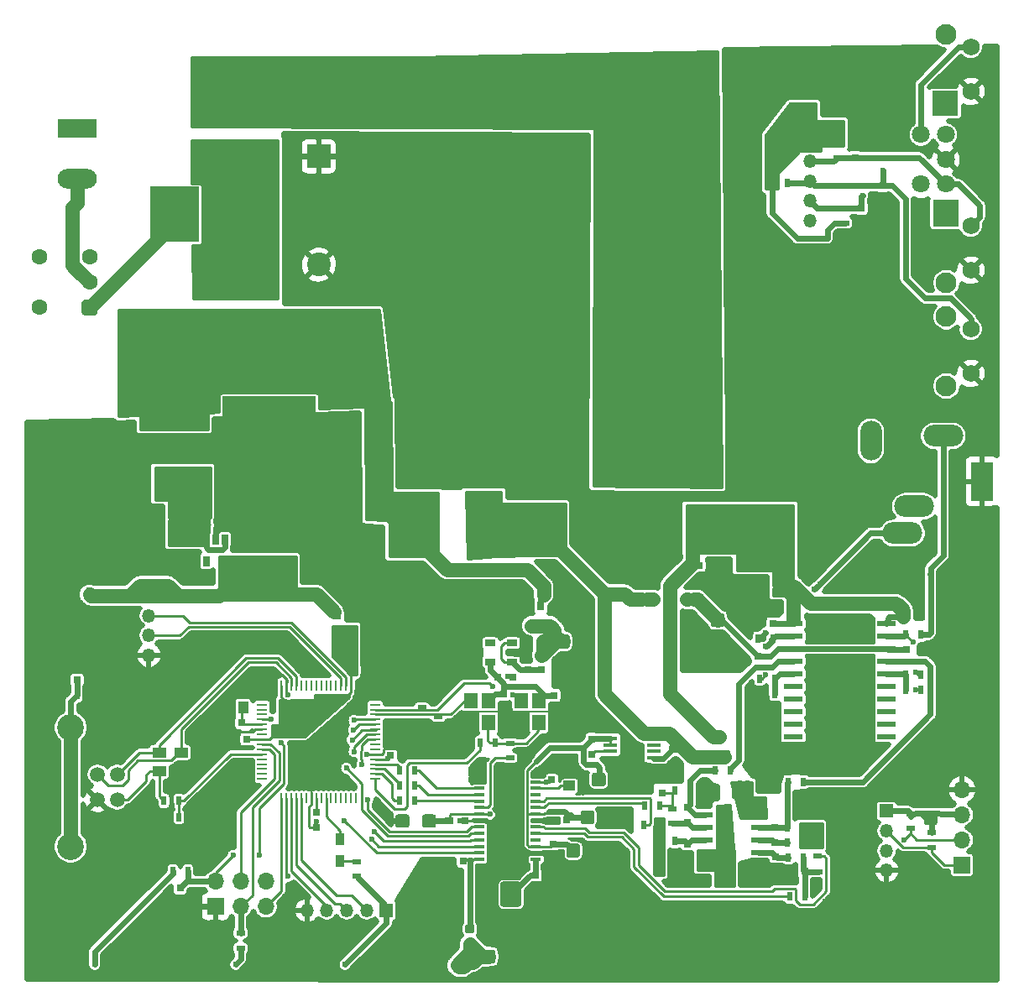
<source format=gbr>
G04 #@! TF.GenerationSoftware,KiCad,Pcbnew,(5.1.5)-3*
G04 #@! TF.CreationDate,2020-03-12T23:57:53+01:00*
G04 #@! TF.ProjectId,DykoDAC,44796b6f-4441-4432-9e6b-696361645f70,rev?*
G04 #@! TF.SameCoordinates,Original*
G04 #@! TF.FileFunction,Copper,L1,Top*
G04 #@! TF.FilePolarity,Positive*
%FSLAX46Y46*%
G04 Gerber Fmt 4.6, Leading zero omitted, Abs format (unit mm)*
G04 Created by KiCad (PCBNEW (5.1.5)-3) date 2020-03-12 23:57:53*
%MOMM*%
%LPD*%
G04 APERTURE LIST*
%ADD10R,1.100000X4.600000*%
%ADD11R,10.800000X9.400000*%
%ADD12R,5.250000X4.550000*%
%ADD13R,5.000000X5.600000*%
%ADD14C,0.100000*%
%ADD15R,2.200000X4.000000*%
%ADD16O,4.000000X2.200000*%
%ADD17O,2.200000X4.000000*%
%ADD18C,1.600000*%
%ADD19C,3.000000*%
%ADD20R,2.600000X2.700000*%
%ADD21R,2.600000X2.500000*%
%ADD22C,1.800000*%
%ADD23C,2.100000*%
%ADD24C,1.750000*%
%ADD25R,4.600000X1.100000*%
%ADD26R,9.400000X10.800000*%
%ADD27R,4.550000X5.250000*%
%ADD28R,1.350000X1.650000*%
%ADD29R,1.700000X1.700000*%
%ADD30O,1.700000X1.700000*%
%ADD31R,1.350000X1.350000*%
%ADD32O,1.350000X1.350000*%
%ADD33R,3.960000X1.980000*%
%ADD34O,3.960000X1.980000*%
%ADD35R,0.900000X0.500000*%
%ADD36R,0.900000X1.200000*%
%ADD37C,2.700000*%
%ADD38C,1.520000*%
%ADD39R,1.000000X1.250000*%
%ADD40R,1.250000X1.000000*%
%ADD41R,0.500000X0.900000*%
%ADD42R,0.750000X0.800000*%
%ADD43R,0.800000X0.750000*%
%ADD44R,0.250000X1.000000*%
%ADD45R,1.000000X0.250000*%
%ADD46R,1.400000X1.200000*%
%ADD47R,1.400000X1.000000*%
%ADD48R,2.400000X2.400000*%
%ADD49C,2.400000*%
%ADD50R,1.450000X0.450000*%
%ADD51R,1.100000X0.400000*%
%ADD52R,1.550000X0.600000*%
%ADD53R,0.650000X1.060000*%
%ADD54R,1.060000X0.650000*%
%ADD55R,2.300000X2.500000*%
%ADD56R,0.800000X0.900000*%
%ADD57R,1.950000X0.600000*%
%ADD58R,3.000000X4.000000*%
%ADD59C,0.600000*%
%ADD60C,0.600000*%
%ADD61C,0.250000*%
%ADD62C,1.480000*%
%ADD63C,0.200000*%
%ADD64C,0.254000*%
%ADD65C,0.500000*%
G04 APERTURE END LIST*
D10*
X111023400Y-93938400D03*
X116103400Y-93938400D03*
D11*
X113563400Y-84788400D03*
D12*
X116338400Y-82363400D03*
X110788400Y-87213400D03*
X110788400Y-82363400D03*
X116338400Y-87213400D03*
D10*
X89154000Y-93913000D03*
X94234000Y-93913000D03*
D11*
X91694000Y-84763000D03*
D12*
X94469000Y-82338000D03*
X88919000Y-87188000D03*
X88919000Y-82338000D03*
X94469000Y-87188000D03*
D13*
X69675000Y-61849000D03*
X63675000Y-61849000D03*
G04 #@! TA.AperFunction,SMDPad,CuDef*
D14*
G36*
X92187504Y-129155204D02*
G01*
X92211773Y-129158804D01*
X92235571Y-129164765D01*
X92258671Y-129173030D01*
X92280849Y-129183520D01*
X92301893Y-129196133D01*
X92321598Y-129210747D01*
X92339777Y-129227223D01*
X92356253Y-129245402D01*
X92370867Y-129265107D01*
X92383480Y-129286151D01*
X92393970Y-129308329D01*
X92402235Y-129331429D01*
X92408196Y-129355227D01*
X92411796Y-129379496D01*
X92413000Y-129404000D01*
X92413000Y-131454000D01*
X92411796Y-131478504D01*
X92408196Y-131502773D01*
X92402235Y-131526571D01*
X92393970Y-131549671D01*
X92383480Y-131571849D01*
X92370867Y-131592893D01*
X92356253Y-131612598D01*
X92339777Y-131630777D01*
X92321598Y-131647253D01*
X92301893Y-131661867D01*
X92280849Y-131674480D01*
X92258671Y-131684970D01*
X92235571Y-131693235D01*
X92211773Y-131699196D01*
X92187504Y-131702796D01*
X92163000Y-131704000D01*
X90588000Y-131704000D01*
X90563496Y-131702796D01*
X90539227Y-131699196D01*
X90515429Y-131693235D01*
X90492329Y-131684970D01*
X90470151Y-131674480D01*
X90449107Y-131661867D01*
X90429402Y-131647253D01*
X90411223Y-131630777D01*
X90394747Y-131612598D01*
X90380133Y-131592893D01*
X90367520Y-131571849D01*
X90357030Y-131549671D01*
X90348765Y-131526571D01*
X90342804Y-131502773D01*
X90339204Y-131478504D01*
X90338000Y-131454000D01*
X90338000Y-129404000D01*
X90339204Y-129379496D01*
X90342804Y-129355227D01*
X90348765Y-129331429D01*
X90357030Y-129308329D01*
X90367520Y-129286151D01*
X90380133Y-129265107D01*
X90394747Y-129245402D01*
X90411223Y-129227223D01*
X90429402Y-129210747D01*
X90449107Y-129196133D01*
X90470151Y-129183520D01*
X90492329Y-129173030D01*
X90515429Y-129164765D01*
X90539227Y-129158804D01*
X90563496Y-129155204D01*
X90588000Y-129154000D01*
X92163000Y-129154000D01*
X92187504Y-129155204D01*
G37*
G04 #@! TD.AperFunction*
G04 #@! TA.AperFunction,SMDPad,CuDef*
G36*
X98412504Y-129155204D02*
G01*
X98436773Y-129158804D01*
X98460571Y-129164765D01*
X98483671Y-129173030D01*
X98505849Y-129183520D01*
X98526893Y-129196133D01*
X98546598Y-129210747D01*
X98564777Y-129227223D01*
X98581253Y-129245402D01*
X98595867Y-129265107D01*
X98608480Y-129286151D01*
X98618970Y-129308329D01*
X98627235Y-129331429D01*
X98633196Y-129355227D01*
X98636796Y-129379496D01*
X98638000Y-129404000D01*
X98638000Y-131454000D01*
X98636796Y-131478504D01*
X98633196Y-131502773D01*
X98627235Y-131526571D01*
X98618970Y-131549671D01*
X98608480Y-131571849D01*
X98595867Y-131592893D01*
X98581253Y-131612598D01*
X98564777Y-131630777D01*
X98546598Y-131647253D01*
X98526893Y-131661867D01*
X98505849Y-131674480D01*
X98483671Y-131684970D01*
X98460571Y-131693235D01*
X98436773Y-131699196D01*
X98412504Y-131702796D01*
X98388000Y-131704000D01*
X96813000Y-131704000D01*
X96788496Y-131702796D01*
X96764227Y-131699196D01*
X96740429Y-131693235D01*
X96717329Y-131684970D01*
X96695151Y-131674480D01*
X96674107Y-131661867D01*
X96654402Y-131647253D01*
X96636223Y-131630777D01*
X96619747Y-131612598D01*
X96605133Y-131592893D01*
X96592520Y-131571849D01*
X96582030Y-131549671D01*
X96573765Y-131526571D01*
X96567804Y-131502773D01*
X96564204Y-131478504D01*
X96563000Y-131454000D01*
X96563000Y-129404000D01*
X96564204Y-129379496D01*
X96567804Y-129355227D01*
X96573765Y-129331429D01*
X96582030Y-129308329D01*
X96592520Y-129286151D01*
X96605133Y-129265107D01*
X96619747Y-129245402D01*
X96636223Y-129227223D01*
X96654402Y-129210747D01*
X96674107Y-129196133D01*
X96695151Y-129183520D01*
X96717329Y-129173030D01*
X96740429Y-129164765D01*
X96764227Y-129158804D01*
X96788496Y-129155204D01*
X96813000Y-129154000D01*
X98388000Y-129154000D01*
X98412504Y-129155204D01*
G37*
G04 #@! TD.AperFunction*
G04 #@! TA.AperFunction,SMDPad,CuDef*
G36*
X75471504Y-91990204D02*
G01*
X75495773Y-91993804D01*
X75519571Y-91999765D01*
X75542671Y-92008030D01*
X75564849Y-92018520D01*
X75585893Y-92031133D01*
X75605598Y-92045747D01*
X75623777Y-92062223D01*
X75640253Y-92080402D01*
X75654867Y-92100107D01*
X75667480Y-92121151D01*
X75677970Y-92143329D01*
X75686235Y-92166429D01*
X75692196Y-92190227D01*
X75695796Y-92214496D01*
X75697000Y-92239000D01*
X75697000Y-93814000D01*
X75695796Y-93838504D01*
X75692196Y-93862773D01*
X75686235Y-93886571D01*
X75677970Y-93909671D01*
X75667480Y-93931849D01*
X75654867Y-93952893D01*
X75640253Y-93972598D01*
X75623777Y-93990777D01*
X75605598Y-94007253D01*
X75585893Y-94021867D01*
X75564849Y-94034480D01*
X75542671Y-94044970D01*
X75519571Y-94053235D01*
X75495773Y-94059196D01*
X75471504Y-94062796D01*
X75447000Y-94064000D01*
X73397000Y-94064000D01*
X73372496Y-94062796D01*
X73348227Y-94059196D01*
X73324429Y-94053235D01*
X73301329Y-94044970D01*
X73279151Y-94034480D01*
X73258107Y-94021867D01*
X73238402Y-94007253D01*
X73220223Y-93990777D01*
X73203747Y-93972598D01*
X73189133Y-93952893D01*
X73176520Y-93931849D01*
X73166030Y-93909671D01*
X73157765Y-93886571D01*
X73151804Y-93862773D01*
X73148204Y-93838504D01*
X73147000Y-93814000D01*
X73147000Y-92239000D01*
X73148204Y-92214496D01*
X73151804Y-92190227D01*
X73157765Y-92166429D01*
X73166030Y-92143329D01*
X73176520Y-92121151D01*
X73189133Y-92100107D01*
X73203747Y-92080402D01*
X73220223Y-92062223D01*
X73238402Y-92045747D01*
X73258107Y-92031133D01*
X73279151Y-92018520D01*
X73301329Y-92008030D01*
X73324429Y-91999765D01*
X73348227Y-91993804D01*
X73372496Y-91990204D01*
X73397000Y-91989000D01*
X75447000Y-91989000D01*
X75471504Y-91990204D01*
G37*
G04 #@! TD.AperFunction*
G04 #@! TA.AperFunction,SMDPad,CuDef*
G36*
X75471504Y-98215204D02*
G01*
X75495773Y-98218804D01*
X75519571Y-98224765D01*
X75542671Y-98233030D01*
X75564849Y-98243520D01*
X75585893Y-98256133D01*
X75605598Y-98270747D01*
X75623777Y-98287223D01*
X75640253Y-98305402D01*
X75654867Y-98325107D01*
X75667480Y-98346151D01*
X75677970Y-98368329D01*
X75686235Y-98391429D01*
X75692196Y-98415227D01*
X75695796Y-98439496D01*
X75697000Y-98464000D01*
X75697000Y-100039000D01*
X75695796Y-100063504D01*
X75692196Y-100087773D01*
X75686235Y-100111571D01*
X75677970Y-100134671D01*
X75667480Y-100156849D01*
X75654867Y-100177893D01*
X75640253Y-100197598D01*
X75623777Y-100215777D01*
X75605598Y-100232253D01*
X75585893Y-100246867D01*
X75564849Y-100259480D01*
X75542671Y-100269970D01*
X75519571Y-100278235D01*
X75495773Y-100284196D01*
X75471504Y-100287796D01*
X75447000Y-100289000D01*
X73397000Y-100289000D01*
X73372496Y-100287796D01*
X73348227Y-100284196D01*
X73324429Y-100278235D01*
X73301329Y-100269970D01*
X73279151Y-100259480D01*
X73258107Y-100246867D01*
X73238402Y-100232253D01*
X73220223Y-100215777D01*
X73203747Y-100197598D01*
X73189133Y-100177893D01*
X73176520Y-100156849D01*
X73166030Y-100134671D01*
X73157765Y-100111571D01*
X73151804Y-100087773D01*
X73148204Y-100063504D01*
X73147000Y-100039000D01*
X73147000Y-98464000D01*
X73148204Y-98439496D01*
X73151804Y-98415227D01*
X73157765Y-98391429D01*
X73166030Y-98368329D01*
X73176520Y-98346151D01*
X73189133Y-98325107D01*
X73203747Y-98305402D01*
X73220223Y-98287223D01*
X73238402Y-98270747D01*
X73258107Y-98256133D01*
X73279151Y-98243520D01*
X73301329Y-98233030D01*
X73324429Y-98224765D01*
X73348227Y-98218804D01*
X73372496Y-98215204D01*
X73397000Y-98214000D01*
X75447000Y-98214000D01*
X75471504Y-98215204D01*
G37*
G04 #@! TD.AperFunction*
G04 #@! TA.AperFunction,SMDPad,CuDef*
G36*
X123350504Y-92373204D02*
G01*
X123374773Y-92376804D01*
X123398571Y-92382765D01*
X123421671Y-92391030D01*
X123443849Y-92401520D01*
X123464893Y-92414133D01*
X123484598Y-92428747D01*
X123502777Y-92445223D01*
X123519253Y-92463402D01*
X123533867Y-92483107D01*
X123546480Y-92504151D01*
X123556970Y-92526329D01*
X123565235Y-92549429D01*
X123571196Y-92573227D01*
X123574796Y-92597496D01*
X123576000Y-92622000D01*
X123576000Y-94197000D01*
X123574796Y-94221504D01*
X123571196Y-94245773D01*
X123565235Y-94269571D01*
X123556970Y-94292671D01*
X123546480Y-94314849D01*
X123533867Y-94335893D01*
X123519253Y-94355598D01*
X123502777Y-94373777D01*
X123484598Y-94390253D01*
X123464893Y-94404867D01*
X123443849Y-94417480D01*
X123421671Y-94427970D01*
X123398571Y-94436235D01*
X123374773Y-94442196D01*
X123350504Y-94445796D01*
X123326000Y-94447000D01*
X121276000Y-94447000D01*
X121251496Y-94445796D01*
X121227227Y-94442196D01*
X121203429Y-94436235D01*
X121180329Y-94427970D01*
X121158151Y-94417480D01*
X121137107Y-94404867D01*
X121117402Y-94390253D01*
X121099223Y-94373777D01*
X121082747Y-94355598D01*
X121068133Y-94335893D01*
X121055520Y-94314849D01*
X121045030Y-94292671D01*
X121036765Y-94269571D01*
X121030804Y-94245773D01*
X121027204Y-94221504D01*
X121026000Y-94197000D01*
X121026000Y-92622000D01*
X121027204Y-92597496D01*
X121030804Y-92573227D01*
X121036765Y-92549429D01*
X121045030Y-92526329D01*
X121055520Y-92504151D01*
X121068133Y-92483107D01*
X121082747Y-92463402D01*
X121099223Y-92445223D01*
X121117402Y-92428747D01*
X121137107Y-92414133D01*
X121158151Y-92401520D01*
X121180329Y-92391030D01*
X121203429Y-92382765D01*
X121227227Y-92376804D01*
X121251496Y-92373204D01*
X121276000Y-92372000D01*
X123326000Y-92372000D01*
X123350504Y-92373204D01*
G37*
G04 #@! TD.AperFunction*
G04 #@! TA.AperFunction,SMDPad,CuDef*
G36*
X123350504Y-86148204D02*
G01*
X123374773Y-86151804D01*
X123398571Y-86157765D01*
X123421671Y-86166030D01*
X123443849Y-86176520D01*
X123464893Y-86189133D01*
X123484598Y-86203747D01*
X123502777Y-86220223D01*
X123519253Y-86238402D01*
X123533867Y-86258107D01*
X123546480Y-86279151D01*
X123556970Y-86301329D01*
X123565235Y-86324429D01*
X123571196Y-86348227D01*
X123574796Y-86372496D01*
X123576000Y-86397000D01*
X123576000Y-87972000D01*
X123574796Y-87996504D01*
X123571196Y-88020773D01*
X123565235Y-88044571D01*
X123556970Y-88067671D01*
X123546480Y-88089849D01*
X123533867Y-88110893D01*
X123519253Y-88130598D01*
X123502777Y-88148777D01*
X123484598Y-88165253D01*
X123464893Y-88179867D01*
X123443849Y-88192480D01*
X123421671Y-88202970D01*
X123398571Y-88211235D01*
X123374773Y-88217196D01*
X123350504Y-88220796D01*
X123326000Y-88222000D01*
X121276000Y-88222000D01*
X121251496Y-88220796D01*
X121227227Y-88217196D01*
X121203429Y-88211235D01*
X121180329Y-88202970D01*
X121158151Y-88192480D01*
X121137107Y-88179867D01*
X121117402Y-88165253D01*
X121099223Y-88148777D01*
X121082747Y-88130598D01*
X121068133Y-88110893D01*
X121055520Y-88089849D01*
X121045030Y-88067671D01*
X121036765Y-88044571D01*
X121030804Y-88020773D01*
X121027204Y-87996504D01*
X121026000Y-87972000D01*
X121026000Y-86397000D01*
X121027204Y-86372496D01*
X121030804Y-86348227D01*
X121036765Y-86324429D01*
X121045030Y-86301329D01*
X121055520Y-86279151D01*
X121068133Y-86258107D01*
X121082747Y-86238402D01*
X121099223Y-86220223D01*
X121117402Y-86203747D01*
X121137107Y-86189133D01*
X121158151Y-86176520D01*
X121180329Y-86166030D01*
X121203429Y-86157765D01*
X121227227Y-86151804D01*
X121251496Y-86148204D01*
X121276000Y-86147000D01*
X123326000Y-86147000D01*
X123350504Y-86148204D01*
G37*
G04 #@! TD.AperFunction*
G04 #@! TA.AperFunction,SMDPad,CuDef*
G36*
X102776504Y-86148204D02*
G01*
X102800773Y-86151804D01*
X102824571Y-86157765D01*
X102847671Y-86166030D01*
X102869849Y-86176520D01*
X102890893Y-86189133D01*
X102910598Y-86203747D01*
X102928777Y-86220223D01*
X102945253Y-86238402D01*
X102959867Y-86258107D01*
X102972480Y-86279151D01*
X102982970Y-86301329D01*
X102991235Y-86324429D01*
X102997196Y-86348227D01*
X103000796Y-86372496D01*
X103002000Y-86397000D01*
X103002000Y-87972000D01*
X103000796Y-87996504D01*
X102997196Y-88020773D01*
X102991235Y-88044571D01*
X102982970Y-88067671D01*
X102972480Y-88089849D01*
X102959867Y-88110893D01*
X102945253Y-88130598D01*
X102928777Y-88148777D01*
X102910598Y-88165253D01*
X102890893Y-88179867D01*
X102869849Y-88192480D01*
X102847671Y-88202970D01*
X102824571Y-88211235D01*
X102800773Y-88217196D01*
X102776504Y-88220796D01*
X102752000Y-88222000D01*
X100702000Y-88222000D01*
X100677496Y-88220796D01*
X100653227Y-88217196D01*
X100629429Y-88211235D01*
X100606329Y-88202970D01*
X100584151Y-88192480D01*
X100563107Y-88179867D01*
X100543402Y-88165253D01*
X100525223Y-88148777D01*
X100508747Y-88130598D01*
X100494133Y-88110893D01*
X100481520Y-88089849D01*
X100471030Y-88067671D01*
X100462765Y-88044571D01*
X100456804Y-88020773D01*
X100453204Y-87996504D01*
X100452000Y-87972000D01*
X100452000Y-86397000D01*
X100453204Y-86372496D01*
X100456804Y-86348227D01*
X100462765Y-86324429D01*
X100471030Y-86301329D01*
X100481520Y-86279151D01*
X100494133Y-86258107D01*
X100508747Y-86238402D01*
X100525223Y-86220223D01*
X100543402Y-86203747D01*
X100563107Y-86189133D01*
X100584151Y-86176520D01*
X100606329Y-86166030D01*
X100629429Y-86157765D01*
X100653227Y-86151804D01*
X100677496Y-86148204D01*
X100702000Y-86147000D01*
X102752000Y-86147000D01*
X102776504Y-86148204D01*
G37*
G04 #@! TD.AperFunction*
G04 #@! TA.AperFunction,SMDPad,CuDef*
G36*
X102776504Y-92373204D02*
G01*
X102800773Y-92376804D01*
X102824571Y-92382765D01*
X102847671Y-92391030D01*
X102869849Y-92401520D01*
X102890893Y-92414133D01*
X102910598Y-92428747D01*
X102928777Y-92445223D01*
X102945253Y-92463402D01*
X102959867Y-92483107D01*
X102972480Y-92504151D01*
X102982970Y-92526329D01*
X102991235Y-92549429D01*
X102997196Y-92573227D01*
X103000796Y-92597496D01*
X103002000Y-92622000D01*
X103002000Y-94197000D01*
X103000796Y-94221504D01*
X102997196Y-94245773D01*
X102991235Y-94269571D01*
X102982970Y-94292671D01*
X102972480Y-94314849D01*
X102959867Y-94335893D01*
X102945253Y-94355598D01*
X102928777Y-94373777D01*
X102910598Y-94390253D01*
X102890893Y-94404867D01*
X102869849Y-94417480D01*
X102847671Y-94427970D01*
X102824571Y-94436235D01*
X102800773Y-94442196D01*
X102776504Y-94445796D01*
X102752000Y-94447000D01*
X100702000Y-94447000D01*
X100677496Y-94445796D01*
X100653227Y-94442196D01*
X100629429Y-94436235D01*
X100606329Y-94427970D01*
X100584151Y-94417480D01*
X100563107Y-94404867D01*
X100543402Y-94390253D01*
X100525223Y-94373777D01*
X100508747Y-94355598D01*
X100494133Y-94335893D01*
X100481520Y-94314849D01*
X100471030Y-94292671D01*
X100462765Y-94269571D01*
X100456804Y-94245773D01*
X100453204Y-94221504D01*
X100452000Y-94197000D01*
X100452000Y-92622000D01*
X100453204Y-92597496D01*
X100456804Y-92573227D01*
X100462765Y-92549429D01*
X100471030Y-92526329D01*
X100481520Y-92504151D01*
X100494133Y-92483107D01*
X100508747Y-92463402D01*
X100525223Y-92445223D01*
X100543402Y-92428747D01*
X100563107Y-92414133D01*
X100584151Y-92401520D01*
X100606329Y-92391030D01*
X100629429Y-92382765D01*
X100653227Y-92376804D01*
X100677496Y-92373204D01*
X100702000Y-92372000D01*
X102752000Y-92372000D01*
X102776504Y-92373204D01*
G37*
G04 #@! TD.AperFunction*
G04 #@! TA.AperFunction,SMDPad,CuDef*
G36*
X95826505Y-133333204D02*
G01*
X95850773Y-133336804D01*
X95874572Y-133342765D01*
X95897671Y-133351030D01*
X95919850Y-133361520D01*
X95940893Y-133374132D01*
X95960599Y-133388747D01*
X95978777Y-133405223D01*
X95995253Y-133423401D01*
X96009868Y-133443107D01*
X96022480Y-133464150D01*
X96032970Y-133486329D01*
X96041235Y-133509428D01*
X96047196Y-133533227D01*
X96050796Y-133557495D01*
X96052000Y-133581999D01*
X96052000Y-134482001D01*
X96050796Y-134506505D01*
X96047196Y-134530773D01*
X96041235Y-134554572D01*
X96032970Y-134577671D01*
X96022480Y-134599850D01*
X96009868Y-134620893D01*
X95995253Y-134640599D01*
X95978777Y-134658777D01*
X95960599Y-134675253D01*
X95940893Y-134689868D01*
X95919850Y-134702480D01*
X95897671Y-134712970D01*
X95874572Y-134721235D01*
X95850773Y-134727196D01*
X95826505Y-134730796D01*
X95802001Y-134732000D01*
X94951999Y-134732000D01*
X94927495Y-134730796D01*
X94903227Y-134727196D01*
X94879428Y-134721235D01*
X94856329Y-134712970D01*
X94834150Y-134702480D01*
X94813107Y-134689868D01*
X94793401Y-134675253D01*
X94775223Y-134658777D01*
X94758747Y-134640599D01*
X94744132Y-134620893D01*
X94731520Y-134599850D01*
X94721030Y-134577671D01*
X94712765Y-134554572D01*
X94706804Y-134530773D01*
X94703204Y-134506505D01*
X94702000Y-134482001D01*
X94702000Y-133581999D01*
X94703204Y-133557495D01*
X94706804Y-133533227D01*
X94712765Y-133509428D01*
X94721030Y-133486329D01*
X94731520Y-133464150D01*
X94744132Y-133443107D01*
X94758747Y-133423401D01*
X94775223Y-133405223D01*
X94793401Y-133388747D01*
X94813107Y-133374132D01*
X94834150Y-133361520D01*
X94856329Y-133351030D01*
X94879428Y-133342765D01*
X94903227Y-133336804D01*
X94927495Y-133333204D01*
X94951999Y-133332000D01*
X95802001Y-133332000D01*
X95826505Y-133333204D01*
G37*
G04 #@! TD.AperFunction*
G04 #@! TA.AperFunction,SMDPad,CuDef*
G36*
X95826505Y-136033204D02*
G01*
X95850773Y-136036804D01*
X95874572Y-136042765D01*
X95897671Y-136051030D01*
X95919850Y-136061520D01*
X95940893Y-136074132D01*
X95960599Y-136088747D01*
X95978777Y-136105223D01*
X95995253Y-136123401D01*
X96009868Y-136143107D01*
X96022480Y-136164150D01*
X96032970Y-136186329D01*
X96041235Y-136209428D01*
X96047196Y-136233227D01*
X96050796Y-136257495D01*
X96052000Y-136281999D01*
X96052000Y-137182001D01*
X96050796Y-137206505D01*
X96047196Y-137230773D01*
X96041235Y-137254572D01*
X96032970Y-137277671D01*
X96022480Y-137299850D01*
X96009868Y-137320893D01*
X95995253Y-137340599D01*
X95978777Y-137358777D01*
X95960599Y-137375253D01*
X95940893Y-137389868D01*
X95919850Y-137402480D01*
X95897671Y-137412970D01*
X95874572Y-137421235D01*
X95850773Y-137427196D01*
X95826505Y-137430796D01*
X95802001Y-137432000D01*
X94951999Y-137432000D01*
X94927495Y-137430796D01*
X94903227Y-137427196D01*
X94879428Y-137421235D01*
X94856329Y-137412970D01*
X94834150Y-137402480D01*
X94813107Y-137389868D01*
X94793401Y-137375253D01*
X94775223Y-137358777D01*
X94758747Y-137340599D01*
X94744132Y-137320893D01*
X94731520Y-137299850D01*
X94721030Y-137277671D01*
X94712765Y-137254572D01*
X94706804Y-137230773D01*
X94703204Y-137206505D01*
X94702000Y-137182001D01*
X94702000Y-136281999D01*
X94703204Y-136257495D01*
X94706804Y-136233227D01*
X94712765Y-136209428D01*
X94721030Y-136186329D01*
X94731520Y-136164150D01*
X94744132Y-136143107D01*
X94758747Y-136123401D01*
X94775223Y-136105223D01*
X94793401Y-136088747D01*
X94813107Y-136074132D01*
X94834150Y-136061520D01*
X94856329Y-136051030D01*
X94879428Y-136042765D01*
X94903227Y-136036804D01*
X94927495Y-136033204D01*
X94951999Y-136032000D01*
X95802001Y-136032000D01*
X95826505Y-136033204D01*
G37*
G04 #@! TD.AperFunction*
G04 #@! TA.AperFunction,SMDPad,CuDef*
G36*
X84120505Y-105244204D02*
G01*
X84144773Y-105247804D01*
X84168572Y-105253765D01*
X84191671Y-105262030D01*
X84213850Y-105272520D01*
X84234893Y-105285132D01*
X84254599Y-105299747D01*
X84272777Y-105316223D01*
X84289253Y-105334401D01*
X84303868Y-105354107D01*
X84316480Y-105375150D01*
X84326970Y-105397329D01*
X84335235Y-105420428D01*
X84341196Y-105444227D01*
X84344796Y-105468495D01*
X84346000Y-105492999D01*
X84346000Y-106343001D01*
X84344796Y-106367505D01*
X84341196Y-106391773D01*
X84335235Y-106415572D01*
X84326970Y-106438671D01*
X84316480Y-106460850D01*
X84303868Y-106481893D01*
X84289253Y-106501599D01*
X84272777Y-106519777D01*
X84254599Y-106536253D01*
X84234893Y-106550868D01*
X84213850Y-106563480D01*
X84191671Y-106573970D01*
X84168572Y-106582235D01*
X84144773Y-106588196D01*
X84120505Y-106591796D01*
X84096001Y-106593000D01*
X83195999Y-106593000D01*
X83171495Y-106591796D01*
X83147227Y-106588196D01*
X83123428Y-106582235D01*
X83100329Y-106573970D01*
X83078150Y-106563480D01*
X83057107Y-106550868D01*
X83037401Y-106536253D01*
X83019223Y-106519777D01*
X83002747Y-106501599D01*
X82988132Y-106481893D01*
X82975520Y-106460850D01*
X82965030Y-106438671D01*
X82956765Y-106415572D01*
X82950804Y-106391773D01*
X82947204Y-106367505D01*
X82946000Y-106343001D01*
X82946000Y-105492999D01*
X82947204Y-105468495D01*
X82950804Y-105444227D01*
X82956765Y-105420428D01*
X82965030Y-105397329D01*
X82975520Y-105375150D01*
X82988132Y-105354107D01*
X83002747Y-105334401D01*
X83019223Y-105316223D01*
X83037401Y-105299747D01*
X83057107Y-105285132D01*
X83078150Y-105272520D01*
X83100329Y-105262030D01*
X83123428Y-105253765D01*
X83147227Y-105247804D01*
X83171495Y-105244204D01*
X83195999Y-105243000D01*
X84096001Y-105243000D01*
X84120505Y-105244204D01*
G37*
G04 #@! TD.AperFunction*
G04 #@! TA.AperFunction,SMDPad,CuDef*
G36*
X81420505Y-105244204D02*
G01*
X81444773Y-105247804D01*
X81468572Y-105253765D01*
X81491671Y-105262030D01*
X81513850Y-105272520D01*
X81534893Y-105285132D01*
X81554599Y-105299747D01*
X81572777Y-105316223D01*
X81589253Y-105334401D01*
X81603868Y-105354107D01*
X81616480Y-105375150D01*
X81626970Y-105397329D01*
X81635235Y-105420428D01*
X81641196Y-105444227D01*
X81644796Y-105468495D01*
X81646000Y-105492999D01*
X81646000Y-106343001D01*
X81644796Y-106367505D01*
X81641196Y-106391773D01*
X81635235Y-106415572D01*
X81626970Y-106438671D01*
X81616480Y-106460850D01*
X81603868Y-106481893D01*
X81589253Y-106501599D01*
X81572777Y-106519777D01*
X81554599Y-106536253D01*
X81534893Y-106550868D01*
X81513850Y-106563480D01*
X81491671Y-106573970D01*
X81468572Y-106582235D01*
X81444773Y-106588196D01*
X81420505Y-106591796D01*
X81396001Y-106593000D01*
X80495999Y-106593000D01*
X80471495Y-106591796D01*
X80447227Y-106588196D01*
X80423428Y-106582235D01*
X80400329Y-106573970D01*
X80378150Y-106563480D01*
X80357107Y-106550868D01*
X80337401Y-106536253D01*
X80319223Y-106519777D01*
X80302747Y-106501599D01*
X80288132Y-106481893D01*
X80275520Y-106460850D01*
X80265030Y-106438671D01*
X80256765Y-106415572D01*
X80250804Y-106391773D01*
X80247204Y-106367505D01*
X80246000Y-106343001D01*
X80246000Y-105492999D01*
X80247204Y-105468495D01*
X80250804Y-105444227D01*
X80256765Y-105420428D01*
X80265030Y-105397329D01*
X80275520Y-105375150D01*
X80288132Y-105354107D01*
X80302747Y-105334401D01*
X80319223Y-105316223D01*
X80337401Y-105299747D01*
X80357107Y-105285132D01*
X80378150Y-105272520D01*
X80400329Y-105262030D01*
X80423428Y-105253765D01*
X80447227Y-105247804D01*
X80471495Y-105244204D01*
X80495999Y-105243000D01*
X81396001Y-105243000D01*
X81420505Y-105244204D01*
G37*
G04 #@! TD.AperFunction*
G04 #@! TA.AperFunction,SMDPad,CuDef*
G36*
X125649505Y-98767204D02*
G01*
X125673773Y-98770804D01*
X125697572Y-98776765D01*
X125720671Y-98785030D01*
X125742850Y-98795520D01*
X125763893Y-98808132D01*
X125783599Y-98822747D01*
X125801777Y-98839223D01*
X125818253Y-98857401D01*
X125832868Y-98877107D01*
X125845480Y-98898150D01*
X125855970Y-98920329D01*
X125864235Y-98943428D01*
X125870196Y-98967227D01*
X125873796Y-98991495D01*
X125875000Y-99015999D01*
X125875000Y-99866001D01*
X125873796Y-99890505D01*
X125870196Y-99914773D01*
X125864235Y-99938572D01*
X125855970Y-99961671D01*
X125845480Y-99983850D01*
X125832868Y-100004893D01*
X125818253Y-100024599D01*
X125801777Y-100042777D01*
X125783599Y-100059253D01*
X125763893Y-100073868D01*
X125742850Y-100086480D01*
X125720671Y-100096970D01*
X125697572Y-100105235D01*
X125673773Y-100111196D01*
X125649505Y-100114796D01*
X125625001Y-100116000D01*
X124724999Y-100116000D01*
X124700495Y-100114796D01*
X124676227Y-100111196D01*
X124652428Y-100105235D01*
X124629329Y-100096970D01*
X124607150Y-100086480D01*
X124586107Y-100073868D01*
X124566401Y-100059253D01*
X124548223Y-100042777D01*
X124531747Y-100024599D01*
X124517132Y-100004893D01*
X124504520Y-99983850D01*
X124494030Y-99961671D01*
X124485765Y-99938572D01*
X124479804Y-99914773D01*
X124476204Y-99890505D01*
X124475000Y-99866001D01*
X124475000Y-99015999D01*
X124476204Y-98991495D01*
X124479804Y-98967227D01*
X124485765Y-98943428D01*
X124494030Y-98920329D01*
X124504520Y-98898150D01*
X124517132Y-98877107D01*
X124531747Y-98857401D01*
X124548223Y-98839223D01*
X124566401Y-98822747D01*
X124586107Y-98808132D01*
X124607150Y-98795520D01*
X124629329Y-98785030D01*
X124652428Y-98776765D01*
X124676227Y-98770804D01*
X124700495Y-98767204D01*
X124724999Y-98766000D01*
X125625001Y-98766000D01*
X125649505Y-98767204D01*
G37*
G04 #@! TD.AperFunction*
G04 #@! TA.AperFunction,SMDPad,CuDef*
G36*
X122949505Y-98767204D02*
G01*
X122973773Y-98770804D01*
X122997572Y-98776765D01*
X123020671Y-98785030D01*
X123042850Y-98795520D01*
X123063893Y-98808132D01*
X123083599Y-98822747D01*
X123101777Y-98839223D01*
X123118253Y-98857401D01*
X123132868Y-98877107D01*
X123145480Y-98898150D01*
X123155970Y-98920329D01*
X123164235Y-98943428D01*
X123170196Y-98967227D01*
X123173796Y-98991495D01*
X123175000Y-99015999D01*
X123175000Y-99866001D01*
X123173796Y-99890505D01*
X123170196Y-99914773D01*
X123164235Y-99938572D01*
X123155970Y-99961671D01*
X123145480Y-99983850D01*
X123132868Y-100004893D01*
X123118253Y-100024599D01*
X123101777Y-100042777D01*
X123083599Y-100059253D01*
X123063893Y-100073868D01*
X123042850Y-100086480D01*
X123020671Y-100096970D01*
X122997572Y-100105235D01*
X122973773Y-100111196D01*
X122949505Y-100114796D01*
X122925001Y-100116000D01*
X122024999Y-100116000D01*
X122000495Y-100114796D01*
X121976227Y-100111196D01*
X121952428Y-100105235D01*
X121929329Y-100096970D01*
X121907150Y-100086480D01*
X121886107Y-100073868D01*
X121866401Y-100059253D01*
X121848223Y-100042777D01*
X121831747Y-100024599D01*
X121817132Y-100004893D01*
X121804520Y-99983850D01*
X121794030Y-99961671D01*
X121785765Y-99938572D01*
X121779804Y-99914773D01*
X121776204Y-99890505D01*
X121775000Y-99866001D01*
X121775000Y-99015999D01*
X121776204Y-98991495D01*
X121779804Y-98967227D01*
X121785765Y-98943428D01*
X121794030Y-98920329D01*
X121804520Y-98898150D01*
X121817132Y-98877107D01*
X121831747Y-98857401D01*
X121848223Y-98839223D01*
X121866401Y-98822747D01*
X121886107Y-98808132D01*
X121907150Y-98795520D01*
X121929329Y-98785030D01*
X121952428Y-98776765D01*
X121976227Y-98770804D01*
X122000495Y-98767204D01*
X122024999Y-98766000D01*
X122925001Y-98766000D01*
X122949505Y-98767204D01*
G37*
G04 #@! TD.AperFunction*
G04 #@! TA.AperFunction,SMDPad,CuDef*
G36*
X118940505Y-104791204D02*
G01*
X118964773Y-104794804D01*
X118988572Y-104800765D01*
X119011671Y-104809030D01*
X119033850Y-104819520D01*
X119054893Y-104832132D01*
X119074599Y-104846747D01*
X119092777Y-104863223D01*
X119109253Y-104881401D01*
X119123868Y-104901107D01*
X119136480Y-104922150D01*
X119146970Y-104944329D01*
X119155235Y-104967428D01*
X119161196Y-104991227D01*
X119164796Y-105015495D01*
X119166000Y-105039999D01*
X119166000Y-105940001D01*
X119164796Y-105964505D01*
X119161196Y-105988773D01*
X119155235Y-106012572D01*
X119146970Y-106035671D01*
X119136480Y-106057850D01*
X119123868Y-106078893D01*
X119109253Y-106098599D01*
X119092777Y-106116777D01*
X119074599Y-106133253D01*
X119054893Y-106147868D01*
X119033850Y-106160480D01*
X119011671Y-106170970D01*
X118988572Y-106179235D01*
X118964773Y-106185196D01*
X118940505Y-106188796D01*
X118916001Y-106190000D01*
X118065999Y-106190000D01*
X118041495Y-106188796D01*
X118017227Y-106185196D01*
X117993428Y-106179235D01*
X117970329Y-106170970D01*
X117948150Y-106160480D01*
X117927107Y-106147868D01*
X117907401Y-106133253D01*
X117889223Y-106116777D01*
X117872747Y-106098599D01*
X117858132Y-106078893D01*
X117845520Y-106057850D01*
X117835030Y-106035671D01*
X117826765Y-106012572D01*
X117820804Y-105988773D01*
X117817204Y-105964505D01*
X117816000Y-105940001D01*
X117816000Y-105039999D01*
X117817204Y-105015495D01*
X117820804Y-104991227D01*
X117826765Y-104967428D01*
X117835030Y-104944329D01*
X117845520Y-104922150D01*
X117858132Y-104901107D01*
X117872747Y-104881401D01*
X117889223Y-104863223D01*
X117907401Y-104846747D01*
X117927107Y-104832132D01*
X117948150Y-104819520D01*
X117970329Y-104809030D01*
X117993428Y-104800765D01*
X118017227Y-104794804D01*
X118041495Y-104791204D01*
X118065999Y-104790000D01*
X118916001Y-104790000D01*
X118940505Y-104791204D01*
G37*
G04 #@! TD.AperFunction*
G04 #@! TA.AperFunction,SMDPad,CuDef*
G36*
X118940505Y-102091204D02*
G01*
X118964773Y-102094804D01*
X118988572Y-102100765D01*
X119011671Y-102109030D01*
X119033850Y-102119520D01*
X119054893Y-102132132D01*
X119074599Y-102146747D01*
X119092777Y-102163223D01*
X119109253Y-102181401D01*
X119123868Y-102201107D01*
X119136480Y-102222150D01*
X119146970Y-102244329D01*
X119155235Y-102267428D01*
X119161196Y-102291227D01*
X119164796Y-102315495D01*
X119166000Y-102339999D01*
X119166000Y-103240001D01*
X119164796Y-103264505D01*
X119161196Y-103288773D01*
X119155235Y-103312572D01*
X119146970Y-103335671D01*
X119136480Y-103357850D01*
X119123868Y-103378893D01*
X119109253Y-103398599D01*
X119092777Y-103416777D01*
X119074599Y-103433253D01*
X119054893Y-103447868D01*
X119033850Y-103460480D01*
X119011671Y-103470970D01*
X118988572Y-103479235D01*
X118964773Y-103485196D01*
X118940505Y-103488796D01*
X118916001Y-103490000D01*
X118065999Y-103490000D01*
X118041495Y-103488796D01*
X118017227Y-103485196D01*
X117993428Y-103479235D01*
X117970329Y-103470970D01*
X117948150Y-103460480D01*
X117927107Y-103447868D01*
X117907401Y-103433253D01*
X117889223Y-103416777D01*
X117872747Y-103398599D01*
X117858132Y-103378893D01*
X117845520Y-103357850D01*
X117835030Y-103335671D01*
X117826765Y-103312572D01*
X117820804Y-103288773D01*
X117817204Y-103264505D01*
X117816000Y-103240001D01*
X117816000Y-102339999D01*
X117817204Y-102315495D01*
X117820804Y-102291227D01*
X117826765Y-102267428D01*
X117835030Y-102244329D01*
X117845520Y-102222150D01*
X117858132Y-102201107D01*
X117872747Y-102181401D01*
X117889223Y-102163223D01*
X117907401Y-102146747D01*
X117927107Y-102132132D01*
X117948150Y-102119520D01*
X117970329Y-102109030D01*
X117993428Y-102100765D01*
X118017227Y-102094804D01*
X118041495Y-102091204D01*
X118065999Y-102090000D01*
X118916001Y-102090000D01*
X118940505Y-102091204D01*
G37*
G04 #@! TD.AperFunction*
G04 #@! TA.AperFunction,SMDPad,CuDef*
G36*
X118377505Y-119468204D02*
G01*
X118401773Y-119471804D01*
X118425572Y-119477765D01*
X118448671Y-119486030D01*
X118470850Y-119496520D01*
X118491893Y-119509132D01*
X118511599Y-119523747D01*
X118529777Y-119540223D01*
X118546253Y-119558401D01*
X118560868Y-119578107D01*
X118573480Y-119599150D01*
X118583970Y-119621329D01*
X118592235Y-119644428D01*
X118598196Y-119668227D01*
X118601796Y-119692495D01*
X118603000Y-119716999D01*
X118603000Y-120567001D01*
X118601796Y-120591505D01*
X118598196Y-120615773D01*
X118592235Y-120639572D01*
X118583970Y-120662671D01*
X118573480Y-120684850D01*
X118560868Y-120705893D01*
X118546253Y-120725599D01*
X118529777Y-120743777D01*
X118511599Y-120760253D01*
X118491893Y-120774868D01*
X118470850Y-120787480D01*
X118448671Y-120797970D01*
X118425572Y-120806235D01*
X118401773Y-120812196D01*
X118377505Y-120815796D01*
X118353001Y-120817000D01*
X117452999Y-120817000D01*
X117428495Y-120815796D01*
X117404227Y-120812196D01*
X117380428Y-120806235D01*
X117357329Y-120797970D01*
X117335150Y-120787480D01*
X117314107Y-120774868D01*
X117294401Y-120760253D01*
X117276223Y-120743777D01*
X117259747Y-120725599D01*
X117245132Y-120705893D01*
X117232520Y-120684850D01*
X117222030Y-120662671D01*
X117213765Y-120639572D01*
X117207804Y-120615773D01*
X117204204Y-120591505D01*
X117203000Y-120567001D01*
X117203000Y-119716999D01*
X117204204Y-119692495D01*
X117207804Y-119668227D01*
X117213765Y-119644428D01*
X117222030Y-119621329D01*
X117232520Y-119599150D01*
X117245132Y-119578107D01*
X117259747Y-119558401D01*
X117276223Y-119540223D01*
X117294401Y-119523747D01*
X117314107Y-119509132D01*
X117335150Y-119496520D01*
X117357329Y-119486030D01*
X117380428Y-119477765D01*
X117404227Y-119471804D01*
X117428495Y-119468204D01*
X117452999Y-119467000D01*
X118353001Y-119467000D01*
X118377505Y-119468204D01*
G37*
G04 #@! TD.AperFunction*
G04 #@! TA.AperFunction,SMDPad,CuDef*
G36*
X121077505Y-119468204D02*
G01*
X121101773Y-119471804D01*
X121125572Y-119477765D01*
X121148671Y-119486030D01*
X121170850Y-119496520D01*
X121191893Y-119509132D01*
X121211599Y-119523747D01*
X121229777Y-119540223D01*
X121246253Y-119558401D01*
X121260868Y-119578107D01*
X121273480Y-119599150D01*
X121283970Y-119621329D01*
X121292235Y-119644428D01*
X121298196Y-119668227D01*
X121301796Y-119692495D01*
X121303000Y-119716999D01*
X121303000Y-120567001D01*
X121301796Y-120591505D01*
X121298196Y-120615773D01*
X121292235Y-120639572D01*
X121283970Y-120662671D01*
X121273480Y-120684850D01*
X121260868Y-120705893D01*
X121246253Y-120725599D01*
X121229777Y-120743777D01*
X121211599Y-120760253D01*
X121191893Y-120774868D01*
X121170850Y-120787480D01*
X121148671Y-120797970D01*
X121125572Y-120806235D01*
X121101773Y-120812196D01*
X121077505Y-120815796D01*
X121053001Y-120817000D01*
X120152999Y-120817000D01*
X120128495Y-120815796D01*
X120104227Y-120812196D01*
X120080428Y-120806235D01*
X120057329Y-120797970D01*
X120035150Y-120787480D01*
X120014107Y-120774868D01*
X119994401Y-120760253D01*
X119976223Y-120743777D01*
X119959747Y-120725599D01*
X119945132Y-120705893D01*
X119932520Y-120684850D01*
X119922030Y-120662671D01*
X119913765Y-120639572D01*
X119907804Y-120615773D01*
X119904204Y-120591505D01*
X119903000Y-120567001D01*
X119903000Y-119716999D01*
X119904204Y-119692495D01*
X119907804Y-119668227D01*
X119913765Y-119644428D01*
X119922030Y-119621329D01*
X119932520Y-119599150D01*
X119945132Y-119578107D01*
X119959747Y-119558401D01*
X119976223Y-119540223D01*
X119994401Y-119523747D01*
X120014107Y-119509132D01*
X120035150Y-119496520D01*
X120057329Y-119486030D01*
X120080428Y-119477765D01*
X120104227Y-119471804D01*
X120128495Y-119468204D01*
X120152999Y-119467000D01*
X121053001Y-119467000D01*
X121077505Y-119468204D01*
G37*
G04 #@! TD.AperFunction*
G04 #@! TA.AperFunction,SMDPad,CuDef*
G36*
X119647505Y-127977204D02*
G01*
X119671773Y-127980804D01*
X119695572Y-127986765D01*
X119718671Y-127995030D01*
X119740850Y-128005520D01*
X119761893Y-128018132D01*
X119781599Y-128032747D01*
X119799777Y-128049223D01*
X119816253Y-128067401D01*
X119830868Y-128087107D01*
X119843480Y-128108150D01*
X119853970Y-128130329D01*
X119862235Y-128153428D01*
X119868196Y-128177227D01*
X119871796Y-128201495D01*
X119873000Y-128225999D01*
X119873000Y-129076001D01*
X119871796Y-129100505D01*
X119868196Y-129124773D01*
X119862235Y-129148572D01*
X119853970Y-129171671D01*
X119843480Y-129193850D01*
X119830868Y-129214893D01*
X119816253Y-129234599D01*
X119799777Y-129252777D01*
X119781599Y-129269253D01*
X119761893Y-129283868D01*
X119740850Y-129296480D01*
X119718671Y-129306970D01*
X119695572Y-129315235D01*
X119671773Y-129321196D01*
X119647505Y-129324796D01*
X119623001Y-129326000D01*
X118722999Y-129326000D01*
X118698495Y-129324796D01*
X118674227Y-129321196D01*
X118650428Y-129315235D01*
X118627329Y-129306970D01*
X118605150Y-129296480D01*
X118584107Y-129283868D01*
X118564401Y-129269253D01*
X118546223Y-129252777D01*
X118529747Y-129234599D01*
X118515132Y-129214893D01*
X118502520Y-129193850D01*
X118492030Y-129171671D01*
X118483765Y-129148572D01*
X118477804Y-129124773D01*
X118474204Y-129100505D01*
X118473000Y-129076001D01*
X118473000Y-128225999D01*
X118474204Y-128201495D01*
X118477804Y-128177227D01*
X118483765Y-128153428D01*
X118492030Y-128130329D01*
X118502520Y-128108150D01*
X118515132Y-128087107D01*
X118529747Y-128067401D01*
X118546223Y-128049223D01*
X118564401Y-128032747D01*
X118584107Y-128018132D01*
X118605150Y-128005520D01*
X118627329Y-127995030D01*
X118650428Y-127986765D01*
X118674227Y-127980804D01*
X118698495Y-127977204D01*
X118722999Y-127976000D01*
X119623001Y-127976000D01*
X119647505Y-127977204D01*
G37*
G04 #@! TD.AperFunction*
G04 #@! TA.AperFunction,SMDPad,CuDef*
G36*
X122347505Y-127977204D02*
G01*
X122371773Y-127980804D01*
X122395572Y-127986765D01*
X122418671Y-127995030D01*
X122440850Y-128005520D01*
X122461893Y-128018132D01*
X122481599Y-128032747D01*
X122499777Y-128049223D01*
X122516253Y-128067401D01*
X122530868Y-128087107D01*
X122543480Y-128108150D01*
X122553970Y-128130329D01*
X122562235Y-128153428D01*
X122568196Y-128177227D01*
X122571796Y-128201495D01*
X122573000Y-128225999D01*
X122573000Y-129076001D01*
X122571796Y-129100505D01*
X122568196Y-129124773D01*
X122562235Y-129148572D01*
X122553970Y-129171671D01*
X122543480Y-129193850D01*
X122530868Y-129214893D01*
X122516253Y-129234599D01*
X122499777Y-129252777D01*
X122481599Y-129269253D01*
X122461893Y-129283868D01*
X122440850Y-129296480D01*
X122418671Y-129306970D01*
X122395572Y-129315235D01*
X122371773Y-129321196D01*
X122347505Y-129324796D01*
X122323001Y-129326000D01*
X121422999Y-129326000D01*
X121398495Y-129324796D01*
X121374227Y-129321196D01*
X121350428Y-129315235D01*
X121327329Y-129306970D01*
X121305150Y-129296480D01*
X121284107Y-129283868D01*
X121264401Y-129269253D01*
X121246223Y-129252777D01*
X121229747Y-129234599D01*
X121215132Y-129214893D01*
X121202520Y-129193850D01*
X121192030Y-129171671D01*
X121183765Y-129148572D01*
X121177804Y-129124773D01*
X121174204Y-129100505D01*
X121173000Y-129076001D01*
X121173000Y-128225999D01*
X121174204Y-128201495D01*
X121177804Y-128177227D01*
X121183765Y-128153428D01*
X121192030Y-128130329D01*
X121202520Y-128108150D01*
X121215132Y-128087107D01*
X121229747Y-128067401D01*
X121246223Y-128049223D01*
X121264401Y-128032747D01*
X121284107Y-128018132D01*
X121305150Y-128005520D01*
X121327329Y-127995030D01*
X121350428Y-127986765D01*
X121374227Y-127980804D01*
X121398495Y-127977204D01*
X121422999Y-127976000D01*
X122323001Y-127976000D01*
X122347505Y-127977204D01*
G37*
G04 #@! TD.AperFunction*
G04 #@! TA.AperFunction,SMDPad,CuDef*
G36*
X104335505Y-128032204D02*
G01*
X104359773Y-128035804D01*
X104383572Y-128041765D01*
X104406671Y-128050030D01*
X104428850Y-128060520D01*
X104449893Y-128073132D01*
X104469599Y-128087747D01*
X104487777Y-128104223D01*
X104504253Y-128122401D01*
X104518868Y-128142107D01*
X104531480Y-128163150D01*
X104541970Y-128185329D01*
X104550235Y-128208428D01*
X104556196Y-128232227D01*
X104559796Y-128256495D01*
X104561000Y-128280999D01*
X104561000Y-129181001D01*
X104559796Y-129205505D01*
X104556196Y-129229773D01*
X104550235Y-129253572D01*
X104541970Y-129276671D01*
X104531480Y-129298850D01*
X104518868Y-129319893D01*
X104504253Y-129339599D01*
X104487777Y-129357777D01*
X104469599Y-129374253D01*
X104449893Y-129388868D01*
X104428850Y-129401480D01*
X104406671Y-129411970D01*
X104383572Y-129420235D01*
X104359773Y-129426196D01*
X104335505Y-129429796D01*
X104311001Y-129431000D01*
X103460999Y-129431000D01*
X103436495Y-129429796D01*
X103412227Y-129426196D01*
X103388428Y-129420235D01*
X103365329Y-129411970D01*
X103343150Y-129401480D01*
X103322107Y-129388868D01*
X103302401Y-129374253D01*
X103284223Y-129357777D01*
X103267747Y-129339599D01*
X103253132Y-129319893D01*
X103240520Y-129298850D01*
X103230030Y-129276671D01*
X103221765Y-129253572D01*
X103215804Y-129229773D01*
X103212204Y-129205505D01*
X103211000Y-129181001D01*
X103211000Y-128280999D01*
X103212204Y-128256495D01*
X103215804Y-128232227D01*
X103221765Y-128208428D01*
X103230030Y-128185329D01*
X103240520Y-128163150D01*
X103253132Y-128142107D01*
X103267747Y-128122401D01*
X103284223Y-128104223D01*
X103302401Y-128087747D01*
X103322107Y-128073132D01*
X103343150Y-128060520D01*
X103365329Y-128050030D01*
X103388428Y-128041765D01*
X103412227Y-128035804D01*
X103436495Y-128032204D01*
X103460999Y-128031000D01*
X104311001Y-128031000D01*
X104335505Y-128032204D01*
G37*
G04 #@! TD.AperFunction*
G04 #@! TA.AperFunction,SMDPad,CuDef*
G36*
X104335505Y-125332204D02*
G01*
X104359773Y-125335804D01*
X104383572Y-125341765D01*
X104406671Y-125350030D01*
X104428850Y-125360520D01*
X104449893Y-125373132D01*
X104469599Y-125387747D01*
X104487777Y-125404223D01*
X104504253Y-125422401D01*
X104518868Y-125442107D01*
X104531480Y-125463150D01*
X104541970Y-125485329D01*
X104550235Y-125508428D01*
X104556196Y-125532227D01*
X104559796Y-125556495D01*
X104561000Y-125580999D01*
X104561000Y-126481001D01*
X104559796Y-126505505D01*
X104556196Y-126529773D01*
X104550235Y-126553572D01*
X104541970Y-126576671D01*
X104531480Y-126598850D01*
X104518868Y-126619893D01*
X104504253Y-126639599D01*
X104487777Y-126657777D01*
X104469599Y-126674253D01*
X104449893Y-126688868D01*
X104428850Y-126701480D01*
X104406671Y-126711970D01*
X104383572Y-126720235D01*
X104359773Y-126726196D01*
X104335505Y-126729796D01*
X104311001Y-126731000D01*
X103460999Y-126731000D01*
X103436495Y-126729796D01*
X103412227Y-126726196D01*
X103388428Y-126720235D01*
X103365329Y-126711970D01*
X103343150Y-126701480D01*
X103322107Y-126688868D01*
X103302401Y-126674253D01*
X103284223Y-126657777D01*
X103267747Y-126639599D01*
X103253132Y-126619893D01*
X103240520Y-126598850D01*
X103230030Y-126576671D01*
X103221765Y-126553572D01*
X103215804Y-126529773D01*
X103212204Y-126505505D01*
X103211000Y-126481001D01*
X103211000Y-125580999D01*
X103212204Y-125556495D01*
X103215804Y-125532227D01*
X103221765Y-125508428D01*
X103230030Y-125485329D01*
X103240520Y-125463150D01*
X103253132Y-125442107D01*
X103267747Y-125422401D01*
X103284223Y-125404223D01*
X103302401Y-125387747D01*
X103322107Y-125373132D01*
X103343150Y-125360520D01*
X103365329Y-125350030D01*
X103388428Y-125341765D01*
X103412227Y-125335804D01*
X103436495Y-125332204D01*
X103460999Y-125331000D01*
X104311001Y-125331000D01*
X104335505Y-125332204D01*
G37*
G04 #@! TD.AperFunction*
G04 #@! TA.AperFunction,SMDPad,CuDef*
G36*
X108504505Y-122008204D02*
G01*
X108528773Y-122011804D01*
X108552572Y-122017765D01*
X108575671Y-122026030D01*
X108597850Y-122036520D01*
X108618893Y-122049132D01*
X108638599Y-122063747D01*
X108656777Y-122080223D01*
X108673253Y-122098401D01*
X108687868Y-122118107D01*
X108700480Y-122139150D01*
X108710970Y-122161329D01*
X108719235Y-122184428D01*
X108725196Y-122208227D01*
X108728796Y-122232495D01*
X108730000Y-122256999D01*
X108730000Y-123107001D01*
X108728796Y-123131505D01*
X108725196Y-123155773D01*
X108719235Y-123179572D01*
X108710970Y-123202671D01*
X108700480Y-123224850D01*
X108687868Y-123245893D01*
X108673253Y-123265599D01*
X108656777Y-123283777D01*
X108638599Y-123300253D01*
X108618893Y-123314868D01*
X108597850Y-123327480D01*
X108575671Y-123337970D01*
X108552572Y-123346235D01*
X108528773Y-123352196D01*
X108504505Y-123355796D01*
X108480001Y-123357000D01*
X107579999Y-123357000D01*
X107555495Y-123355796D01*
X107531227Y-123352196D01*
X107507428Y-123346235D01*
X107484329Y-123337970D01*
X107462150Y-123327480D01*
X107441107Y-123314868D01*
X107421401Y-123300253D01*
X107403223Y-123283777D01*
X107386747Y-123265599D01*
X107372132Y-123245893D01*
X107359520Y-123224850D01*
X107349030Y-123202671D01*
X107340765Y-123179572D01*
X107334804Y-123155773D01*
X107331204Y-123131505D01*
X107330000Y-123107001D01*
X107330000Y-122256999D01*
X107331204Y-122232495D01*
X107334804Y-122208227D01*
X107340765Y-122184428D01*
X107349030Y-122161329D01*
X107359520Y-122139150D01*
X107372132Y-122118107D01*
X107386747Y-122098401D01*
X107403223Y-122080223D01*
X107421401Y-122063747D01*
X107441107Y-122049132D01*
X107462150Y-122036520D01*
X107484329Y-122026030D01*
X107507428Y-122017765D01*
X107531227Y-122011804D01*
X107555495Y-122008204D01*
X107579999Y-122007000D01*
X108480001Y-122007000D01*
X108504505Y-122008204D01*
G37*
G04 #@! TD.AperFunction*
G04 #@! TA.AperFunction,SMDPad,CuDef*
G36*
X105804505Y-122008204D02*
G01*
X105828773Y-122011804D01*
X105852572Y-122017765D01*
X105875671Y-122026030D01*
X105897850Y-122036520D01*
X105918893Y-122049132D01*
X105938599Y-122063747D01*
X105956777Y-122080223D01*
X105973253Y-122098401D01*
X105987868Y-122118107D01*
X106000480Y-122139150D01*
X106010970Y-122161329D01*
X106019235Y-122184428D01*
X106025196Y-122208227D01*
X106028796Y-122232495D01*
X106030000Y-122256999D01*
X106030000Y-123107001D01*
X106028796Y-123131505D01*
X106025196Y-123155773D01*
X106019235Y-123179572D01*
X106010970Y-123202671D01*
X106000480Y-123224850D01*
X105987868Y-123245893D01*
X105973253Y-123265599D01*
X105956777Y-123283777D01*
X105938599Y-123300253D01*
X105918893Y-123314868D01*
X105897850Y-123327480D01*
X105875671Y-123337970D01*
X105852572Y-123346235D01*
X105828773Y-123352196D01*
X105804505Y-123355796D01*
X105780001Y-123357000D01*
X104879999Y-123357000D01*
X104855495Y-123355796D01*
X104831227Y-123352196D01*
X104807428Y-123346235D01*
X104784329Y-123337970D01*
X104762150Y-123327480D01*
X104741107Y-123314868D01*
X104721401Y-123300253D01*
X104703223Y-123283777D01*
X104686747Y-123265599D01*
X104672132Y-123245893D01*
X104659520Y-123224850D01*
X104649030Y-123202671D01*
X104640765Y-123179572D01*
X104634804Y-123155773D01*
X104631204Y-123131505D01*
X104630000Y-123107001D01*
X104630000Y-122256999D01*
X104631204Y-122232495D01*
X104634804Y-122208227D01*
X104640765Y-122184428D01*
X104649030Y-122161329D01*
X104659520Y-122139150D01*
X104672132Y-122118107D01*
X104686747Y-122098401D01*
X104703223Y-122080223D01*
X104721401Y-122063747D01*
X104741107Y-122049132D01*
X104762150Y-122036520D01*
X104784329Y-122026030D01*
X104807428Y-122017765D01*
X104831227Y-122011804D01*
X104855495Y-122008204D01*
X104879999Y-122007000D01*
X105780001Y-122007000D01*
X105804505Y-122008204D01*
G37*
G04 #@! TD.AperFunction*
G04 #@! TA.AperFunction,SMDPad,CuDef*
G36*
X87135505Y-122389204D02*
G01*
X87159773Y-122392804D01*
X87183572Y-122398765D01*
X87206671Y-122407030D01*
X87228850Y-122417520D01*
X87249893Y-122430132D01*
X87269599Y-122444747D01*
X87287777Y-122461223D01*
X87304253Y-122479401D01*
X87318868Y-122499107D01*
X87331480Y-122520150D01*
X87341970Y-122542329D01*
X87350235Y-122565428D01*
X87356196Y-122589227D01*
X87359796Y-122613495D01*
X87361000Y-122637999D01*
X87361000Y-123488001D01*
X87359796Y-123512505D01*
X87356196Y-123536773D01*
X87350235Y-123560572D01*
X87341970Y-123583671D01*
X87331480Y-123605850D01*
X87318868Y-123626893D01*
X87304253Y-123646599D01*
X87287777Y-123664777D01*
X87269599Y-123681253D01*
X87249893Y-123695868D01*
X87228850Y-123708480D01*
X87206671Y-123718970D01*
X87183572Y-123727235D01*
X87159773Y-123733196D01*
X87135505Y-123736796D01*
X87111001Y-123738000D01*
X86210999Y-123738000D01*
X86186495Y-123736796D01*
X86162227Y-123733196D01*
X86138428Y-123727235D01*
X86115329Y-123718970D01*
X86093150Y-123708480D01*
X86072107Y-123695868D01*
X86052401Y-123681253D01*
X86034223Y-123664777D01*
X86017747Y-123646599D01*
X86003132Y-123626893D01*
X85990520Y-123605850D01*
X85980030Y-123583671D01*
X85971765Y-123560572D01*
X85965804Y-123536773D01*
X85962204Y-123512505D01*
X85961000Y-123488001D01*
X85961000Y-122637999D01*
X85962204Y-122613495D01*
X85965804Y-122589227D01*
X85971765Y-122565428D01*
X85980030Y-122542329D01*
X85990520Y-122520150D01*
X86003132Y-122499107D01*
X86017747Y-122479401D01*
X86034223Y-122461223D01*
X86052401Y-122444747D01*
X86072107Y-122430132D01*
X86093150Y-122417520D01*
X86115329Y-122407030D01*
X86138428Y-122398765D01*
X86162227Y-122392804D01*
X86186495Y-122389204D01*
X86210999Y-122388000D01*
X87111001Y-122388000D01*
X87135505Y-122389204D01*
G37*
G04 #@! TD.AperFunction*
G04 #@! TA.AperFunction,SMDPad,CuDef*
G36*
X89835505Y-122389204D02*
G01*
X89859773Y-122392804D01*
X89883572Y-122398765D01*
X89906671Y-122407030D01*
X89928850Y-122417520D01*
X89949893Y-122430132D01*
X89969599Y-122444747D01*
X89987777Y-122461223D01*
X90004253Y-122479401D01*
X90018868Y-122499107D01*
X90031480Y-122520150D01*
X90041970Y-122542329D01*
X90050235Y-122565428D01*
X90056196Y-122589227D01*
X90059796Y-122613495D01*
X90061000Y-122637999D01*
X90061000Y-123488001D01*
X90059796Y-123512505D01*
X90056196Y-123536773D01*
X90050235Y-123560572D01*
X90041970Y-123583671D01*
X90031480Y-123605850D01*
X90018868Y-123626893D01*
X90004253Y-123646599D01*
X89987777Y-123664777D01*
X89969599Y-123681253D01*
X89949893Y-123695868D01*
X89928850Y-123708480D01*
X89906671Y-123718970D01*
X89883572Y-123727235D01*
X89859773Y-123733196D01*
X89835505Y-123736796D01*
X89811001Y-123738000D01*
X88910999Y-123738000D01*
X88886495Y-123736796D01*
X88862227Y-123733196D01*
X88838428Y-123727235D01*
X88815329Y-123718970D01*
X88793150Y-123708480D01*
X88772107Y-123695868D01*
X88752401Y-123681253D01*
X88734223Y-123664777D01*
X88717747Y-123646599D01*
X88703132Y-123626893D01*
X88690520Y-123605850D01*
X88680030Y-123583671D01*
X88671765Y-123560572D01*
X88665804Y-123536773D01*
X88662204Y-123512505D01*
X88661000Y-123488001D01*
X88661000Y-122637999D01*
X88662204Y-122613495D01*
X88665804Y-122589227D01*
X88671765Y-122565428D01*
X88680030Y-122542329D01*
X88690520Y-122520150D01*
X88703132Y-122499107D01*
X88717747Y-122479401D01*
X88734223Y-122461223D01*
X88752401Y-122444747D01*
X88772107Y-122430132D01*
X88793150Y-122417520D01*
X88815329Y-122407030D01*
X88838428Y-122398765D01*
X88862227Y-122392804D01*
X88886495Y-122389204D01*
X88910999Y-122388000D01*
X89811001Y-122388000D01*
X89835505Y-122389204D01*
G37*
G04 #@! TD.AperFunction*
G04 #@! TA.AperFunction,SMDPad,CuDef*
G36*
X103319505Y-106950204D02*
G01*
X103343773Y-106953804D01*
X103367572Y-106959765D01*
X103390671Y-106968030D01*
X103412850Y-106978520D01*
X103433893Y-106991132D01*
X103453599Y-107005747D01*
X103471777Y-107022223D01*
X103488253Y-107040401D01*
X103502868Y-107060107D01*
X103515480Y-107081150D01*
X103525970Y-107103329D01*
X103534235Y-107126428D01*
X103540196Y-107150227D01*
X103543796Y-107174495D01*
X103545000Y-107198999D01*
X103545000Y-108099001D01*
X103543796Y-108123505D01*
X103540196Y-108147773D01*
X103534235Y-108171572D01*
X103525970Y-108194671D01*
X103515480Y-108216850D01*
X103502868Y-108237893D01*
X103488253Y-108257599D01*
X103471777Y-108275777D01*
X103453599Y-108292253D01*
X103433893Y-108306868D01*
X103412850Y-108319480D01*
X103390671Y-108329970D01*
X103367572Y-108338235D01*
X103343773Y-108344196D01*
X103319505Y-108347796D01*
X103295001Y-108349000D01*
X102444999Y-108349000D01*
X102420495Y-108347796D01*
X102396227Y-108344196D01*
X102372428Y-108338235D01*
X102349329Y-108329970D01*
X102327150Y-108319480D01*
X102306107Y-108306868D01*
X102286401Y-108292253D01*
X102268223Y-108275777D01*
X102251747Y-108257599D01*
X102237132Y-108237893D01*
X102224520Y-108216850D01*
X102214030Y-108194671D01*
X102205765Y-108171572D01*
X102199804Y-108147773D01*
X102196204Y-108123505D01*
X102195000Y-108099001D01*
X102195000Y-107198999D01*
X102196204Y-107174495D01*
X102199804Y-107150227D01*
X102205765Y-107126428D01*
X102214030Y-107103329D01*
X102224520Y-107081150D01*
X102237132Y-107060107D01*
X102251747Y-107040401D01*
X102268223Y-107022223D01*
X102286401Y-107005747D01*
X102306107Y-106991132D01*
X102327150Y-106978520D01*
X102349329Y-106968030D01*
X102372428Y-106959765D01*
X102396227Y-106953804D01*
X102420495Y-106950204D01*
X102444999Y-106949000D01*
X103295001Y-106949000D01*
X103319505Y-106950204D01*
G37*
G04 #@! TD.AperFunction*
G04 #@! TA.AperFunction,SMDPad,CuDef*
G36*
X103319505Y-104250204D02*
G01*
X103343773Y-104253804D01*
X103367572Y-104259765D01*
X103390671Y-104268030D01*
X103412850Y-104278520D01*
X103433893Y-104291132D01*
X103453599Y-104305747D01*
X103471777Y-104322223D01*
X103488253Y-104340401D01*
X103502868Y-104360107D01*
X103515480Y-104381150D01*
X103525970Y-104403329D01*
X103534235Y-104426428D01*
X103540196Y-104450227D01*
X103543796Y-104474495D01*
X103545000Y-104498999D01*
X103545000Y-105399001D01*
X103543796Y-105423505D01*
X103540196Y-105447773D01*
X103534235Y-105471572D01*
X103525970Y-105494671D01*
X103515480Y-105516850D01*
X103502868Y-105537893D01*
X103488253Y-105557599D01*
X103471777Y-105575777D01*
X103453599Y-105592253D01*
X103433893Y-105606868D01*
X103412850Y-105619480D01*
X103390671Y-105629970D01*
X103367572Y-105638235D01*
X103343773Y-105644196D01*
X103319505Y-105647796D01*
X103295001Y-105649000D01*
X102444999Y-105649000D01*
X102420495Y-105647796D01*
X102396227Y-105644196D01*
X102372428Y-105638235D01*
X102349329Y-105629970D01*
X102327150Y-105619480D01*
X102306107Y-105606868D01*
X102286401Y-105592253D01*
X102268223Y-105575777D01*
X102251747Y-105557599D01*
X102237132Y-105537893D01*
X102224520Y-105516850D01*
X102214030Y-105494671D01*
X102205765Y-105471572D01*
X102199804Y-105447773D01*
X102196204Y-105423505D01*
X102195000Y-105399001D01*
X102195000Y-104498999D01*
X102196204Y-104474495D01*
X102199804Y-104450227D01*
X102205765Y-104426428D01*
X102214030Y-104403329D01*
X102224520Y-104381150D01*
X102237132Y-104360107D01*
X102251747Y-104340401D01*
X102268223Y-104322223D01*
X102286401Y-104305747D01*
X102306107Y-104291132D01*
X102327150Y-104278520D01*
X102349329Y-104268030D01*
X102372428Y-104259765D01*
X102396227Y-104253804D01*
X102420495Y-104250204D01*
X102444999Y-104249000D01*
X103295001Y-104249000D01*
X103319505Y-104250204D01*
G37*
G04 #@! TD.AperFunction*
G04 #@! TA.AperFunction,SMDPad,CuDef*
G36*
X61989505Y-91528204D02*
G01*
X62013773Y-91531804D01*
X62037572Y-91537765D01*
X62060671Y-91546030D01*
X62082850Y-91556520D01*
X62103893Y-91569132D01*
X62123599Y-91583747D01*
X62141777Y-91600223D01*
X62158253Y-91618401D01*
X62172868Y-91638107D01*
X62185480Y-91659150D01*
X62195970Y-91681329D01*
X62204235Y-91704428D01*
X62210196Y-91728227D01*
X62213796Y-91752495D01*
X62215000Y-91776999D01*
X62215000Y-92627001D01*
X62213796Y-92651505D01*
X62210196Y-92675773D01*
X62204235Y-92699572D01*
X62195970Y-92722671D01*
X62185480Y-92744850D01*
X62172868Y-92765893D01*
X62158253Y-92785599D01*
X62141777Y-92803777D01*
X62123599Y-92820253D01*
X62103893Y-92834868D01*
X62082850Y-92847480D01*
X62060671Y-92857970D01*
X62037572Y-92866235D01*
X62013773Y-92872196D01*
X61989505Y-92875796D01*
X61965001Y-92877000D01*
X61064999Y-92877000D01*
X61040495Y-92875796D01*
X61016227Y-92872196D01*
X60992428Y-92866235D01*
X60969329Y-92857970D01*
X60947150Y-92847480D01*
X60926107Y-92834868D01*
X60906401Y-92820253D01*
X60888223Y-92803777D01*
X60871747Y-92785599D01*
X60857132Y-92765893D01*
X60844520Y-92744850D01*
X60834030Y-92722671D01*
X60825765Y-92699572D01*
X60819804Y-92675773D01*
X60816204Y-92651505D01*
X60815000Y-92627001D01*
X60815000Y-91776999D01*
X60816204Y-91752495D01*
X60819804Y-91728227D01*
X60825765Y-91704428D01*
X60834030Y-91681329D01*
X60844520Y-91659150D01*
X60857132Y-91638107D01*
X60871747Y-91618401D01*
X60888223Y-91600223D01*
X60906401Y-91583747D01*
X60926107Y-91569132D01*
X60947150Y-91556520D01*
X60969329Y-91546030D01*
X60992428Y-91537765D01*
X61016227Y-91531804D01*
X61040495Y-91528204D01*
X61064999Y-91527000D01*
X61965001Y-91527000D01*
X61989505Y-91528204D01*
G37*
G04 #@! TD.AperFunction*
G04 #@! TA.AperFunction,SMDPad,CuDef*
G36*
X64689505Y-91528204D02*
G01*
X64713773Y-91531804D01*
X64737572Y-91537765D01*
X64760671Y-91546030D01*
X64782850Y-91556520D01*
X64803893Y-91569132D01*
X64823599Y-91583747D01*
X64841777Y-91600223D01*
X64858253Y-91618401D01*
X64872868Y-91638107D01*
X64885480Y-91659150D01*
X64895970Y-91681329D01*
X64904235Y-91704428D01*
X64910196Y-91728227D01*
X64913796Y-91752495D01*
X64915000Y-91776999D01*
X64915000Y-92627001D01*
X64913796Y-92651505D01*
X64910196Y-92675773D01*
X64904235Y-92699572D01*
X64895970Y-92722671D01*
X64885480Y-92744850D01*
X64872868Y-92765893D01*
X64858253Y-92785599D01*
X64841777Y-92803777D01*
X64823599Y-92820253D01*
X64803893Y-92834868D01*
X64782850Y-92847480D01*
X64760671Y-92857970D01*
X64737572Y-92866235D01*
X64713773Y-92872196D01*
X64689505Y-92875796D01*
X64665001Y-92877000D01*
X63764999Y-92877000D01*
X63740495Y-92875796D01*
X63716227Y-92872196D01*
X63692428Y-92866235D01*
X63669329Y-92857970D01*
X63647150Y-92847480D01*
X63626107Y-92834868D01*
X63606401Y-92820253D01*
X63588223Y-92803777D01*
X63571747Y-92785599D01*
X63557132Y-92765893D01*
X63544520Y-92744850D01*
X63534030Y-92722671D01*
X63525765Y-92699572D01*
X63519804Y-92675773D01*
X63516204Y-92651505D01*
X63515000Y-92627001D01*
X63515000Y-91776999D01*
X63516204Y-91752495D01*
X63519804Y-91728227D01*
X63525765Y-91704428D01*
X63534030Y-91681329D01*
X63544520Y-91659150D01*
X63557132Y-91638107D01*
X63571747Y-91618401D01*
X63588223Y-91600223D01*
X63606401Y-91583747D01*
X63626107Y-91569132D01*
X63647150Y-91556520D01*
X63669329Y-91546030D01*
X63692428Y-91537765D01*
X63716227Y-91531804D01*
X63740495Y-91528204D01*
X63764999Y-91527000D01*
X64665001Y-91527000D01*
X64689505Y-91528204D01*
G37*
G04 #@! TD.AperFunction*
G04 #@! TA.AperFunction,SMDPad,CuDef*
G36*
X109647505Y-118198204D02*
G01*
X109671773Y-118201804D01*
X109695572Y-118207765D01*
X109718671Y-118216030D01*
X109740850Y-118226520D01*
X109761893Y-118239132D01*
X109781599Y-118253747D01*
X109799777Y-118270223D01*
X109816253Y-118288401D01*
X109830868Y-118308107D01*
X109843480Y-118329150D01*
X109853970Y-118351329D01*
X109862235Y-118374428D01*
X109868196Y-118398227D01*
X109871796Y-118422495D01*
X109873000Y-118446999D01*
X109873000Y-119297001D01*
X109871796Y-119321505D01*
X109868196Y-119345773D01*
X109862235Y-119369572D01*
X109853970Y-119392671D01*
X109843480Y-119414850D01*
X109830868Y-119435893D01*
X109816253Y-119455599D01*
X109799777Y-119473777D01*
X109781599Y-119490253D01*
X109761893Y-119504868D01*
X109740850Y-119517480D01*
X109718671Y-119527970D01*
X109695572Y-119536235D01*
X109671773Y-119542196D01*
X109647505Y-119545796D01*
X109623001Y-119547000D01*
X108722999Y-119547000D01*
X108698495Y-119545796D01*
X108674227Y-119542196D01*
X108650428Y-119536235D01*
X108627329Y-119527970D01*
X108605150Y-119517480D01*
X108584107Y-119504868D01*
X108564401Y-119490253D01*
X108546223Y-119473777D01*
X108529747Y-119455599D01*
X108515132Y-119435893D01*
X108502520Y-119414850D01*
X108492030Y-119392671D01*
X108483765Y-119369572D01*
X108477804Y-119345773D01*
X108474204Y-119321505D01*
X108473000Y-119297001D01*
X108473000Y-118446999D01*
X108474204Y-118422495D01*
X108477804Y-118398227D01*
X108483765Y-118374428D01*
X108492030Y-118351329D01*
X108502520Y-118329150D01*
X108515132Y-118308107D01*
X108529747Y-118288401D01*
X108546223Y-118270223D01*
X108564401Y-118253747D01*
X108584107Y-118239132D01*
X108605150Y-118226520D01*
X108627329Y-118216030D01*
X108650428Y-118207765D01*
X108674227Y-118201804D01*
X108698495Y-118198204D01*
X108722999Y-118197000D01*
X109623001Y-118197000D01*
X109647505Y-118198204D01*
G37*
G04 #@! TD.AperFunction*
G04 #@! TA.AperFunction,SMDPad,CuDef*
G36*
X106947505Y-118198204D02*
G01*
X106971773Y-118201804D01*
X106995572Y-118207765D01*
X107018671Y-118216030D01*
X107040850Y-118226520D01*
X107061893Y-118239132D01*
X107081599Y-118253747D01*
X107099777Y-118270223D01*
X107116253Y-118288401D01*
X107130868Y-118308107D01*
X107143480Y-118329150D01*
X107153970Y-118351329D01*
X107162235Y-118374428D01*
X107168196Y-118398227D01*
X107171796Y-118422495D01*
X107173000Y-118446999D01*
X107173000Y-119297001D01*
X107171796Y-119321505D01*
X107168196Y-119345773D01*
X107162235Y-119369572D01*
X107153970Y-119392671D01*
X107143480Y-119414850D01*
X107130868Y-119435893D01*
X107116253Y-119455599D01*
X107099777Y-119473777D01*
X107081599Y-119490253D01*
X107061893Y-119504868D01*
X107040850Y-119517480D01*
X107018671Y-119527970D01*
X106995572Y-119536235D01*
X106971773Y-119542196D01*
X106947505Y-119545796D01*
X106923001Y-119547000D01*
X106022999Y-119547000D01*
X105998495Y-119545796D01*
X105974227Y-119542196D01*
X105950428Y-119536235D01*
X105927329Y-119527970D01*
X105905150Y-119517480D01*
X105884107Y-119504868D01*
X105864401Y-119490253D01*
X105846223Y-119473777D01*
X105829747Y-119455599D01*
X105815132Y-119435893D01*
X105802520Y-119414850D01*
X105792030Y-119392671D01*
X105783765Y-119369572D01*
X105777804Y-119345773D01*
X105774204Y-119321505D01*
X105773000Y-119297001D01*
X105773000Y-118446999D01*
X105774204Y-118422495D01*
X105777804Y-118398227D01*
X105783765Y-118374428D01*
X105792030Y-118351329D01*
X105802520Y-118329150D01*
X105815132Y-118308107D01*
X105829747Y-118288401D01*
X105846223Y-118270223D01*
X105864401Y-118253747D01*
X105884107Y-118239132D01*
X105905150Y-118226520D01*
X105927329Y-118216030D01*
X105950428Y-118207765D01*
X105974227Y-118201804D01*
X105998495Y-118198204D01*
X106022999Y-118197000D01*
X106923001Y-118197000D01*
X106947505Y-118198204D01*
G37*
G04 #@! TD.AperFunction*
D15*
X145124000Y-88801000D03*
D16*
X137124000Y-94001000D03*
X138324000Y-91301000D03*
D17*
X133924000Y-84701000D03*
D16*
X141224000Y-84201000D03*
D18*
X55118000Y-66167000D03*
X55118000Y-68707000D03*
G04 #@! TA.AperFunction,ComponentPad*
D14*
G36*
X55557207Y-70448926D02*
G01*
X55596036Y-70454686D01*
X55634114Y-70464224D01*
X55671073Y-70477448D01*
X55706559Y-70494231D01*
X55740228Y-70514412D01*
X55771757Y-70537796D01*
X55800843Y-70564157D01*
X55827204Y-70593243D01*
X55850588Y-70624772D01*
X55870769Y-70658441D01*
X55887552Y-70693927D01*
X55900776Y-70730886D01*
X55910314Y-70768964D01*
X55916074Y-70807793D01*
X55918000Y-70847000D01*
X55918000Y-71647000D01*
X55916074Y-71686207D01*
X55910314Y-71725036D01*
X55900776Y-71763114D01*
X55887552Y-71800073D01*
X55870769Y-71835559D01*
X55850588Y-71869228D01*
X55827204Y-71900757D01*
X55800843Y-71929843D01*
X55771757Y-71956204D01*
X55740228Y-71979588D01*
X55706559Y-71999769D01*
X55671073Y-72016552D01*
X55634114Y-72029776D01*
X55596036Y-72039314D01*
X55557207Y-72045074D01*
X55518000Y-72047000D01*
X54718000Y-72047000D01*
X54678793Y-72045074D01*
X54639964Y-72039314D01*
X54601886Y-72029776D01*
X54564927Y-72016552D01*
X54529441Y-71999769D01*
X54495772Y-71979588D01*
X54464243Y-71956204D01*
X54435157Y-71929843D01*
X54408796Y-71900757D01*
X54385412Y-71869228D01*
X54365231Y-71835559D01*
X54348448Y-71800073D01*
X54335224Y-71763114D01*
X54325686Y-71725036D01*
X54319926Y-71686207D01*
X54318000Y-71647000D01*
X54318000Y-70847000D01*
X54319926Y-70807793D01*
X54325686Y-70768964D01*
X54335224Y-70730886D01*
X54348448Y-70693927D01*
X54365231Y-70658441D01*
X54385412Y-70624772D01*
X54408796Y-70593243D01*
X54435157Y-70564157D01*
X54464243Y-70537796D01*
X54495772Y-70514412D01*
X54529441Y-70494231D01*
X54564927Y-70477448D01*
X54601886Y-70464224D01*
X54639964Y-70454686D01*
X54678793Y-70448926D01*
X54718000Y-70447000D01*
X55518000Y-70447000D01*
X55557207Y-70448926D01*
G37*
G04 #@! TD.AperFunction*
D18*
X50038000Y-71247000D03*
X50038000Y-66167000D03*
D19*
X130810000Y-108839000D03*
G04 #@! TA.AperFunction,SMDPad,CuDef*
D14*
G36*
X93749691Y-133497553D02*
G01*
X93770926Y-133500703D01*
X93791750Y-133505919D01*
X93811962Y-133513151D01*
X93831368Y-133522330D01*
X93849781Y-133533366D01*
X93867024Y-133546154D01*
X93882930Y-133560570D01*
X93897346Y-133576476D01*
X93910134Y-133593719D01*
X93921170Y-133612132D01*
X93930349Y-133631538D01*
X93937581Y-133651750D01*
X93942797Y-133672574D01*
X93945947Y-133693809D01*
X93947000Y-133715250D01*
X93947000Y-134152750D01*
X93945947Y-134174191D01*
X93942797Y-134195426D01*
X93937581Y-134216250D01*
X93930349Y-134236462D01*
X93921170Y-134255868D01*
X93910134Y-134274281D01*
X93897346Y-134291524D01*
X93882930Y-134307430D01*
X93867024Y-134321846D01*
X93849781Y-134334634D01*
X93831368Y-134345670D01*
X93811962Y-134354849D01*
X93791750Y-134362081D01*
X93770926Y-134367297D01*
X93749691Y-134370447D01*
X93728250Y-134371500D01*
X93215750Y-134371500D01*
X93194309Y-134370447D01*
X93173074Y-134367297D01*
X93152250Y-134362081D01*
X93132038Y-134354849D01*
X93112632Y-134345670D01*
X93094219Y-134334634D01*
X93076976Y-134321846D01*
X93061070Y-134307430D01*
X93046654Y-134291524D01*
X93033866Y-134274281D01*
X93022830Y-134255868D01*
X93013651Y-134236462D01*
X93006419Y-134216250D01*
X93001203Y-134195426D01*
X92998053Y-134174191D01*
X92997000Y-134152750D01*
X92997000Y-133715250D01*
X92998053Y-133693809D01*
X93001203Y-133672574D01*
X93006419Y-133651750D01*
X93013651Y-133631538D01*
X93022830Y-133612132D01*
X93033866Y-133593719D01*
X93046654Y-133576476D01*
X93061070Y-133560570D01*
X93076976Y-133546154D01*
X93094219Y-133533366D01*
X93112632Y-133522330D01*
X93132038Y-133513151D01*
X93152250Y-133505919D01*
X93173074Y-133500703D01*
X93194309Y-133497553D01*
X93215750Y-133496500D01*
X93728250Y-133496500D01*
X93749691Y-133497553D01*
G37*
G04 #@! TD.AperFunction*
G04 #@! TA.AperFunction,SMDPad,CuDef*
G36*
X93749691Y-135072553D02*
G01*
X93770926Y-135075703D01*
X93791750Y-135080919D01*
X93811962Y-135088151D01*
X93831368Y-135097330D01*
X93849781Y-135108366D01*
X93867024Y-135121154D01*
X93882930Y-135135570D01*
X93897346Y-135151476D01*
X93910134Y-135168719D01*
X93921170Y-135187132D01*
X93930349Y-135206538D01*
X93937581Y-135226750D01*
X93942797Y-135247574D01*
X93945947Y-135268809D01*
X93947000Y-135290250D01*
X93947000Y-135727750D01*
X93945947Y-135749191D01*
X93942797Y-135770426D01*
X93937581Y-135791250D01*
X93930349Y-135811462D01*
X93921170Y-135830868D01*
X93910134Y-135849281D01*
X93897346Y-135866524D01*
X93882930Y-135882430D01*
X93867024Y-135896846D01*
X93849781Y-135909634D01*
X93831368Y-135920670D01*
X93811962Y-135929849D01*
X93791750Y-135937081D01*
X93770926Y-135942297D01*
X93749691Y-135945447D01*
X93728250Y-135946500D01*
X93215750Y-135946500D01*
X93194309Y-135945447D01*
X93173074Y-135942297D01*
X93152250Y-135937081D01*
X93132038Y-135929849D01*
X93112632Y-135920670D01*
X93094219Y-135909634D01*
X93076976Y-135896846D01*
X93061070Y-135882430D01*
X93046654Y-135866524D01*
X93033866Y-135849281D01*
X93022830Y-135830868D01*
X93013651Y-135811462D01*
X93006419Y-135791250D01*
X93001203Y-135770426D01*
X92998053Y-135749191D01*
X92997000Y-135727750D01*
X92997000Y-135290250D01*
X92998053Y-135268809D01*
X93001203Y-135247574D01*
X93006419Y-135226750D01*
X93013651Y-135206538D01*
X93022830Y-135187132D01*
X93033866Y-135168719D01*
X93046654Y-135151476D01*
X93061070Y-135135570D01*
X93076976Y-135121154D01*
X93094219Y-135108366D01*
X93112632Y-135097330D01*
X93132038Y-135088151D01*
X93152250Y-135080919D01*
X93173074Y-135075703D01*
X93194309Y-135072553D01*
X93215750Y-135071500D01*
X93728250Y-135071500D01*
X93749691Y-135072553D01*
G37*
G04 #@! TD.AperFunction*
D20*
X141478000Y-61722000D03*
D21*
X141452600Y-50673000D03*
D22*
X138978000Y-58801000D03*
X138978000Y-53801000D03*
X141478000Y-58801000D03*
X141478000Y-56301000D03*
X141478000Y-53801000D03*
D23*
X141528000Y-43708000D03*
D24*
X144018000Y-44958000D03*
X144018000Y-49458000D03*
D23*
X141528000Y-50718000D03*
X141528000Y-72156000D03*
D24*
X144018000Y-73406000D03*
X144018000Y-77906000D03*
D23*
X141528000Y-79166000D03*
X141528000Y-61742000D03*
D24*
X144018000Y-62992000D03*
X144018000Y-67492000D03*
D23*
X141528000Y-68752000D03*
D25*
X64075000Y-83058000D03*
X64075000Y-88138000D03*
D26*
X73225000Y-85598000D03*
D27*
X75650000Y-88373000D03*
X70800000Y-82823000D03*
X75650000Y-82823000D03*
X70800000Y-88373000D03*
D28*
X98693000Y-110889000D03*
X98693000Y-113139000D03*
X100443000Y-113139000D03*
X100443000Y-110889000D03*
X93613000Y-110889000D03*
X93613000Y-113139000D03*
X95363000Y-113139000D03*
X95363000Y-110889000D03*
D29*
X143129000Y-127508000D03*
D30*
X143129000Y-124968000D03*
X143129000Y-122428000D03*
X143129000Y-119888000D03*
D31*
X135509000Y-122047000D03*
D32*
X135509000Y-124047000D03*
X135509000Y-126047000D03*
X135509000Y-128047000D03*
D31*
X127762000Y-54483000D03*
D32*
X127762000Y-56483000D03*
X127762000Y-58483000D03*
X127762000Y-60483000D03*
X127762000Y-62483000D03*
D31*
X61087000Y-100330000D03*
D32*
X61087000Y-102330000D03*
X61087000Y-104330000D03*
X61087000Y-106330000D03*
D31*
X85058000Y-132080000D03*
D32*
X83058000Y-132080000D03*
X81058000Y-132080000D03*
X79058000Y-132080000D03*
X77058000Y-132080000D03*
D33*
X53848000Y-53213000D03*
D34*
X53848000Y-58213000D03*
D35*
X70358000Y-135878000D03*
X70358000Y-134378000D03*
D36*
X80391000Y-124884000D03*
X80391000Y-127084000D03*
D37*
X53212000Y-125634000D03*
X53212000Y-113634000D03*
D38*
X55912000Y-118364000D03*
X55912000Y-120904000D03*
X57912000Y-120904000D03*
X57912000Y-118364000D03*
D39*
X68596000Y-111633000D03*
X70596000Y-111633000D03*
D40*
X103505000Y-119491000D03*
X103505000Y-117491000D03*
D41*
X86372000Y-121031000D03*
X87872000Y-121031000D03*
X86372000Y-119507000D03*
X87872000Y-119507000D03*
X86372000Y-117983000D03*
X87872000Y-117983000D03*
D42*
X80137000Y-103874000D03*
X80137000Y-102374000D03*
D43*
X68973000Y-113157000D03*
X70473000Y-113157000D03*
X70981000Y-114808000D03*
X69481000Y-114808000D03*
D42*
X77978000Y-122186000D03*
X77978000Y-123686000D03*
D44*
X74482000Y-120762000D03*
X74982000Y-120762000D03*
X75482000Y-120762000D03*
X75982000Y-120762000D03*
X76482000Y-120762000D03*
X76982000Y-120762000D03*
X77482000Y-120762000D03*
X77982000Y-120762000D03*
X78482000Y-120762000D03*
X78982000Y-120762000D03*
X79482000Y-120762000D03*
X79982000Y-120762000D03*
X80482000Y-120762000D03*
X80982000Y-120762000D03*
X81482000Y-120762000D03*
X81982000Y-120762000D03*
D45*
X83932000Y-118812000D03*
X83932000Y-118312000D03*
X83932000Y-117812000D03*
X83932000Y-117312000D03*
X83932000Y-116812000D03*
X83932000Y-116312000D03*
X83932000Y-115812000D03*
X83932000Y-115312000D03*
X83932000Y-114812000D03*
X83932000Y-114312000D03*
X83932000Y-113812000D03*
X83932000Y-113312000D03*
X83932000Y-112812000D03*
X83932000Y-112312000D03*
X83932000Y-111812000D03*
X83932000Y-111312000D03*
D44*
X81982000Y-109362000D03*
X81482000Y-109362000D03*
X80982000Y-109362000D03*
X80482000Y-109362000D03*
X79982000Y-109362000D03*
X79482000Y-109362000D03*
X78982000Y-109362000D03*
X78482000Y-109362000D03*
X77982000Y-109362000D03*
X77482000Y-109362000D03*
X76982000Y-109362000D03*
X76482000Y-109362000D03*
X75982000Y-109362000D03*
X75482000Y-109362000D03*
X74982000Y-109362000D03*
X74482000Y-109362000D03*
D45*
X72532000Y-111312000D03*
X72532000Y-111812000D03*
X72532000Y-112312000D03*
X72532000Y-112812000D03*
X72532000Y-113312000D03*
X72532000Y-113812000D03*
X72532000Y-114312000D03*
X72532000Y-114812000D03*
X72532000Y-115312000D03*
X72532000Y-115812000D03*
X72532000Y-116312000D03*
X72532000Y-116812000D03*
X72532000Y-117312000D03*
X72532000Y-117812000D03*
X72532000Y-118312000D03*
X72532000Y-118812000D03*
D29*
X67818000Y-131699000D03*
D30*
X67818000Y-129159000D03*
X70358000Y-131699000D03*
X70358000Y-129159000D03*
X72898000Y-131699000D03*
X72898000Y-129159000D03*
D46*
X64346000Y-117864000D03*
D47*
X64346000Y-116144000D03*
X62146000Y-116144000D03*
X62146000Y-118044000D03*
D41*
X63524000Y-128143000D03*
X65024000Y-128143000D03*
X64123000Y-122682000D03*
X62623000Y-122682000D03*
X64123000Y-121031000D03*
X62623000Y-121031000D03*
D43*
X81800000Y-107823000D03*
X83300000Y-107823000D03*
D48*
X78232000Y-56007000D03*
D49*
X78232000Y-48507000D03*
D42*
X64262000Y-131306000D03*
X64262000Y-129806000D03*
D50*
X107655000Y-114722000D03*
X107655000Y-115372000D03*
X107655000Y-116022000D03*
X107655000Y-116672000D03*
X112055000Y-116672000D03*
X112055000Y-116022000D03*
X112055000Y-115372000D03*
X112055000Y-114722000D03*
D51*
X100132000Y-118457000D03*
X100132000Y-119107000D03*
X100132000Y-119757000D03*
X100132000Y-120407000D03*
X100132000Y-121057000D03*
X100132000Y-121707000D03*
X100132000Y-122357000D03*
X100132000Y-123007000D03*
X100132000Y-123657000D03*
X100132000Y-124307000D03*
X100132000Y-124957000D03*
X100132000Y-125607000D03*
X100132000Y-126257000D03*
X100132000Y-126907000D03*
X94432000Y-126907000D03*
X94432000Y-126257000D03*
X94432000Y-125607000D03*
X94432000Y-124957000D03*
X94432000Y-124307000D03*
X94432000Y-123657000D03*
X94432000Y-123007000D03*
X94432000Y-122357000D03*
X94432000Y-121707000D03*
X94432000Y-121057000D03*
X94432000Y-120407000D03*
X94432000Y-119757000D03*
X94432000Y-119107000D03*
X94432000Y-118457000D03*
D52*
X122588000Y-122428000D03*
X122588000Y-123698000D03*
X122588000Y-124968000D03*
X122588000Y-126238000D03*
X117188000Y-126238000D03*
X117188000Y-124968000D03*
X117188000Y-123698000D03*
X117188000Y-122428000D03*
D53*
X68768000Y-96858000D03*
X66868000Y-96858000D03*
X66868000Y-94658000D03*
X67818000Y-94658000D03*
X68768000Y-94658000D03*
D54*
X97747000Y-106995000D03*
X97747000Y-106045000D03*
X97747000Y-105095000D03*
X95547000Y-105095000D03*
X95547000Y-106995000D03*
D49*
X78232000Y-66922000D03*
D48*
X78232000Y-74422000D03*
D42*
X113919000Y-117336000D03*
X113919000Y-115836000D03*
X87503000Y-97270000D03*
X87503000Y-95770000D03*
X106680000Y-90158000D03*
X106680000Y-88658000D03*
X105791000Y-114820000D03*
X105791000Y-116320000D03*
X98298000Y-90182000D03*
X98298000Y-91682000D03*
D43*
X118098000Y-97282000D03*
X116598000Y-97282000D03*
D42*
X60706000Y-84582000D03*
X60706000Y-83082000D03*
D43*
X100572000Y-99949000D03*
X99072000Y-99949000D03*
X100826000Y-104902000D03*
X99326000Y-104902000D03*
X60833000Y-89662000D03*
X62333000Y-89662000D03*
X66941000Y-92837000D03*
X68441000Y-92837000D03*
D42*
X99314000Y-106311000D03*
X99314000Y-107811000D03*
D43*
X68568000Y-98425000D03*
X67068000Y-98425000D03*
X96278000Y-108585000D03*
X97778000Y-108585000D03*
D42*
X96901000Y-110248000D03*
X96901000Y-111748000D03*
X101981000Y-111875000D03*
X101981000Y-110375000D03*
D43*
X92825000Y-127127000D03*
X91325000Y-127127000D03*
D42*
X101727000Y-117360000D03*
X101727000Y-118860000D03*
D43*
X91452000Y-123063000D03*
X92952000Y-123063000D03*
X103239000Y-122936000D03*
X101739000Y-122936000D03*
X101588000Y-128524000D03*
X100088000Y-128524000D03*
D42*
X101854000Y-125361000D03*
X101854000Y-126861000D03*
X116967000Y-129147000D03*
X116967000Y-127647000D03*
D43*
X112661000Y-128143000D03*
X114161000Y-128143000D03*
D42*
X112903000Y-120257000D03*
X112903000Y-118757000D03*
X122809000Y-119646000D03*
X122809000Y-121146000D03*
D43*
X127242000Y-128143000D03*
X125742000Y-128143000D03*
D42*
X128397000Y-123813000D03*
X128397000Y-122313000D03*
X115443000Y-121678000D03*
X115443000Y-123178000D03*
X115443000Y-125361000D03*
X115443000Y-126861000D03*
X124206000Y-123710000D03*
X124206000Y-125210000D03*
X124333000Y-126631000D03*
X124333000Y-128131000D03*
D43*
X122543000Y-106426000D03*
X121043000Y-106426000D03*
X139053000Y-105791000D03*
X137553000Y-105791000D03*
X122567000Y-103124000D03*
X124067000Y-103124000D03*
X137553000Y-102489000D03*
X139053000Y-102489000D03*
X55360000Y-108839000D03*
X53860000Y-108839000D03*
D42*
X132334000Y-56122000D03*
X132334000Y-54622000D03*
X135128000Y-58940000D03*
X135128000Y-60440000D03*
X132969000Y-61226000D03*
X132969000Y-62726000D03*
D43*
X86983000Y-116459000D03*
X85483000Y-116459000D03*
D55*
X67691000Y-68843000D03*
X67691000Y-73143000D03*
X67310000Y-55744000D03*
X67310000Y-51444000D03*
D42*
X100711000Y-107811000D03*
X100711000Y-106311000D03*
D35*
X90297000Y-114034000D03*
X90297000Y-112534000D03*
X88646000Y-111621000D03*
X88646000Y-110121000D03*
X97536000Y-116701000D03*
X97536000Y-115201000D03*
D41*
X94500000Y-115189000D03*
X96000000Y-115189000D03*
X112510000Y-123444000D03*
X111010000Y-123444000D03*
X127242000Y-130683000D03*
X125742000Y-130683000D03*
X111137000Y-121539000D03*
X112637000Y-121539000D03*
D35*
X128524000Y-125107000D03*
X128524000Y-126607000D03*
D41*
X114161000Y-126619000D03*
X112661000Y-126619000D03*
D35*
X128651000Y-129655000D03*
X128651000Y-128155000D03*
D41*
X114161000Y-125095000D03*
X112661000Y-125095000D03*
D35*
X113919000Y-121805000D03*
X113919000Y-123305000D03*
D41*
X115685000Y-120015000D03*
X114185000Y-120015000D03*
X125615000Y-126746000D03*
X127115000Y-126746000D03*
X126988000Y-125222000D03*
X125488000Y-125222000D03*
X126988000Y-123698000D03*
X125488000Y-123698000D03*
X118249000Y-117983000D03*
X119749000Y-117983000D03*
X127115000Y-119126000D03*
X125615000Y-119126000D03*
X122694000Y-110236000D03*
X124194000Y-110236000D03*
X138926000Y-109855000D03*
X137426000Y-109855000D03*
X137426000Y-108331000D03*
X138926000Y-108331000D03*
X122694000Y-108712000D03*
X124194000Y-108712000D03*
X122567000Y-104648000D03*
X124067000Y-104648000D03*
X138926000Y-104267000D03*
X137426000Y-104267000D03*
X55360000Y-110363000D03*
X53860000Y-110363000D03*
D35*
X130556000Y-54622000D03*
X130556000Y-56122000D03*
D41*
X123964000Y-58674000D03*
X125464000Y-58674000D03*
D35*
X131318000Y-62726000D03*
X131318000Y-61226000D03*
X137922000Y-122313000D03*
X137922000Y-123813000D03*
X140081000Y-125718000D03*
X140081000Y-124218000D03*
X82042000Y-127139000D03*
X82042000Y-128639000D03*
D56*
X99695000Y-103362000D03*
X98745000Y-101362000D03*
X100645000Y-101362000D03*
D57*
X135510000Y-103124000D03*
X135510000Y-104394000D03*
X135510000Y-105664000D03*
X135510000Y-106934000D03*
X135510000Y-108204000D03*
X135510000Y-109474000D03*
X135510000Y-110744000D03*
X135510000Y-112014000D03*
X135510000Y-113284000D03*
X135510000Y-114554000D03*
X126110000Y-114554000D03*
X126110000Y-113284000D03*
X126110000Y-112014000D03*
X126110000Y-110744000D03*
X126110000Y-109474000D03*
X126110000Y-108204000D03*
X126110000Y-106934000D03*
X126110000Y-105664000D03*
X126110000Y-104394000D03*
X126110000Y-103124000D03*
D58*
X130810000Y-108839000D03*
G04 #@! TA.AperFunction,SMDPad,CuDef*
D14*
G36*
X140403505Y-122063204D02*
G01*
X140427773Y-122066804D01*
X140451572Y-122072765D01*
X140474671Y-122081030D01*
X140496850Y-122091520D01*
X140517893Y-122104132D01*
X140537599Y-122118747D01*
X140555777Y-122135223D01*
X140572253Y-122153401D01*
X140586868Y-122173107D01*
X140599480Y-122194150D01*
X140609970Y-122216329D01*
X140618235Y-122239428D01*
X140624196Y-122263227D01*
X140627796Y-122287495D01*
X140629000Y-122311999D01*
X140629000Y-123212001D01*
X140627796Y-123236505D01*
X140624196Y-123260773D01*
X140618235Y-123284572D01*
X140609970Y-123307671D01*
X140599480Y-123329850D01*
X140586868Y-123350893D01*
X140572253Y-123370599D01*
X140555777Y-123388777D01*
X140537599Y-123405253D01*
X140517893Y-123419868D01*
X140496850Y-123432480D01*
X140474671Y-123442970D01*
X140451572Y-123451235D01*
X140427773Y-123457196D01*
X140403505Y-123460796D01*
X140379001Y-123462000D01*
X139528999Y-123462000D01*
X139504495Y-123460796D01*
X139480227Y-123457196D01*
X139456428Y-123451235D01*
X139433329Y-123442970D01*
X139411150Y-123432480D01*
X139390107Y-123419868D01*
X139370401Y-123405253D01*
X139352223Y-123388777D01*
X139335747Y-123370599D01*
X139321132Y-123350893D01*
X139308520Y-123329850D01*
X139298030Y-123307671D01*
X139289765Y-123284572D01*
X139283804Y-123260773D01*
X139280204Y-123236505D01*
X139279000Y-123212001D01*
X139279000Y-122311999D01*
X139280204Y-122287495D01*
X139283804Y-122263227D01*
X139289765Y-122239428D01*
X139298030Y-122216329D01*
X139308520Y-122194150D01*
X139321132Y-122173107D01*
X139335747Y-122153401D01*
X139352223Y-122135223D01*
X139370401Y-122118747D01*
X139390107Y-122104132D01*
X139411150Y-122091520D01*
X139433329Y-122081030D01*
X139456428Y-122072765D01*
X139480227Y-122066804D01*
X139504495Y-122063204D01*
X139528999Y-122062000D01*
X140379001Y-122062000D01*
X140403505Y-122063204D01*
G37*
G04 #@! TD.AperFunction*
G04 #@! TA.AperFunction,SMDPad,CuDef*
G36*
X140403505Y-119363204D02*
G01*
X140427773Y-119366804D01*
X140451572Y-119372765D01*
X140474671Y-119381030D01*
X140496850Y-119391520D01*
X140517893Y-119404132D01*
X140537599Y-119418747D01*
X140555777Y-119435223D01*
X140572253Y-119453401D01*
X140586868Y-119473107D01*
X140599480Y-119494150D01*
X140609970Y-119516329D01*
X140618235Y-119539428D01*
X140624196Y-119563227D01*
X140627796Y-119587495D01*
X140629000Y-119611999D01*
X140629000Y-120512001D01*
X140627796Y-120536505D01*
X140624196Y-120560773D01*
X140618235Y-120584572D01*
X140609970Y-120607671D01*
X140599480Y-120629850D01*
X140586868Y-120650893D01*
X140572253Y-120670599D01*
X140555777Y-120688777D01*
X140537599Y-120705253D01*
X140517893Y-120719868D01*
X140496850Y-120732480D01*
X140474671Y-120742970D01*
X140451572Y-120751235D01*
X140427773Y-120757196D01*
X140403505Y-120760796D01*
X140379001Y-120762000D01*
X139528999Y-120762000D01*
X139504495Y-120760796D01*
X139480227Y-120757196D01*
X139456428Y-120751235D01*
X139433329Y-120742970D01*
X139411150Y-120732480D01*
X139390107Y-120719868D01*
X139370401Y-120705253D01*
X139352223Y-120688777D01*
X139335747Y-120670599D01*
X139321132Y-120650893D01*
X139308520Y-120629850D01*
X139298030Y-120607671D01*
X139289765Y-120584572D01*
X139283804Y-120560773D01*
X139280204Y-120536505D01*
X139279000Y-120512001D01*
X139279000Y-119611999D01*
X139280204Y-119587495D01*
X139283804Y-119563227D01*
X139289765Y-119539428D01*
X139298030Y-119516329D01*
X139308520Y-119494150D01*
X139321132Y-119473107D01*
X139335747Y-119453401D01*
X139352223Y-119435223D01*
X139370401Y-119418747D01*
X139390107Y-119404132D01*
X139411150Y-119391520D01*
X139433329Y-119381030D01*
X139456428Y-119372765D01*
X139480227Y-119366804D01*
X139504495Y-119363204D01*
X139528999Y-119362000D01*
X140379001Y-119362000D01*
X140403505Y-119363204D01*
G37*
G04 #@! TD.AperFunction*
G04 #@! TA.AperFunction,SMDPad,CuDef*
G36*
X130856505Y-50634204D02*
G01*
X130880773Y-50637804D01*
X130904572Y-50643765D01*
X130927671Y-50652030D01*
X130949850Y-50662520D01*
X130970893Y-50675132D01*
X130990599Y-50689747D01*
X131008777Y-50706223D01*
X131025253Y-50724401D01*
X131039868Y-50744107D01*
X131052480Y-50765150D01*
X131062970Y-50787329D01*
X131071235Y-50810428D01*
X131077196Y-50834227D01*
X131080796Y-50858495D01*
X131082000Y-50882999D01*
X131082000Y-51733001D01*
X131080796Y-51757505D01*
X131077196Y-51781773D01*
X131071235Y-51805572D01*
X131062970Y-51828671D01*
X131052480Y-51850850D01*
X131039868Y-51871893D01*
X131025253Y-51891599D01*
X131008777Y-51909777D01*
X130990599Y-51926253D01*
X130970893Y-51940868D01*
X130949850Y-51953480D01*
X130927671Y-51963970D01*
X130904572Y-51972235D01*
X130880773Y-51978196D01*
X130856505Y-51981796D01*
X130832001Y-51983000D01*
X129931999Y-51983000D01*
X129907495Y-51981796D01*
X129883227Y-51978196D01*
X129859428Y-51972235D01*
X129836329Y-51963970D01*
X129814150Y-51953480D01*
X129793107Y-51940868D01*
X129773401Y-51926253D01*
X129755223Y-51909777D01*
X129738747Y-51891599D01*
X129724132Y-51871893D01*
X129711520Y-51850850D01*
X129701030Y-51828671D01*
X129692765Y-51805572D01*
X129686804Y-51781773D01*
X129683204Y-51757505D01*
X129682000Y-51733001D01*
X129682000Y-50882999D01*
X129683204Y-50858495D01*
X129686804Y-50834227D01*
X129692765Y-50810428D01*
X129701030Y-50787329D01*
X129711520Y-50765150D01*
X129724132Y-50744107D01*
X129738747Y-50724401D01*
X129755223Y-50706223D01*
X129773401Y-50689747D01*
X129793107Y-50675132D01*
X129814150Y-50662520D01*
X129836329Y-50652030D01*
X129859428Y-50643765D01*
X129883227Y-50637804D01*
X129907495Y-50634204D01*
X129931999Y-50633000D01*
X130832001Y-50633000D01*
X130856505Y-50634204D01*
G37*
G04 #@! TD.AperFunction*
G04 #@! TA.AperFunction,SMDPad,CuDef*
G36*
X128156505Y-50634204D02*
G01*
X128180773Y-50637804D01*
X128204572Y-50643765D01*
X128227671Y-50652030D01*
X128249850Y-50662520D01*
X128270893Y-50675132D01*
X128290599Y-50689747D01*
X128308777Y-50706223D01*
X128325253Y-50724401D01*
X128339868Y-50744107D01*
X128352480Y-50765150D01*
X128362970Y-50787329D01*
X128371235Y-50810428D01*
X128377196Y-50834227D01*
X128380796Y-50858495D01*
X128382000Y-50882999D01*
X128382000Y-51733001D01*
X128380796Y-51757505D01*
X128377196Y-51781773D01*
X128371235Y-51805572D01*
X128362970Y-51828671D01*
X128352480Y-51850850D01*
X128339868Y-51871893D01*
X128325253Y-51891599D01*
X128308777Y-51909777D01*
X128290599Y-51926253D01*
X128270893Y-51940868D01*
X128249850Y-51953480D01*
X128227671Y-51963970D01*
X128204572Y-51972235D01*
X128180773Y-51978196D01*
X128156505Y-51981796D01*
X128132001Y-51983000D01*
X127231999Y-51983000D01*
X127207495Y-51981796D01*
X127183227Y-51978196D01*
X127159428Y-51972235D01*
X127136329Y-51963970D01*
X127114150Y-51953480D01*
X127093107Y-51940868D01*
X127073401Y-51926253D01*
X127055223Y-51909777D01*
X127038747Y-51891599D01*
X127024132Y-51871893D01*
X127011520Y-51850850D01*
X127001030Y-51828671D01*
X126992765Y-51805572D01*
X126986804Y-51781773D01*
X126983204Y-51757505D01*
X126982000Y-51733001D01*
X126982000Y-50882999D01*
X126983204Y-50858495D01*
X126986804Y-50834227D01*
X126992765Y-50810428D01*
X127001030Y-50787329D01*
X127011520Y-50765150D01*
X127024132Y-50744107D01*
X127038747Y-50724401D01*
X127055223Y-50706223D01*
X127073401Y-50689747D01*
X127093107Y-50675132D01*
X127114150Y-50662520D01*
X127136329Y-50652030D01*
X127159428Y-50643765D01*
X127183227Y-50637804D01*
X127207495Y-50634204D01*
X127231999Y-50633000D01*
X128132001Y-50633000D01*
X128156505Y-50634204D01*
G37*
G04 #@! TD.AperFunction*
D59*
X77343000Y-90678000D03*
X74168000Y-90297000D03*
X75184000Y-88011000D03*
X75565000Y-82423000D03*
X73787000Y-82042000D03*
X73660000Y-84963000D03*
X73787000Y-88519000D03*
X70993000Y-89027000D03*
X70866000Y-84836000D03*
X70866000Y-82423000D03*
X96393000Y-89154000D03*
X86741000Y-89154000D03*
X89408000Y-88900000D03*
X91567000Y-88646000D03*
X91567000Y-84582000D03*
X94742000Y-86868000D03*
X91440000Y-86360000D03*
X89154000Y-85979000D03*
X88392000Y-84455000D03*
X90170000Y-84455000D03*
X94742000Y-82931000D03*
X92329000Y-82804000D03*
X89535000Y-82550000D03*
X87122000Y-82677000D03*
X86995000Y-84074000D03*
X87122000Y-85852000D03*
X87122000Y-87884000D03*
X88392000Y-87884000D03*
X90170000Y-87884000D03*
X92456000Y-88011000D03*
X93980000Y-88138000D03*
X96012000Y-87757000D03*
X95758000Y-86233000D03*
X95377000Y-84582000D03*
X95504000Y-83058000D03*
X96012000Y-81407000D03*
X93980000Y-81661000D03*
X89662000Y-81153000D03*
X87122000Y-80899000D03*
X131927600Y-107162600D03*
X129540000Y-107264200D03*
X129565400Y-110591600D03*
X132003800Y-110591600D03*
X121285000Y-129159000D03*
X92710000Y-113284000D03*
X93726000Y-113157000D03*
X99187000Y-112522000D03*
X98679000Y-113284000D03*
X76962000Y-82804000D03*
X76835000Y-85344000D03*
X76962000Y-87376000D03*
X76962000Y-89789000D03*
X75057000Y-89662000D03*
X74930000Y-86741000D03*
X75057000Y-83693000D03*
X75311000Y-81026000D03*
X72517000Y-81026000D03*
X72517000Y-83312000D03*
X72390000Y-87376000D03*
X72390000Y-89916000D03*
X69342000Y-83947000D03*
X69469000Y-80899000D03*
X104902000Y-120078500D03*
X70002400Y-91287600D03*
X65278000Y-117856000D03*
X68580000Y-114808000D03*
X68580000Y-113919000D03*
X68580000Y-113157000D03*
X69469000Y-112395000D03*
X61976000Y-122682000D03*
X92456000Y-123063000D03*
X86383002Y-116459000D03*
X77978000Y-123086002D03*
X75147086Y-110315803D03*
X84201000Y-107696000D03*
X85090000Y-106807000D03*
X85090000Y-105918000D03*
X85090000Y-105029000D03*
X101981000Y-111275002D03*
X96901000Y-111252000D03*
X99441000Y-106807000D03*
X99671998Y-99949000D03*
X93599000Y-118872000D03*
X101727000Y-117983000D03*
X67564000Y-98425000D03*
X67841002Y-92837000D03*
X70231000Y-92837000D03*
X71755000Y-92710000D03*
X67818000Y-93853000D03*
X88646000Y-109601000D03*
X90297000Y-113411000D03*
X102235000Y-128524000D03*
X101854000Y-127508000D03*
X103251000Y-129921000D03*
X104013000Y-129921000D03*
X105029000Y-129159000D03*
X90805000Y-127127000D03*
X91948000Y-128524000D03*
X90297000Y-128524000D03*
X92456000Y-132334000D03*
X89408000Y-134366000D03*
X123063000Y-103124000D03*
X138453002Y-102489000D03*
X139573000Y-106045000D03*
X138430000Y-109855000D03*
X123063000Y-110236000D03*
X95758000Y-127000000D03*
X97663000Y-126619000D03*
X95758000Y-125730000D03*
X97790000Y-124587000D03*
X96266000Y-122809000D03*
X95504000Y-123190000D03*
X98298000Y-122174000D03*
X98806000Y-127127000D03*
X96774000Y-122237500D03*
X98552000Y-120396000D03*
X96139000Y-120777000D03*
X97282000Y-119507000D03*
X98044000Y-118872000D03*
X98552000Y-118110000D03*
X96520000Y-117729000D03*
X96647000Y-118872000D03*
X107696000Y-117475000D03*
X77978000Y-118237000D03*
X61023500Y-111252000D03*
X56896000Y-103886000D03*
X49911000Y-94996000D03*
X64643000Y-96901000D03*
X55880000Y-85407500D03*
X58166000Y-94869000D03*
X60579000Y-86614000D03*
X55360000Y-109486000D03*
X102362000Y-122999500D03*
X85471000Y-123190000D03*
X76708000Y-116967000D03*
X78740000Y-115697000D03*
X79756000Y-113665000D03*
X80899000Y-112268000D03*
X82867500Y-111823500D03*
X83312000Y-108966000D03*
X86487000Y-110490000D03*
X86487000Y-107315000D03*
X90678000Y-110236000D03*
X93980000Y-107188000D03*
X89154000Y-107315000D03*
X86360000Y-105029000D03*
X83058000Y-104267000D03*
X82677000Y-101727000D03*
X86995000Y-103251000D03*
X90932000Y-103632000D03*
X95885000Y-101727000D03*
X76009500Y-59880500D03*
X82931000Y-59563000D03*
X86614000Y-55245000D03*
X144018000Y-75819000D03*
X131572000Y-46355000D03*
X127381000Y-76581000D03*
X142875000Y-64643000D03*
X143510000Y-107442000D03*
X144018000Y-100203000D03*
X142748000Y-94361000D03*
X145161000Y-115951000D03*
X132207000Y-132207000D03*
X144907000Y-136398000D03*
X123825000Y-136779000D03*
X108204000Y-134620000D03*
X109474000Y-131064000D03*
X102108000Y-137668000D03*
X98679000Y-133985000D03*
X85725000Y-134874000D03*
X80645000Y-133858000D03*
X87122000Y-130810000D03*
X54229000Y-131191000D03*
X56769000Y-129921000D03*
X56642000Y-124460000D03*
X54610000Y-91186000D03*
X127381000Y-67691000D03*
X135001000Y-79375000D03*
X109728000Y-115951000D03*
X106045000Y-112776000D03*
X103886000Y-113665000D03*
X104394000Y-110490000D03*
X105156000Y-108077000D03*
X104648000Y-104013000D03*
X103378000Y-100203000D03*
X102235000Y-108966000D03*
X102870000Y-108966000D03*
X103632000Y-108966000D03*
X86614000Y-113792000D03*
X86233000Y-115189000D03*
X88011000Y-113792000D03*
X88773000Y-115570000D03*
X94234000Y-117602000D03*
X94742000Y-116967000D03*
X94996000Y-128397000D03*
X97663000Y-128397000D03*
X100838000Y-115062000D03*
X99123500Y-116332000D03*
X102235000Y-113665000D03*
X104140000Y-111887000D03*
X113665000Y-126619000D03*
X114808000Y-129413000D03*
X113411000Y-129286000D03*
X115951000Y-129286000D03*
X114693000Y-126861000D03*
X121158000Y-127381000D03*
X122237500Y-127254000D03*
X123190000Y-127254000D03*
X123444000Y-128524000D03*
X123825000Y-129286000D03*
X124714000Y-129032000D03*
X125984000Y-128905000D03*
X128651000Y-103124000D03*
X130175000Y-102997000D03*
X132207000Y-103124000D03*
X133858000Y-102997000D03*
X127762000Y-107162600D03*
X127825500Y-107950000D03*
X128651000Y-109448600D03*
X128016000Y-111226600D03*
X127863600Y-112979200D03*
X127812800Y-113893600D03*
X127838200Y-114833400D03*
X129794000Y-114681000D03*
X129794000Y-113538000D03*
X129794000Y-112395000D03*
X131470400Y-111963200D03*
X131318000Y-112776000D03*
X131572000Y-114808000D03*
X133223000Y-114808000D03*
X133756400Y-112572800D03*
X133477000Y-110998000D03*
X133794500Y-109855000D03*
X133794500Y-107823000D03*
X120015000Y-105156000D03*
X119253000Y-106680000D03*
X117729000Y-106680000D03*
X118491000Y-106680000D03*
X121793000Y-109474000D03*
X121920000Y-111125000D03*
X123444000Y-117094000D03*
X127508000Y-116967000D03*
X131572000Y-81026000D03*
X121539000Y-59309000D03*
X122428000Y-68961000D03*
X117538500Y-121412000D03*
X116840000Y-121158000D03*
X116713000Y-120015000D03*
X117221000Y-119126000D03*
X122809000Y-118999000D03*
X128397000Y-121412000D03*
X128524000Y-129159000D03*
X109423200Y-122021600D03*
X109347000Y-122809000D03*
X109372400Y-123545600D03*
X110490000Y-119507000D03*
X110490000Y-118745000D03*
X110490000Y-118110000D03*
X112903000Y-118110000D03*
X114427000Y-117348000D03*
X121285000Y-100203000D03*
X121285000Y-99441000D03*
X121285000Y-98806000D03*
X127635000Y-98933000D03*
X129387600Y-96418400D03*
X131953000Y-93599000D03*
X132638800Y-90017600D03*
X135636000Y-87579200D03*
X142367000Y-86360000D03*
X145592800Y-84378800D03*
X129667000Y-99695000D03*
X131724400Y-97688400D03*
X134112000Y-95250000D03*
X134747000Y-92710000D03*
X135331200Y-90271600D03*
X135636000Y-97663000D03*
X138811000Y-99441000D03*
X138811000Y-101346000D03*
X132969000Y-99695000D03*
X135890000Y-99695000D03*
X139192000Y-96774000D03*
X140843000Y-104521000D03*
X141097000Y-101600000D03*
X141224000Y-98933000D03*
X144907000Y-98298000D03*
X132588000Y-128651000D03*
X132461000Y-125857000D03*
X53213000Y-135255000D03*
X63246000Y-136017000D03*
X77216000Y-135890000D03*
X91694000Y-135890000D03*
X77216000Y-96901000D03*
X56769000Y-122301000D03*
X59817000Y-121793000D03*
X61214000Y-120396000D03*
X58547000Y-116332000D03*
X61087000Y-114681000D03*
X56769000Y-106807000D03*
X61023500Y-108839000D03*
X65913000Y-114427000D03*
X66675000Y-113284000D03*
X63881000Y-119507000D03*
X67056000Y-116967000D03*
X94996000Y-130302000D03*
X94996000Y-131826000D03*
X94996000Y-135128000D03*
X101346000Y-130683000D03*
X100711000Y-132461000D03*
X106299000Y-125476000D03*
X108204000Y-125603000D03*
X109347000Y-127381000D03*
X110236000Y-129032000D03*
X112014000Y-130683000D03*
X114935000Y-131445000D03*
X117983000Y-131572000D03*
X120523000Y-131445000D03*
X123698000Y-131445000D03*
X125730000Y-131699000D03*
X127762000Y-132207000D03*
X129286000Y-131191000D03*
X130175000Y-129032000D03*
X129857500Y-126111000D03*
X129921000Y-123952000D03*
X129413000Y-122682000D03*
X127127000Y-122682000D03*
X126428500Y-122047000D03*
X126492000Y-120396000D03*
X123063000Y-115443000D03*
X124206000Y-119761000D03*
X124714000Y-117856000D03*
X126492000Y-117856000D03*
X128778000Y-118237000D03*
X130937000Y-118237000D03*
X132715000Y-118110000D03*
X134112000Y-116967000D03*
X135001000Y-116078000D03*
X128143000Y-120015000D03*
X134467600Y-119380000D03*
X138811000Y-114935000D03*
X140589000Y-113030000D03*
X140716000Y-106934000D03*
X127000000Y-97536000D03*
X124460000Y-102235000D03*
X124269500Y-101092000D03*
X121539000Y-104013000D03*
X120396000Y-102743000D03*
X55118000Y-98806000D03*
X53594000Y-99441000D03*
X55626000Y-101981000D03*
X145288000Y-46990000D03*
X76581000Y-69659500D03*
X100457000Y-81534000D03*
X91059000Y-66040000D03*
X82169000Y-63119000D03*
X82677000Y-67183000D03*
X97293687Y-108469315D03*
X114681000Y-118872000D03*
X96774000Y-124714000D03*
X96774000Y-126619000D03*
X98298000Y-125730000D03*
X97155000Y-127381000D03*
X96012000Y-128397000D03*
X98425000Y-123444000D03*
X97409000Y-118237000D03*
X98869500Y-117157500D03*
X100076000Y-115824000D03*
X103124000Y-114681000D03*
X103441500Y-116522500D03*
X104076500Y-116522500D03*
X102806500Y-116522500D03*
X103505000Y-118427500D03*
X131000500Y-103949500D03*
X128778000Y-103949500D03*
X133413500Y-103949500D03*
X127635000Y-103568500D03*
X131191000Y-102616000D03*
X129032000Y-116459000D03*
X132397500Y-116459000D03*
X125095000Y-116459000D03*
X124206000Y-113855500D03*
X123317000Y-112141000D03*
X121793000Y-114173000D03*
X129730500Y-103695500D03*
X132397500Y-103949500D03*
X129413000Y-102552500D03*
X132969000Y-102679500D03*
X107950000Y-113411000D03*
X110426500Y-117221000D03*
X111696500Y-118554500D03*
X60261500Y-128524000D03*
X61785500Y-125793500D03*
X61277500Y-123634500D03*
X55753000Y-134620000D03*
X59372500Y-134937500D03*
X62293500Y-131635500D03*
X64262000Y-132080000D03*
X65405000Y-131826000D03*
X66738500Y-135064500D03*
X73406000Y-135445500D03*
X75946000Y-130175000D03*
X74993500Y-132334000D03*
X71945500Y-133540500D03*
X92456000Y-133350000D03*
X103632000Y-135509000D03*
X115443000Y-135763000D03*
X111760000Y-137795000D03*
X120904000Y-133477000D03*
X117729000Y-138303000D03*
X131127500Y-138112500D03*
X128841500Y-134620000D03*
X136461500Y-131889500D03*
X138239500Y-137287000D03*
X143319500Y-131953000D03*
X131889500Y-122682000D03*
X142430500Y-115824000D03*
X144208500Y-111315500D03*
X115189000Y-107505500D03*
X115125500Y-104711500D03*
X120523000Y-107759500D03*
X115062000Y-102108000D03*
X144780000Y-96469200D03*
X146431000Y-91440000D03*
X142494000Y-91440000D03*
X51943000Y-105791000D03*
X51562000Y-118745000D03*
X52070000Y-129667000D03*
X94488000Y-138811000D03*
X97536000Y-121666000D03*
X96774000Y-120142000D03*
X96139000Y-119634000D03*
X95758000Y-124333000D03*
X96901000Y-123571000D03*
X97663000Y-122936000D03*
X98298000Y-121158000D03*
X97155000Y-125730000D03*
X98552000Y-124841000D03*
X98806000Y-126238000D03*
X128143000Y-130429000D03*
X121666000Y-117221000D03*
X122428000Y-118237000D03*
X121539000Y-115951000D03*
X121539000Y-112268000D03*
X75692000Y-115443000D03*
X75692000Y-119634000D03*
X78994000Y-119634000D03*
X77470000Y-119634000D03*
X100965000Y-57658000D03*
X103505000Y-61595000D03*
X92456000Y-108585000D03*
X94996000Y-108458000D03*
X120904000Y-85598000D03*
X121793000Y-85598000D03*
X122682000Y-85598000D03*
X123444000Y-85598000D03*
X121285000Y-84836000D03*
X122301000Y-84836000D03*
X123063000Y-84836000D03*
X106807000Y-90932000D03*
X105156000Y-91567000D03*
X105156000Y-92329000D03*
X105156000Y-93218000D03*
X108458000Y-91694000D03*
X108458000Y-92837000D03*
X120523000Y-99187000D03*
X120523000Y-99822000D03*
X118745000Y-97282000D03*
X107442000Y-97409000D03*
X116205000Y-102489000D03*
X116840000Y-103124000D03*
X115570000Y-99314000D03*
X117221000Y-99568000D03*
X118364000Y-100584000D03*
X119634000Y-101219000D03*
X117475000Y-98425000D03*
X119634000Y-97028000D03*
X127127000Y-92329000D03*
X122047000Y-90297000D03*
X82042000Y-90678000D03*
X81788000Y-85090000D03*
X80899000Y-83312000D03*
X79121000Y-87249000D03*
X79375000Y-95123000D03*
X79756000Y-99314000D03*
X81788000Y-101473000D03*
X81788000Y-102489000D03*
X117729000Y-90170000D03*
X112649000Y-90424000D03*
X109093000Y-90297000D03*
X108966000Y-93599000D03*
X120015000Y-82804000D03*
X120396000Y-76708000D03*
X120142000Y-65532000D03*
X121158000Y-52324000D03*
X126492000Y-90170000D03*
X127000000Y-94996000D03*
X60706000Y-85344000D03*
X60071000Y-89408000D03*
X60071000Y-90043000D03*
X60071000Y-85344000D03*
X62166500Y-84836000D03*
X63436500Y-86360000D03*
X65595500Y-84645500D03*
X67310000Y-86487000D03*
X73596500Y-94678500D03*
X74422000Y-94678500D03*
X75374500Y-94678500D03*
X73279000Y-95440500D03*
X75120500Y-95631000D03*
X76263500Y-94805500D03*
X72644000Y-94678500D03*
X73469500Y-91376500D03*
X75374500Y-91376500D03*
X74358500Y-91313000D03*
X69278500Y-92710000D03*
X60452000Y-91694000D03*
X60452000Y-92329000D03*
X60452000Y-92964000D03*
X59817000Y-92011500D03*
X59817000Y-92646500D03*
X58928000Y-90614500D03*
X58610500Y-87566500D03*
X51625500Y-89154000D03*
X53594000Y-84645500D03*
X78549500Y-92646500D03*
X82042000Y-99187000D03*
X81343500Y-94996000D03*
X91313000Y-106299000D03*
X82296000Y-110553500D03*
X108585000Y-96520000D03*
X106362500Y-96901000D03*
X104775000Y-95186500D03*
X104076500Y-93662500D03*
X100330000Y-85852000D03*
X101727000Y-85852000D03*
X103124000Y-85852000D03*
X102425500Y-85852000D03*
X101092000Y-85852000D03*
X100838000Y-85153500D03*
X101536500Y-85153500D03*
X102298500Y-85153500D03*
X102997000Y-85153500D03*
X104013000Y-88201500D03*
X103695500Y-83375500D03*
X102870000Y-90297000D03*
X98234500Y-79565500D03*
X104584500Y-74231500D03*
X103124000Y-80264000D03*
X99123500Y-73215500D03*
X97155000Y-68834000D03*
X102552500Y-69088000D03*
X102362000Y-64262000D03*
X95821500Y-71755000D03*
X81851500Y-70358000D03*
X75374500Y-63881000D03*
X75374500Y-54546500D03*
X83629500Y-54864000D03*
X104330500Y-54991000D03*
X85344000Y-122428000D03*
X84455000Y-121920000D03*
X84074000Y-121031000D03*
X67500500Y-112014000D03*
X89916000Y-129159000D03*
X89916000Y-129857500D03*
X89852500Y-130556000D03*
X89852500Y-131254500D03*
X89789000Y-131953000D03*
X89154000Y-131572000D03*
X89154000Y-130873500D03*
X89154000Y-130111500D03*
X89217500Y-129413000D03*
X104648000Y-119189500D03*
X107315000Y-120015000D03*
X109347000Y-120015000D03*
X111569500Y-120078500D03*
X110744000Y-115443000D03*
X108423001Y-116747001D03*
X132397500Y-71945500D03*
X138430000Y-68135500D03*
X138620500Y-71247000D03*
X144970500Y-69977000D03*
X138938000Y-77597000D03*
X127635000Y-84582000D03*
X128651000Y-88963500D03*
X54737000Y-119443500D03*
X54673500Y-117348000D03*
X56261000Y-114935000D03*
X57594500Y-112649000D03*
X58483500Y-110617000D03*
X56959500Y-109093000D03*
X55753000Y-111379000D03*
X138684000Y-119126000D03*
X140462000Y-118872000D03*
X139700000Y-118872000D03*
X129794000Y-50038000D03*
X131064000Y-50038000D03*
X131826000Y-51054000D03*
X132334000Y-53848000D03*
X135128000Y-61214000D03*
X132588000Y-63500000D03*
X133858000Y-62738000D03*
X131826000Y-51816000D03*
X133604000Y-54864000D03*
X134874000Y-54864000D03*
X135890000Y-54102000D03*
X137922000Y-52578000D03*
X137668000Y-48768000D03*
X139954000Y-45212000D03*
X126238000Y-45720000D03*
X119634000Y-45974000D03*
X122428000Y-56134000D03*
X123952000Y-51562000D03*
X123190000Y-62738000D03*
X125984000Y-65278000D03*
X129540000Y-65278000D03*
X131064000Y-64008000D03*
X136398000Y-63500000D03*
X136398000Y-67310000D03*
X137160000Y-70104000D03*
X138430000Y-64008000D03*
X138430000Y-60960000D03*
X139446000Y-60706000D03*
X146304000Y-62484000D03*
X146304000Y-58166000D03*
X143256000Y-57912000D03*
X143256000Y-53594000D03*
X145542000Y-53594000D03*
X146050000Y-49784000D03*
X141986000Y-48006000D03*
X143764000Y-46736000D03*
X146558000Y-45720000D03*
X146050000Y-80264000D03*
X138938000Y-81788000D03*
X132334000Y-76454000D03*
X127254000Y-71882000D03*
X120396000Y-72136000D03*
X125222000Y-80518000D03*
X137160000Y-84328000D03*
X144018000Y-80772000D03*
X140716000Y-75692000D03*
X146304000Y-73660000D03*
X136906000Y-74422000D03*
X133604000Y-67818000D03*
X134620000Y-50292000D03*
X123952000Y-48514000D03*
X129540000Y-48260000D03*
X139700000Y-67056000D03*
X141478000Y-64516000D03*
X98806000Y-136017000D03*
X108204000Y-137414000D03*
X103886000Y-132080000D03*
X107696000Y-132715000D03*
X106934000Y-128778000D03*
X112522000Y-134239000D03*
X118364000Y-134493000D03*
X124968000Y-138684000D03*
X134112000Y-135382000D03*
X141224000Y-134112000D03*
X139192000Y-128016000D03*
X145796000Y-120142000D03*
X144780000Y-123444000D03*
X145034000Y-126238000D03*
X142748000Y-129794000D03*
X146050000Y-132842000D03*
X145034000Y-108712000D03*
X143256000Y-104394000D03*
X145288000Y-102870000D03*
X88900000Y-127127000D03*
X93510100Y-104876600D03*
X93903800Y-102768400D03*
X89255600Y-104940100D03*
X90589100Y-115735100D03*
X98386900Y-103949500D03*
X97497900Y-99885500D03*
X101549200Y-97218500D03*
X104152700Y-101904800D03*
X84709000Y-110363000D03*
X86487000Y-109093000D03*
X88392000Y-102235000D03*
X91567000Y-101346000D03*
X94107000Y-101092000D03*
X78994000Y-85344000D03*
X78867000Y-83185000D03*
X78994000Y-89281000D03*
X79121000Y-91059000D03*
X68072000Y-88646000D03*
X68072000Y-91313000D03*
X67945000Y-85598000D03*
X67945000Y-83439000D03*
X69701000Y-87297000D03*
X69701000Y-89938000D03*
X72263000Y-85598000D03*
X128828800Y-108077000D03*
X128778000Y-110236000D03*
X128803400Y-111175800D03*
X133096000Y-108102400D03*
X132842000Y-110236000D03*
X133350000Y-108839000D03*
X132867400Y-111734600D03*
X133070600Y-113969800D03*
X130810000Y-116332000D03*
X124587000Y-111252000D03*
X129413000Y-106578400D03*
X130733800Y-106527600D03*
X130098800Y-106959400D03*
X130251200Y-111226600D03*
X131013200Y-111150400D03*
X131318000Y-113792000D03*
X132181600Y-113741200D03*
X127762000Y-102743000D03*
X97536000Y-88900000D03*
X101600000Y-90297000D03*
X104648000Y-84709000D03*
X98933000Y-83439000D03*
X97790000Y-113030000D03*
X96774000Y-114427000D03*
X96774000Y-113411000D03*
X96901000Y-112522000D03*
X97790000Y-114046000D03*
X98679000Y-114300000D03*
X93613000Y-112254000D03*
X92710000Y-114427000D03*
X92583000Y-112268000D03*
X91694000Y-113411000D03*
X91821000Y-115062000D03*
X92075000Y-116332000D03*
X93218000Y-115189000D03*
X93980000Y-114046000D03*
X97790000Y-112268000D03*
X98552000Y-112268000D03*
X101854000Y-112649000D03*
X103124000Y-112268000D03*
X103378000Y-110363000D03*
X85217000Y-113157000D03*
X85471000Y-114427000D03*
X87630000Y-115062000D03*
X89027000Y-113030000D03*
X88138000Y-116459000D03*
X89662000Y-116459000D03*
X90043000Y-115062000D03*
X113665000Y-128143000D03*
X115062000Y-127762000D03*
X117602000Y-129159000D03*
X116967000Y-128651000D03*
X115824000Y-127508000D03*
X115443000Y-128524000D03*
X114173000Y-129032000D03*
X122418000Y-128131000D03*
X122809000Y-129413000D03*
X126238000Y-127762000D03*
X124968000Y-128143000D03*
X127254000Y-120523000D03*
X127254000Y-121539000D03*
X130048000Y-121158000D03*
X131191000Y-124841000D03*
X132969000Y-120904000D03*
X133096000Y-124206000D03*
X131318000Y-127254000D03*
X131699000Y-130683000D03*
X135636000Y-131191000D03*
X133096000Y-134112000D03*
X130556000Y-134366000D03*
X130302000Y-132715000D03*
X122301000Y-135636000D03*
X116586000Y-133350000D03*
X107188000Y-130810000D03*
X108331000Y-129159000D03*
X106172000Y-127127000D03*
X108077000Y-126746000D03*
X101854000Y-126238000D03*
X101092000Y-128524000D03*
X62992000Y-119888000D03*
X66294000Y-117983000D03*
X66548000Y-115951000D03*
X67310000Y-114300000D03*
X67691000Y-115824000D03*
X69977000Y-115062000D03*
X68961000Y-115697000D03*
X69977000Y-114046000D03*
X69538500Y-113226500D03*
X120523000Y-89154000D03*
X122555000Y-89027000D03*
X125857000Y-88773000D03*
X126492000Y-86233000D03*
X124841000Y-82423000D03*
X121412000Y-79375000D03*
X124079000Y-74549000D03*
X130302000Y-69850000D03*
X70739000Y-95377000D03*
X61214000Y-94361000D03*
X61214000Y-97663000D03*
X57023000Y-98679000D03*
X49657000Y-99187000D03*
X65659000Y-98933000D03*
X65786000Y-96139000D03*
X59182000Y-83185000D03*
X49657000Y-83312000D03*
X49530000Y-86741000D03*
X52832000Y-93853000D03*
X54229000Y-87503000D03*
X55372000Y-95631000D03*
X51689000Y-97155000D03*
X84582000Y-102616000D03*
X96520000Y-103759000D03*
X88646000Y-110744000D03*
X91186000Y-108077000D03*
X105029000Y-105918000D03*
X105537000Y-111506000D03*
X105410000Y-101219000D03*
X102235000Y-98044000D03*
X99695000Y-101092000D03*
X99695000Y-101981000D03*
X98552000Y-102616000D03*
X140081000Y-94742000D03*
X140208000Y-92837000D03*
X140208000Y-89408000D03*
X140208000Y-86360000D03*
X137160000Y-95885000D03*
X131953000Y-106553000D03*
X128473200Y-108686600D03*
X128016000Y-110363000D03*
X127914400Y-111988600D03*
X132461000Y-114503200D03*
X127889000Y-115824000D03*
X133477000Y-115951000D03*
X129794000Y-115697000D03*
X131572000Y-115697000D03*
X132461000Y-115316000D03*
X95758000Y-135382000D03*
X94869000Y-132842000D03*
X95504000Y-132842000D03*
X96266000Y-132842000D03*
X97282000Y-134493000D03*
X97409000Y-136906000D03*
X97155000Y-138684000D03*
X100330000Y-135255000D03*
X102743000Y-132461000D03*
X105537000Y-138176000D03*
X127508000Y-137033000D03*
X128270000Y-138176000D03*
X83101279Y-116312000D03*
X83312000Y-109982000D03*
X85090000Y-108839000D03*
X56896000Y-127000000D03*
X54483000Y-128651000D03*
X52451000Y-133477000D03*
X58293000Y-131445000D03*
X51562000Y-126873000D03*
X51562000Y-123825000D03*
X51689000Y-121031000D03*
X51562000Y-115951000D03*
X51816000Y-111760000D03*
X52197000Y-109220000D03*
X54483000Y-106680000D03*
X54610000Y-103759000D03*
X59436000Y-108712000D03*
X58166000Y-105537000D03*
X59055000Y-102362000D03*
X67945000Y-112776000D03*
X78359000Y-59055000D03*
X82042000Y-58039000D03*
X93091000Y-58674000D03*
X96647000Y-56007000D03*
X98298000Y-65913000D03*
X93853000Y-61468000D03*
X86233000Y-62230000D03*
X86614000Y-67691000D03*
X86487000Y-70231000D03*
X95123000Y-69596000D03*
X98044000Y-77089000D03*
X102108000Y-77343000D03*
X105029000Y-77851000D03*
X104267000Y-66802000D03*
X88646000Y-58674000D03*
X91694000Y-69342000D03*
X119126000Y-98552000D03*
X118491000Y-99695000D03*
X121285000Y-101727000D03*
X123063000Y-101346000D03*
X118491000Y-104394000D03*
X116332000Y-104267000D03*
X116332000Y-106553000D03*
X136779000Y-119634000D03*
X140462000Y-116840000D03*
X140208000Y-131699000D03*
X138303000Y-135001000D03*
X141732000Y-137033000D03*
X144018000Y-134112000D03*
X92583000Y-131064000D03*
X92583000Y-129159000D03*
X90551000Y-132334000D03*
X99060000Y-132080000D03*
X99441000Y-129921000D03*
X96139000Y-131953000D03*
X96012000Y-129413000D03*
X94742000Y-127635000D03*
X94742000Y-129286000D03*
X95631000Y-131064000D03*
X61595000Y-121412000D03*
X58928000Y-124333000D03*
X58166000Y-122682000D03*
X54991000Y-123063000D03*
X59563000Y-126746000D03*
X56007000Y-132842000D03*
X62484000Y-127635000D03*
X109220000Y-114554000D03*
X105410000Y-109474000D03*
X129921000Y-92710000D03*
X130556000Y-85090000D03*
X128651000Y-80391000D03*
X94742000Y-117983000D03*
X93599000Y-117983000D03*
X63133001Y-122159999D03*
X62992000Y-123825000D03*
X62992000Y-124968000D03*
X60706000Y-129794000D03*
X60706000Y-132842000D03*
X57277000Y-136144000D03*
X68834000Y-136271000D03*
X80264000Y-136271000D03*
X82423000Y-134620000D03*
X85090000Y-136017000D03*
X89281000Y-136017000D03*
X87884000Y-128778000D03*
X89916000Y-127000000D03*
X81026000Y-87757000D03*
X81788000Y-86614000D03*
X81788000Y-89154000D03*
X83820000Y-94234000D03*
X83947000Y-97790000D03*
X81661000Y-92837000D03*
X86233000Y-101473000D03*
X98425000Y-84963000D03*
X97155000Y-83947000D03*
X97282000Y-82677000D03*
X98679000Y-81280000D03*
X99822000Y-82423000D03*
X97282000Y-88011000D03*
X97663000Y-86614000D03*
X98298000Y-89535000D03*
X99441000Y-90297000D03*
X100457000Y-90297000D03*
X104775000Y-89535000D03*
X98806000Y-86233000D03*
X101600000Y-83947000D03*
X103759000Y-81534000D03*
X100076000Y-80010000D03*
X100076000Y-76327000D03*
X97155000Y-74803000D03*
X97917000Y-72263000D03*
X100457000Y-69850000D03*
X103378000Y-73914000D03*
X103886000Y-70993000D03*
X100838000Y-72644000D03*
X101981000Y-75057000D03*
X104394000Y-76073000D03*
X103505000Y-78486000D03*
X102235000Y-82296000D03*
X104648000Y-86106000D03*
X104902000Y-81026000D03*
X94361000Y-66040000D03*
X96901000Y-63881000D03*
X87122000Y-64897000D03*
X82677000Y-65151000D03*
X92075000Y-80391000D03*
X95250000Y-80264000D03*
X91821000Y-78232000D03*
X91567000Y-74549000D03*
X90678000Y-70993000D03*
X89281000Y-69469000D03*
X93599000Y-72263000D03*
X94234000Y-75438000D03*
X95504000Y-78105000D03*
X98933000Y-89027000D03*
X101600000Y-89027000D03*
X142367000Y-88900000D03*
X142240000Y-96774000D03*
X106934000Y-93726000D03*
X104013000Y-91948000D03*
X105664000Y-90297000D03*
X109728000Y-91694000D03*
X109601000Y-92837000D03*
X110871000Y-90424000D03*
X114554000Y-90424000D03*
X116332000Y-90170000D03*
X119761000Y-90170000D03*
X120142000Y-86868000D03*
X122428000Y-81915000D03*
X137972800Y-121158000D03*
X139750800Y-121412000D03*
X141579600Y-121361200D03*
X106934000Y-121970800D03*
X106934000Y-122682000D03*
X106934000Y-123393200D03*
X128016000Y-104521000D03*
X129413000Y-104546400D03*
X131724400Y-104571800D03*
X133807200Y-104597200D03*
X132791200Y-104673400D03*
X130505200Y-104648000D03*
X128930400Y-107340400D03*
X131343400Y-106832400D03*
X132867400Y-106553000D03*
X133934200Y-106603800D03*
X133350000Y-107086400D03*
X132715000Y-107391200D03*
X128549400Y-106629200D03*
X127711200Y-106502200D03*
X129006600Y-115138200D03*
X128778000Y-114198400D03*
X128828800Y-113309400D03*
X128803400Y-112268000D03*
X130657600Y-111912400D03*
X130556000Y-113004600D03*
X130581400Y-113995200D03*
X130759200Y-114909600D03*
X132156200Y-112979200D03*
X133858000Y-113461800D03*
X132943600Y-113157000D03*
X133731000Y-111709200D03*
X133934200Y-114477800D03*
X134137400Y-115620800D03*
X126466600Y-116332000D03*
X125450600Y-115646200D03*
X129006600Y-117322600D03*
X130657600Y-117348000D03*
X131978400Y-117348000D03*
X133045200Y-117221000D03*
X132892800Y-109448600D03*
X129565400Y-111556800D03*
X132613400Y-111048800D03*
X132689600Y-112471200D03*
X133883400Y-110515400D03*
X133883400Y-109245400D03*
X134010400Y-108508800D03*
X127889000Y-109626400D03*
X127736600Y-108839000D03*
X128320800Y-107543600D03*
X131851400Y-111302800D03*
X103301800Y-127254000D03*
X104698800Y-127228600D03*
X105283000Y-126568200D03*
X105283000Y-125450600D03*
X107238800Y-125603000D03*
X107315000Y-127660400D03*
X108483400Y-128244600D03*
X109194600Y-126238000D03*
X111074200Y-129870200D03*
X113106200Y-131419600D03*
X116662200Y-131495800D03*
X119227600Y-131546600D03*
X122224800Y-131470400D03*
X124663200Y-131648200D03*
X122859800Y-133096000D03*
X126847600Y-136220200D03*
X124333000Y-133934200D03*
X110286800Y-132486400D03*
X105765600Y-131876800D03*
X105765600Y-130835400D03*
X103962200Y-127482600D03*
X102565200Y-129362200D03*
X102842900Y-127712900D03*
X105689400Y-128244600D03*
X102336600Y-131089400D03*
X104495600Y-130581400D03*
X106553000Y-129794000D03*
X99771200Y-133985000D03*
X97739200Y-133477000D03*
X97307400Y-132384800D03*
X99466400Y-130937000D03*
X100279200Y-129540000D03*
X100965000Y-127609600D03*
X62433200Y-113792000D03*
X64109600Y-112141000D03*
X65735200Y-110540800D03*
X66852800Y-109194600D03*
X69316600Y-107061000D03*
X71221600Y-105714800D03*
X73583800Y-105841800D03*
X75184000Y-106349800D03*
X76581000Y-107975400D03*
X78613000Y-108153200D03*
X77444600Y-106756200D03*
X75971400Y-105359200D03*
X74371200Y-105105200D03*
X72720200Y-105156000D03*
X70078600Y-105283000D03*
X68351400Y-105206800D03*
X65836800Y-105206800D03*
X64058800Y-105206800D03*
X62433200Y-105130600D03*
X62687200Y-106502200D03*
X62560200Y-108178600D03*
X62585600Y-110058200D03*
X62458600Y-111760000D03*
X64084200Y-109372400D03*
X65989200Y-108127800D03*
X67665600Y-107289600D03*
X66929000Y-106197400D03*
X63703200Y-106629200D03*
X68046600Y-108153200D03*
X69189600Y-110109000D03*
X69570600Y-110998000D03*
X70485000Y-110185200D03*
X70002400Y-109245400D03*
X70942200Y-108559600D03*
X71907400Y-107950000D03*
X73583800Y-107950000D03*
X74066400Y-108407200D03*
X73456800Y-109575600D03*
X73456800Y-110566200D03*
X73609200Y-111734600D03*
X72567800Y-110363000D03*
X71577200Y-110515400D03*
X72237600Y-109651800D03*
X72771000Y-109016800D03*
X72009000Y-108864400D03*
X71196200Y-109524800D03*
X69570600Y-111658400D03*
X66929000Y-112623600D03*
X65532000Y-113868200D03*
X65252600Y-114604800D03*
X65201800Y-119253000D03*
X65887600Y-116865400D03*
X66751200Y-115036600D03*
X65735200Y-115747800D03*
X63398400Y-118110000D03*
X64541400Y-117246400D03*
X64363600Y-126644400D03*
X65913000Y-127457200D03*
X66903600Y-127939800D03*
X68351400Y-126669800D03*
X68961000Y-125450600D03*
X69596000Y-125374400D03*
X69596000Y-122732800D03*
X69646800Y-124256800D03*
X69443600Y-120650000D03*
X70713600Y-120523000D03*
X71856600Y-119456200D03*
X71323200Y-117043200D03*
X69723000Y-117348000D03*
X68300600Y-119075200D03*
X67030600Y-120345200D03*
X65659000Y-121793000D03*
X65049400Y-122250200D03*
X64871600Y-124358400D03*
X64338200Y-124993400D03*
X66725800Y-125399800D03*
X68122800Y-124104400D03*
X66395600Y-123469400D03*
X68199000Y-122199400D03*
X67995800Y-120802400D03*
X69951600Y-119075200D03*
X70637400Y-118237000D03*
X67386200Y-126492000D03*
X68173600Y-125450600D03*
X66827400Y-124409200D03*
X65176400Y-125857000D03*
X121513600Y-119176800D03*
X119507000Y-116840000D03*
X111556800Y-100431600D03*
X115722400Y-100482400D03*
X111150400Y-100939600D03*
X111912400Y-100990400D03*
X116128800Y-100939600D03*
X115265200Y-100888800D03*
X120751600Y-119176800D03*
X120700800Y-121107200D03*
X119507000Y-116205000D03*
X121525600Y-121146000D03*
X121666000Y-120142000D03*
X118999000Y-121666000D03*
X118554500Y-114681000D03*
X117919500Y-114808000D03*
X118173500Y-114173000D03*
X119126000Y-122301000D03*
X119634000Y-121920000D03*
X92811600Y-137769600D03*
X55626000Y-137541000D03*
X69850000Y-137541000D03*
X80899000Y-137541000D03*
X55067200Y-99771200D03*
X54864000Y-100380800D03*
X55524400Y-100330000D03*
X92659200Y-137160000D03*
X92202000Y-137617200D03*
X75107000Y-128651000D03*
X73406000Y-112776000D03*
X74422000Y-115189000D03*
X72263000Y-126492000D03*
X69596000Y-126492000D03*
X97790000Y-110363000D03*
X95758000Y-109474000D03*
X81729411Y-113860411D03*
X83552908Y-124869761D03*
X80817131Y-123017869D03*
X81788000Y-112903000D03*
X138430000Y-108077000D03*
X138202636Y-104982775D03*
X123317000Y-108331000D03*
X123316943Y-105439871D03*
X83884352Y-124141648D03*
X81787992Y-116078000D03*
X81026000Y-117729000D03*
X81599853Y-114873853D03*
X83185000Y-120904000D03*
X82575942Y-117322058D03*
X93091000Y-84455000D03*
X92964000Y-86300000D03*
X92710000Y-79502000D03*
X86487000Y-80010000D03*
X89027000Y-78613000D03*
X91186000Y-76962000D03*
X88011000Y-76581000D03*
X86233000Y-76708000D03*
X88392000Y-74295000D03*
X89789000Y-72263000D03*
X85471000Y-72263000D03*
X85852000Y-74295000D03*
X88138000Y-71882000D03*
X83947000Y-68580000D03*
X84709000Y-64516000D03*
X79248000Y-63500000D03*
X79756000Y-61976000D03*
X123952000Y-89662000D03*
X125095000Y-86868000D03*
X125222000Y-84455000D03*
X128651000Y-86995000D03*
X130937000Y-88392000D03*
X130429000Y-91440000D03*
X129159000Y-94869000D03*
X130556000Y-95123000D03*
X84836000Y-57912000D03*
X84328000Y-61722000D03*
X90551000Y-55880000D03*
X94488000Y-55880000D03*
X100584000Y-63627000D03*
X100584000Y-66294000D03*
X104394000Y-58166000D03*
X101092000Y-54737000D03*
X97790000Y-58801000D03*
X99060000Y-62484000D03*
X105029000Y-87630000D03*
X103505000Y-98933000D03*
X104648000Y-100330000D03*
X101981000Y-101727000D03*
X103378000Y-102489000D03*
X105410000Y-102743000D03*
X103759000Y-103505000D03*
X102616000Y-99822000D03*
X102997000Y-101346000D03*
X100711000Y-97028000D03*
X102616000Y-98806000D03*
X104013000Y-99695000D03*
X104013000Y-101092000D03*
X102616000Y-102362000D03*
X105029000Y-104775000D03*
X105537000Y-104013000D03*
X104267000Y-106045000D03*
X104140000Y-107061000D03*
X103124000Y-106299000D03*
X102362000Y-106680000D03*
X104521000Y-108966000D03*
X105283000Y-107061000D03*
X96012000Y-99314000D03*
X92837000Y-99568000D03*
X89662000Y-98552000D03*
X88646000Y-97536000D03*
X86106000Y-97409000D03*
X87503000Y-99695000D03*
X89535000Y-100838000D03*
X80137000Y-97536000D03*
X82042000Y-96774000D03*
X84328000Y-95504000D03*
X83058000Y-95504000D03*
X98425000Y-87884000D03*
X100203000Y-85217000D03*
X99695000Y-88646000D03*
X103632000Y-89408000D03*
X104521000Y-90805000D03*
X106807000Y-92351000D03*
X106807000Y-95504000D03*
X109601000Y-95123000D03*
X110490000Y-96774000D03*
X109728000Y-97790000D03*
X111633000Y-97790000D03*
X113284000Y-97663000D03*
X114173000Y-96774000D03*
X112268000Y-96774000D03*
X107823000Y-90170000D03*
X108331000Y-94615000D03*
X105791000Y-94361000D03*
X105537000Y-96012000D03*
X116459000Y-98679000D03*
X105029000Y-101981000D03*
X104521000Y-102870000D03*
X102235000Y-100838000D03*
X97282000Y-101346000D03*
X97409000Y-102616000D03*
X95631000Y-100457000D03*
X94361000Y-99314000D03*
X90932000Y-99695000D03*
X85725000Y-98679000D03*
X83820000Y-100711000D03*
X78486000Y-98171000D03*
X77978000Y-94996000D03*
X80264000Y-93599000D03*
X80772000Y-91313000D03*
X80391000Y-89408000D03*
X80391000Y-85979000D03*
X80264000Y-84201000D03*
X81915000Y-82550000D03*
X80010000Y-82296000D03*
X57150000Y-83566000D03*
X56642000Y-88773000D03*
X57277000Y-92583000D03*
X58420000Y-85598000D03*
X65913000Y-86233000D03*
X64008000Y-84836000D03*
X67310000Y-84836000D03*
X76962000Y-92202000D03*
X77597000Y-93599000D03*
X70993000Y-93980000D03*
X71247000Y-91821000D03*
X72136000Y-95377000D03*
X72517000Y-93345000D03*
X90043000Y-108839000D03*
X87757000Y-108077000D03*
X88011000Y-106045000D03*
X91440000Y-104902000D03*
X92456000Y-102743000D03*
X107188000Y-112522000D03*
X104521000Y-112776000D03*
X104521000Y-114554000D03*
X112522000Y-95631000D03*
X114427000Y-95250000D03*
X112776000Y-94234000D03*
X114173000Y-93599000D03*
X114427000Y-92329000D03*
X112395000Y-92964000D03*
X113030000Y-92456000D03*
X113665000Y-91186000D03*
X111887000Y-91186000D03*
X113538000Y-95631000D03*
X87503000Y-97790000D03*
X86868000Y-97282000D03*
X87376000Y-98679000D03*
X85725000Y-100203000D03*
X88138000Y-101092000D03*
X89027000Y-99568000D03*
X84201000Y-99441000D03*
X81915000Y-97917000D03*
X81915000Y-100584000D03*
X79248000Y-96266000D03*
X80899000Y-96266000D03*
X117094000Y-107569000D03*
X118999000Y-107569000D03*
X116332000Y-105410000D03*
X115189000Y-106045000D03*
X115189000Y-103251000D03*
X118110000Y-107569000D03*
X120650000Y-106426000D03*
X121539000Y-106934000D03*
X139700000Y-105283000D03*
X140462000Y-105791000D03*
X140462000Y-105156000D03*
X141478000Y-105664000D03*
X140970000Y-107950000D03*
X140970000Y-109982000D03*
X140970000Y-111760000D03*
X137414000Y-116586000D03*
X135890000Y-117983000D03*
X129032000Y-120015000D03*
X130175000Y-120015000D03*
X132588000Y-120015000D03*
X131826000Y-118237000D03*
X129794000Y-118237000D03*
X129794000Y-117094000D03*
X142875000Y-109093000D03*
X142494000Y-112268000D03*
X142240000Y-114173000D03*
X139827000Y-115570000D03*
X138303000Y-117729000D03*
X145034000Y-113538000D03*
X143764000Y-117094000D03*
X146304000Y-118237000D03*
X146050000Y-110744000D03*
X144907000Y-104521000D03*
X145796000Y-107188000D03*
X142875000Y-101727000D03*
X145542000Y-100203000D03*
X141859000Y-100457000D03*
X143637000Y-98044000D03*
X144145000Y-92837000D03*
X145923000Y-95123000D03*
X137795000Y-88265000D03*
X138049000Y-85725000D03*
X136906000Y-81407000D03*
X137668000Y-79121000D03*
X121285000Y-102870000D03*
X122450000Y-100943000D03*
X123317000Y-98552000D03*
X123444000Y-100584000D03*
X123444000Y-99441000D03*
X107823000Y-98425000D03*
X109728000Y-98933000D03*
X110998000Y-99314000D03*
X112268000Y-99314000D03*
X112649000Y-98298000D03*
X124460000Y-77470000D03*
X120269000Y-73914000D03*
X124714000Y-71374000D03*
X120142000Y-68707000D03*
X120269000Y-61087000D03*
X119761000Y-55626000D03*
X120142000Y-48514000D03*
X62357000Y-91440000D03*
X62484000Y-92583000D03*
X62357000Y-93853000D03*
X62357000Y-94996000D03*
X62611000Y-96139000D03*
X64389000Y-96012000D03*
X60960000Y-96266000D03*
X57658000Y-97155000D03*
X58801000Y-98425000D03*
X64262000Y-98298000D03*
X65913000Y-97917000D03*
X84582000Y-106426000D03*
X84582000Y-105410000D03*
X83820000Y-104775000D03*
X82804000Y-105029000D03*
X82677000Y-106299000D03*
X82677000Y-106934000D03*
X83820000Y-107061000D03*
X84074000Y-108331000D03*
X86614000Y-106299000D03*
X88011000Y-104521000D03*
X90297000Y-102616000D03*
X92710000Y-106934000D03*
X102616000Y-118237000D03*
X104648000Y-118491000D03*
X101981000Y-116586000D03*
X107950000Y-118364000D03*
X107950000Y-119126000D03*
X108204000Y-120015000D03*
X110871000Y-120015000D03*
X111506000Y-119253000D03*
X111379000Y-117729000D03*
X112141000Y-117729000D03*
X114046000Y-118364000D03*
X138557000Y-120269000D03*
X140589000Y-121158000D03*
X141351000Y-120015000D03*
X141732000Y-117856000D03*
X117475000Y-104140000D03*
X117094000Y-105791000D03*
X116205000Y-107569000D03*
X82296000Y-93980000D03*
X60960000Y-88265000D03*
X58293000Y-89662000D03*
X56769000Y-86868000D03*
X49784000Y-91313000D03*
X59690000Y-84582000D03*
X61341000Y-85344000D03*
X62103000Y-86487000D03*
X64749162Y-85577162D03*
X100584000Y-89027000D03*
X102743000Y-89027000D03*
X103632000Y-86868000D03*
X99695000Y-87249000D03*
X100203000Y-84074000D03*
X102997000Y-83947000D03*
X104775000Y-82931000D03*
X97409000Y-90170000D03*
X123063000Y-104648000D03*
X128206500Y-99695000D03*
X123338199Y-104053948D03*
X128778000Y-99187000D03*
X133096000Y-59944000D03*
X137300442Y-124954558D03*
X85222496Y-116736990D03*
X80727501Y-110826501D03*
X135128000Y-57404000D03*
X90424000Y-123063000D03*
X93599000Y-127000000D03*
X95498372Y-122387660D03*
X101238000Y-119107000D03*
X92958000Y-126994000D03*
X91186000Y-122936000D03*
D60*
X105219500Y-120078500D02*
X104902000Y-120078500D01*
X104841511Y-120138989D02*
X104902000Y-120078500D01*
X104902000Y-120078500D02*
X104902000Y-120078500D01*
D61*
X101250000Y-126257000D02*
X100132000Y-126257000D01*
X101854000Y-126861000D02*
X101352000Y-126359000D01*
X101854000Y-126861000D02*
X101854000Y-127508000D01*
X94376000Y-123063000D02*
X94432000Y-123007000D01*
X92952000Y-123063000D02*
X94376000Y-123063000D01*
X91325000Y-130417000D02*
X91313000Y-130429000D01*
X91325000Y-127127000D02*
X91325000Y-130417000D01*
X69481000Y-113284000D02*
X69538500Y-113226500D01*
X69481000Y-114554000D02*
X69481000Y-113284000D01*
X69608000Y-112645000D02*
X68596000Y-111633000D01*
X69608000Y-113157000D02*
X69608000Y-112645000D01*
X77353000Y-123686000D02*
X77978000Y-123686000D01*
X77277999Y-123610999D02*
X77353000Y-123686000D01*
X77277999Y-121587001D02*
X77277999Y-123610999D01*
X77482000Y-121383000D02*
X77277999Y-121587001D01*
X77482000Y-120762000D02*
X77482000Y-121383000D01*
X83932000Y-116312000D02*
X84523998Y-116312000D01*
X86983000Y-115834000D02*
X86983000Y-116459000D01*
X86907999Y-115758999D02*
X86983000Y-115834000D01*
X84822999Y-115758999D02*
X86907999Y-115758999D01*
X84757999Y-115823999D02*
X84822999Y-115758999D01*
X84757999Y-116156001D02*
X84757999Y-115823999D01*
X84602000Y-116312000D02*
X84757999Y-116156001D01*
X83932000Y-116312000D02*
X84602000Y-116312000D01*
X81982000Y-109141000D02*
X83300000Y-107823000D01*
X81982000Y-109362000D02*
X81982000Y-109141000D01*
X64346000Y-117864000D02*
X65270000Y-117864000D01*
X65270000Y-117864000D02*
X65278000Y-117856000D01*
X62623000Y-122682000D02*
X61976000Y-122682000D01*
X92952000Y-123063000D02*
X92456000Y-123063000D01*
X86983000Y-116459000D02*
X86383002Y-116459000D01*
X74982000Y-109362000D02*
X74982000Y-110150717D01*
X74982000Y-110150717D02*
X75147086Y-110315803D01*
X101981000Y-111875000D02*
X101981000Y-111275002D01*
X96901000Y-111748000D02*
X96901000Y-111252000D01*
X98013000Y-106311000D02*
X97747000Y-106045000D01*
X99314000Y-106311000D02*
X98013000Y-106311000D01*
X99314000Y-106311000D02*
X99314000Y-106680000D01*
X99314000Y-106680000D02*
X99441000Y-106807000D01*
X98745000Y-101362000D02*
X98745000Y-100276000D01*
X99072000Y-99949000D02*
X98745000Y-100276000D01*
X99072000Y-99949000D02*
X99671998Y-99949000D01*
X100630000Y-118457000D02*
X101727000Y-117360000D01*
X100132000Y-118457000D02*
X100630000Y-118457000D01*
X103374000Y-117360000D02*
X103505000Y-117491000D01*
D60*
X94432000Y-118457000D02*
X94432000Y-118457000D01*
X94432000Y-118457000D02*
X94014000Y-118457000D01*
X94014000Y-118457000D02*
X93599000Y-118872000D01*
X94247001Y-118872000D02*
X94432000Y-119056999D01*
X93599000Y-118872000D02*
X94247001Y-118872000D01*
D61*
X102477000Y-117360000D02*
X102477000Y-116852000D01*
X102477000Y-117360000D02*
X103374000Y-117360000D01*
X102477000Y-116852000D02*
X102489000Y-116840000D01*
X101727000Y-117360000D02*
X102477000Y-117360000D01*
D60*
X66700000Y-85598000D02*
X65100000Y-85598000D01*
X65100000Y-85598000D02*
X64973000Y-85471000D01*
X64643000Y-84697000D02*
X64770000Y-85471000D01*
X64973000Y-85471000D02*
X64770000Y-85471000D01*
X64770000Y-85471000D02*
X64770000Y-85471000D01*
X71400000Y-85598000D02*
X70739000Y-85598000D01*
X71400000Y-85598000D02*
X72263000Y-85598000D01*
X69701000Y-87297000D02*
X69704250Y-87293750D01*
X69701000Y-90678000D02*
X69701000Y-89938000D01*
X67818000Y-93460000D02*
X68441000Y-92837000D01*
X67818000Y-94658000D02*
X67818000Y-93853000D01*
D61*
X67068000Y-98425000D02*
X67564000Y-98425000D01*
X68441000Y-92837000D02*
X67841002Y-92837000D01*
D60*
X68199000Y-85598000D02*
X67945000Y-85598000D01*
X70739000Y-85598000D02*
X70358000Y-85598000D01*
X64770000Y-85471000D02*
X64749162Y-85577162D01*
X67818000Y-93853000D02*
X67818000Y-93460000D01*
X108423001Y-116747001D02*
X108423001Y-116747001D01*
D61*
X88646000Y-110121000D02*
X88646000Y-109601000D01*
X90297000Y-113907000D02*
X90297000Y-114427000D01*
X122567000Y-103124000D02*
X123063000Y-103124000D01*
X139053000Y-102489000D02*
X138453002Y-102489000D01*
X139053000Y-106045000D02*
X139573000Y-106045000D01*
X138926000Y-109855000D02*
X138430000Y-109855000D01*
X122694000Y-110236000D02*
X123063000Y-110236000D01*
D60*
X119402000Y-106426000D02*
X118491000Y-105515000D01*
X121043000Y-106426000D02*
X120650000Y-106426000D01*
X122450000Y-103007000D02*
X122567000Y-103124000D01*
X122450000Y-99441000D02*
X122450000Y-100943000D01*
X101736002Y-126861000D02*
X101132002Y-126257000D01*
X101854000Y-126861000D02*
X101736002Y-126861000D01*
X101165897Y-123007000D02*
X100909000Y-123007000D01*
X101236897Y-122936000D02*
X101165897Y-123007000D01*
X101739000Y-122936000D02*
X101739000Y-122936000D01*
D61*
X100132000Y-123007000D02*
X100909000Y-123007000D01*
D60*
X100182001Y-118406999D02*
X100132000Y-118406999D01*
X101727000Y-117360000D02*
X101229000Y-117360000D01*
X101229000Y-117360000D02*
X100182001Y-118406999D01*
X101858000Y-117491000D02*
X101727000Y-117360000D01*
X103505000Y-117491000D02*
X101858000Y-117491000D01*
X122418000Y-128131000D02*
X122418000Y-128131000D01*
X124333000Y-128131000D02*
X123329000Y-128131000D01*
X124345000Y-128143000D02*
X124333000Y-128131000D01*
X125742000Y-128143000D02*
X124968000Y-128143000D01*
X114161000Y-128143000D02*
X114161000Y-128143000D01*
X114403000Y-126861000D02*
X114161000Y-126619000D01*
X115443000Y-126861000D02*
X114693000Y-126861000D01*
X101588000Y-127127000D02*
X101854000Y-126861000D01*
X101588000Y-128524000D02*
X101588000Y-128524000D01*
X101991000Y-126861000D02*
X102842900Y-127712900D01*
X101854000Y-126861000D02*
X101991000Y-126861000D01*
X103102000Y-128756000D02*
X101854000Y-127508000D01*
X103886000Y-128756000D02*
X103102000Y-128756000D01*
X55360000Y-108839000D02*
X55360000Y-109486000D01*
X55360000Y-109486000D02*
X55360000Y-110363000D01*
X101739000Y-122936000D02*
X101236897Y-122936000D01*
X86636000Y-123063000D02*
X85598000Y-123063000D01*
X85598000Y-123063000D02*
X85344000Y-122809000D01*
X94432000Y-118457000D02*
X94432000Y-119056999D01*
X114693000Y-126861000D02*
X114403000Y-126861000D01*
X123329000Y-128131000D02*
X122418000Y-128131000D01*
X120269000Y-106426000D02*
X119402000Y-106426000D01*
D61*
X97778000Y-108585000D02*
X97409372Y-108585000D01*
X97409372Y-108585000D02*
X97293687Y-108469315D01*
X77482000Y-120762000D02*
X77482000Y-120154000D01*
D62*
X106807000Y-92351000D02*
X106807000Y-92351000D01*
D61*
X118098000Y-97282000D02*
X118745000Y-97282000D01*
X108089000Y-97409000D02*
X107442000Y-97409000D01*
D60*
X70358000Y-85598000D02*
X68199000Y-85598000D01*
X69701000Y-89938000D02*
X69701000Y-89938000D01*
X69704250Y-87293750D02*
X71400000Y-85598000D01*
X108423001Y-116747001D02*
X107655000Y-116747001D01*
D61*
X77978000Y-123686000D02*
X77978000Y-123086002D01*
D60*
X67945000Y-85598000D02*
X66700000Y-85598000D01*
X69701000Y-87297000D02*
X69701000Y-87297000D01*
X69701000Y-89938000D02*
X69701000Y-87297000D01*
X72263000Y-85598000D02*
X73000000Y-85598000D01*
D63*
X93713000Y-112014000D02*
X93613000Y-112114000D01*
X93613000Y-112114000D02*
X93613000Y-112254000D01*
X96664000Y-111748000D02*
X96398000Y-112014000D01*
X96398000Y-112014000D02*
X93713000Y-112014000D01*
X96901000Y-111748000D02*
X96664000Y-111748000D01*
X98693000Y-112114000D02*
X98693000Y-112254000D01*
X98793000Y-112014000D02*
X98693000Y-112114000D01*
X101478000Y-112014000D02*
X98793000Y-112014000D01*
X101617000Y-111875000D02*
X101478000Y-112014000D01*
X101981000Y-111875000D02*
X101617000Y-111875000D01*
X93613000Y-112254000D02*
X93613000Y-113139000D01*
X98693000Y-112254000D02*
X98693000Y-113139000D01*
D60*
X114161000Y-128143000D02*
X114161000Y-126619000D01*
X122418000Y-128131000D02*
X121898000Y-128651000D01*
X124968000Y-128143000D02*
X124345000Y-128143000D01*
D61*
X101352000Y-126359000D02*
X101250000Y-126257000D01*
D60*
X101588000Y-128524000D02*
X101588000Y-127127000D01*
D61*
X69538500Y-113226500D02*
X69608000Y-113157000D01*
X70086000Y-113937000D02*
X69977000Y-114046000D01*
X83932000Y-116312000D02*
X83101279Y-116312000D01*
X71782000Y-113812000D02*
X71548000Y-114046000D01*
X72532000Y-113812000D02*
X71782000Y-113812000D01*
X71548000Y-114046000D02*
X69977000Y-114046000D01*
X63547999Y-121534265D02*
X62400264Y-122682000D01*
X62400264Y-122682000D02*
X61976000Y-122682000D01*
X63881000Y-119507000D02*
X63547999Y-119840001D01*
X63291999Y-121647003D02*
X63133001Y-121806001D01*
X62992000Y-119888000D02*
X63291999Y-120187999D01*
X63291999Y-120187999D02*
X63291999Y-121647003D01*
X63133001Y-122671999D02*
X63123000Y-122682000D01*
X63133001Y-121806001D02*
X63133001Y-122159999D01*
X63373000Y-122432000D02*
X63373000Y-120269000D01*
X63123000Y-122682000D02*
X63373000Y-122432000D01*
X63547999Y-119840001D02*
X63373000Y-120269000D01*
X62623000Y-122682000D02*
X63123000Y-122682000D01*
X63373000Y-120269000D02*
X63547999Y-121534265D01*
X63133001Y-122159999D02*
X63133001Y-122671999D01*
D60*
X102842900Y-127712900D02*
X103886000Y-128756000D01*
D61*
X122797000Y-122219000D02*
X122588000Y-122428000D01*
X122184000Y-121146000D02*
X122809000Y-121146000D01*
X120628000Y-121142000D02*
X120632000Y-121146000D01*
X120632000Y-121146000D02*
X121525600Y-121146000D01*
X120628000Y-120142000D02*
X120628000Y-121142000D01*
X122809000Y-122207000D02*
X122588000Y-122428000D01*
X122809000Y-121146000D02*
X122809000Y-122207000D01*
X113083000Y-116672000D02*
X113919000Y-115836000D01*
X112055000Y-116672000D02*
X113083000Y-116672000D01*
X113919000Y-115186000D02*
X113919000Y-115836000D01*
X113455000Y-114722000D02*
X113919000Y-115186000D01*
X112055000Y-114722000D02*
X113455000Y-114722000D01*
D62*
X120628000Y-120142000D02*
X120628000Y-119910000D01*
D60*
X120628000Y-120142000D02*
X120650000Y-120142000D01*
X120650000Y-120142000D02*
X121285000Y-119507000D01*
X111344999Y-114646999D02*
X112055000Y-114646999D01*
X106934000Y-110236000D02*
X111344999Y-114646999D01*
D62*
X113532001Y-114206999D02*
X114300000Y-114974998D01*
X111031999Y-114206999D02*
X113532001Y-114206999D01*
X107061000Y-110236000D02*
X111031999Y-114206999D01*
X114300000Y-114974998D02*
X114300000Y-115443000D01*
D60*
X118237000Y-102362000D02*
X118745000Y-102362000D01*
X123773000Y-106426000D02*
X123543000Y-106426000D01*
X123543000Y-106426000D02*
X122543000Y-106426000D01*
X124535000Y-105664000D02*
X123773000Y-106426000D01*
X126110000Y-105664000D02*
X124535000Y-105664000D01*
X118882000Y-102765000D02*
X118491000Y-102765000D01*
X122543000Y-106426000D02*
X118882000Y-102765000D01*
X113007999Y-116747001D02*
X112055000Y-116747001D01*
X113919000Y-115836000D02*
X113007999Y-116747001D01*
X135637000Y-105791000D02*
X135510000Y-105664000D01*
X137553000Y-105791000D02*
X135637000Y-105791000D01*
X126110000Y-105664000D02*
X127254000Y-105664000D01*
X137553000Y-105791000D02*
X137474126Y-105712126D01*
D62*
X118491000Y-102765000D02*
X118491000Y-102743000D01*
X99441000Y-95377000D02*
X94675000Y-95377000D01*
X99441000Y-95377000D02*
X102271000Y-95377000D01*
X107061000Y-100167000D02*
X107061000Y-110236000D01*
X102271000Y-95377000D02*
X107061000Y-100167000D01*
X109631000Y-100711000D02*
X110744000Y-100711000D01*
X107061000Y-100167000D02*
X109087000Y-100167000D01*
X109087000Y-100167000D02*
X109631000Y-100711000D01*
X116437000Y-100711000D02*
X118491000Y-102765000D01*
X116078000Y-100711000D02*
X116437000Y-100711000D01*
X115443000Y-100711000D02*
X115345010Y-100711000D01*
X111379000Y-100711000D02*
X111984990Y-100711000D01*
D60*
X121666000Y-120142000D02*
X120628000Y-120142000D01*
D62*
X118746999Y-116592999D02*
X119185363Y-116592999D01*
X114300000Y-114974998D02*
X115918001Y-116592999D01*
X115918001Y-116592999D02*
X116325001Y-116592999D01*
X116325001Y-116592999D02*
X118746999Y-116592999D01*
D61*
X121525600Y-121146000D02*
X122184000Y-121146000D01*
D60*
X126110000Y-105664000D02*
X135510000Y-105664000D01*
X100572000Y-101289000D02*
X100645000Y-101362000D01*
X100572000Y-99949000D02*
X100572000Y-101289000D01*
X64643000Y-83197000D02*
X66599000Y-83197000D01*
D61*
X86427000Y-87757000D02*
X87884000Y-86300000D01*
D62*
X83427000Y-76937000D02*
X80912000Y-74422000D01*
D61*
X101608000Y-125607000D02*
X101854000Y-125361000D01*
X100132000Y-125607000D02*
X101608000Y-125607000D01*
X103163999Y-122235999D02*
X101053001Y-122235999D01*
X103239000Y-122311000D02*
X103163999Y-122235999D01*
X100932000Y-122357000D02*
X100132000Y-122357000D01*
X101053001Y-122235999D02*
X100932000Y-122357000D01*
X103633999Y-122235999D02*
X101053001Y-122235999D01*
X104080000Y-122682000D02*
X103633999Y-122235999D01*
X105305000Y-122682000D02*
X104080000Y-122682000D01*
D60*
X105889000Y-114722000D02*
X105791000Y-114820000D01*
X107655000Y-114722000D02*
X105889000Y-114722000D01*
D61*
X107655000Y-115372000D02*
X107655000Y-114722000D01*
D60*
X104915999Y-115695001D02*
X105791000Y-114820000D01*
X104915999Y-117120001D02*
X104915999Y-115695001D01*
X106299000Y-117373000D02*
X105168998Y-117373000D01*
X106575000Y-117649000D02*
X106299000Y-117373000D01*
X105168998Y-117373000D02*
X104915999Y-117120001D01*
X106575000Y-118999000D02*
X106575000Y-117649000D01*
X105537000Y-122450000D02*
X105305000Y-122682000D01*
X103241000Y-125361000D02*
X103886000Y-126006000D01*
X101854000Y-125361000D02*
X103241000Y-125361000D01*
X103239000Y-122313000D02*
X103251000Y-122301000D01*
X103239000Y-122936000D02*
X103239000Y-122313000D01*
D61*
X103251000Y-122301000D02*
X103239000Y-122311000D01*
D60*
X103632000Y-122682000D02*
X105305000Y-122682000D01*
X103251000Y-122301000D02*
X103632000Y-122682000D01*
X103010999Y-122060999D02*
X101461898Y-122060999D01*
X103251000Y-122301000D02*
X103010999Y-122060999D01*
X104915999Y-115695001D02*
X101538499Y-115695001D01*
X101538499Y-115695001D02*
X100203000Y-117030500D01*
D61*
X99256999Y-122281999D02*
X99332000Y-122357000D01*
X99256999Y-117976501D02*
X99256999Y-122281999D01*
X99332000Y-122357000D02*
X100132000Y-122357000D01*
X100203000Y-117030500D02*
X99256999Y-117976501D01*
X99256999Y-125417001D02*
X99256999Y-122281999D01*
X99446998Y-125607000D02*
X99256999Y-125417001D01*
X100132000Y-125607000D02*
X99446998Y-125607000D01*
X106089000Y-116022000D02*
X107655000Y-116022000D01*
X105791000Y-116320000D02*
X106089000Y-116022000D01*
X117592000Y-127647000D02*
X116967000Y-127647000D01*
X119144000Y-127647000D02*
X117592000Y-127647000D01*
X119148000Y-127651000D02*
X119144000Y-127647000D01*
X119148000Y-128651000D02*
X119148000Y-127651000D01*
X117188000Y-127426000D02*
X116967000Y-127647000D01*
X117188000Y-126238000D02*
X117188000Y-127426000D01*
D60*
X119148000Y-128651000D02*
X119148000Y-122279000D01*
D61*
X136903000Y-102489000D02*
X137553000Y-102489000D01*
X135595000Y-102489000D02*
X136903000Y-102489000D01*
X135510000Y-102574000D02*
X135595000Y-102489000D01*
X135510000Y-103124000D02*
X135510000Y-102574000D01*
D62*
X118024990Y-114595990D02*
X118068010Y-114595990D01*
X113665000Y-110236000D02*
X118024990Y-114595990D01*
D60*
X137553000Y-102489000D02*
X135763000Y-102489000D01*
X135763000Y-102489000D02*
X135510000Y-103124000D01*
X126110000Y-103124000D02*
X124067000Y-103124000D01*
X137553000Y-101514000D02*
X137553000Y-102489000D01*
X137004000Y-100965000D02*
X137553000Y-101514000D01*
X126110000Y-103124000D02*
X126111000Y-103124000D01*
D62*
X125200000Y-99441000D02*
X125425000Y-99441000D01*
X137213001Y-101893799D02*
X137213001Y-102489000D01*
X136441201Y-101121999D02*
X137213001Y-101893799D01*
X127879861Y-101121999D02*
X136441201Y-101121999D01*
X126198862Y-99441000D02*
X127879861Y-101121999D01*
X125200000Y-99441000D02*
X126198862Y-99441000D01*
X125200000Y-99441000D02*
X126111000Y-100352000D01*
X126111000Y-100352000D02*
X126111000Y-102679500D01*
X121987000Y-93786000D02*
X122301000Y-93472000D01*
X115951000Y-93786000D02*
X121987000Y-93786000D01*
X122301000Y-93980000D02*
X122301000Y-93472000D01*
X125200000Y-99441000D02*
X125200000Y-96879000D01*
X125200000Y-96879000D02*
X122301000Y-93980000D01*
X115951000Y-93786000D02*
X115951000Y-97028000D01*
X115951000Y-97028000D02*
X115697000Y-97282000D01*
X113665000Y-99314000D02*
X115697000Y-97282000D01*
X113665000Y-110236000D02*
X113665000Y-99314000D01*
X118068010Y-114595990D02*
X118620572Y-114595990D01*
X118620572Y-114595990D02*
X118620572Y-114595990D01*
D60*
X119148000Y-122279000D02*
X119148000Y-121644000D01*
X66700000Y-90427000D02*
X66951000Y-90678000D01*
X66700000Y-87898000D02*
X66700000Y-90427000D01*
X64923000Y-87898000D02*
X64643000Y-87618000D01*
X66700000Y-87898000D02*
X64923000Y-87898000D01*
X66951000Y-92827000D02*
X66941000Y-92837000D01*
X66951000Y-90678000D02*
X66951000Y-92827000D01*
X66941000Y-94585000D02*
X66868000Y-94658000D01*
X66941000Y-92837000D02*
X66941000Y-94585000D01*
X66868000Y-95463002D02*
X66868000Y-94658000D01*
X67092999Y-95688001D02*
X66868000Y-95463002D01*
X68543001Y-95688001D02*
X67092999Y-95688001D01*
X68768000Y-95463002D02*
X68543001Y-95688001D01*
X68768000Y-94658000D02*
X68768000Y-95463002D01*
D62*
X100848000Y-104924000D02*
X100826000Y-104902000D01*
X101981000Y-103768000D02*
X101981000Y-104521000D01*
X102870000Y-104924000D02*
X101981000Y-104521000D01*
X101575000Y-103362000D02*
X101981000Y-103768000D01*
X99695000Y-103362000D02*
X101575000Y-103362000D01*
X101981000Y-104521000D02*
X100848000Y-104924000D01*
X100826000Y-106196000D02*
X100711000Y-106311000D01*
X100826000Y-104902000D02*
X100826000Y-106196000D01*
X102098000Y-104924000D02*
X100826000Y-106196000D01*
X102870000Y-104924000D02*
X102098000Y-104924000D01*
D61*
X96967000Y-105095000D02*
X96647000Y-105415000D01*
X97747000Y-105095000D02*
X96967000Y-105095000D01*
X96967000Y-106995000D02*
X97747000Y-106995000D01*
X96647000Y-106675000D02*
X96967000Y-106995000D01*
X96647000Y-105415000D02*
X96647000Y-106675000D01*
D60*
X98563000Y-107811000D02*
X97747000Y-106995000D01*
X99314000Y-107811000D02*
X98563000Y-107811000D01*
X100711000Y-107811000D02*
X99314000Y-107811000D01*
X68768000Y-98225000D02*
X68568000Y-98425000D01*
X68768000Y-96858000D02*
X68768000Y-98225000D01*
X69568000Y-98425000D02*
X68568000Y-98425000D01*
X74676000Y-98552000D02*
X74168000Y-98044000D01*
D62*
X77343000Y-100203000D02*
X68326000Y-100203000D01*
D60*
X70358000Y-137033000D02*
X69850000Y-137541000D01*
X70358000Y-135878000D02*
X70358000Y-137033000D01*
X55626000Y-136241000D02*
X55626000Y-137116736D01*
X55626000Y-137116736D02*
X55626000Y-137541000D01*
X63524000Y-128343000D02*
X55626000Y-136241000D01*
X63524000Y-128143000D02*
X63524000Y-128343000D01*
X80899000Y-137514000D02*
X80899000Y-137541000D01*
X85058000Y-133355000D02*
X80899000Y-137514000D01*
X85058000Y-132080000D02*
X85058000Y-133355000D01*
X85058000Y-131655000D02*
X82042000Y-128639000D01*
X85058000Y-132080000D02*
X85058000Y-131655000D01*
D62*
X68326000Y-100203000D02*
X68199000Y-100330000D01*
X55245000Y-100330000D02*
X55118000Y-100203000D01*
X77343000Y-100203000D02*
X77978000Y-100203000D01*
X77978000Y-100203000D02*
X79756000Y-101981000D01*
X55676800Y-100330000D02*
X55245000Y-100330000D01*
X56896000Y-100330000D02*
X59182000Y-100330000D01*
X56896000Y-100330000D02*
X55676800Y-100330000D01*
X61087000Y-100330000D02*
X56896000Y-100330000D01*
X59182000Y-100330000D02*
X60198000Y-99314000D01*
X62992000Y-99314000D02*
X64008000Y-100330000D01*
X60198000Y-99314000D02*
X62992000Y-99314000D01*
X68199000Y-100330000D02*
X64008000Y-100330000D01*
X64008000Y-100330000D02*
X61087000Y-100330000D01*
X93599000Y-136184000D02*
X93599000Y-136017000D01*
X93900000Y-136485000D02*
X93599000Y-136184000D01*
X93900000Y-137160000D02*
X93900000Y-136485000D01*
X93599000Y-136017000D02*
X93472000Y-136169500D01*
X92501999Y-137317201D02*
X93742799Y-137317201D01*
X93742799Y-137317201D02*
X93900000Y-137160000D01*
X92202000Y-137617200D02*
X92501999Y-137317201D01*
X94328000Y-136732000D02*
X95377000Y-136732000D01*
X93742799Y-137317201D02*
X94328000Y-136732000D01*
X94695000Y-136732000D02*
X93472000Y-135509000D01*
X95377000Y-136732000D02*
X94695000Y-136732000D01*
X93472000Y-136347200D02*
X93472000Y-135509000D01*
X92659200Y-137160000D02*
X93472000Y-136347200D01*
X93849200Y-136732000D02*
X95377000Y-136732000D01*
X92811600Y-137769600D02*
X93849200Y-136732000D01*
X92354400Y-137769600D02*
X92202000Y-137617200D01*
X92811600Y-137769600D02*
X92354400Y-137769600D01*
X92202000Y-137617200D02*
X92659200Y-137160000D01*
D60*
X95547000Y-107854000D02*
X96278000Y-108585000D01*
X95547000Y-106995000D02*
X95547000Y-107854000D01*
X96901000Y-109208000D02*
X96278000Y-108585000D01*
X96029000Y-110248000D02*
X95313000Y-110964000D01*
X96901000Y-110248000D02*
X96029000Y-110248000D01*
X101969000Y-110363000D02*
X101981000Y-110375000D01*
X100982000Y-110375000D02*
X100393000Y-110964000D01*
X101981000Y-110375000D02*
X100982000Y-110375000D01*
X100393000Y-110964000D02*
X100393000Y-110513998D01*
X96901000Y-109347000D02*
X96901000Y-109208000D01*
X96901000Y-110248000D02*
X96901000Y-109347000D01*
X99568000Y-128524000D02*
X97663000Y-130429000D01*
X100088000Y-128524000D02*
X99568000Y-128524000D01*
X100088000Y-127549000D02*
X100076000Y-127537000D01*
X100076000Y-127537000D02*
X100076000Y-127127000D01*
X100088000Y-128524000D02*
X100088000Y-127549000D01*
D61*
X100132000Y-126907000D02*
X100076000Y-127127000D01*
X100932000Y-119757000D02*
X100132000Y-119757000D01*
X102364000Y-119757000D02*
X100932000Y-119757000D01*
X102630000Y-119491000D02*
X102364000Y-119757000D01*
X103505000Y-119491000D02*
X102630000Y-119491000D01*
X112661000Y-125095000D02*
X112661000Y-126619000D01*
X112661000Y-128143000D02*
X112661000Y-126619000D01*
X112510000Y-124944000D02*
X112661000Y-125095000D01*
X112510000Y-123444000D02*
X112510000Y-124944000D01*
X113653000Y-121539000D02*
X113919000Y-121805000D01*
X112637000Y-121539000D02*
X113653000Y-121539000D01*
X113919000Y-120281000D02*
X114185000Y-120015000D01*
X113919000Y-121805000D02*
X113919000Y-120281000D01*
X113943000Y-120257000D02*
X114185000Y-120015000D01*
X112903000Y-120257000D02*
X113943000Y-120257000D01*
D60*
X127115000Y-128016000D02*
X127242000Y-128143000D01*
X127115000Y-126746000D02*
X127115000Y-128016000D01*
X127242000Y-128143000D02*
X127242000Y-129667000D01*
X127254000Y-128155000D02*
X127242000Y-128143000D01*
X128651000Y-128155000D02*
X127254000Y-128155000D01*
X127242000Y-129667000D02*
X127242000Y-130683000D01*
D61*
X126988000Y-125222000D02*
X126988000Y-123698000D01*
X128504000Y-124587000D02*
X127508000Y-124587000D01*
X128524000Y-124607000D02*
X128504000Y-124587000D01*
X128524000Y-125107000D02*
X128524000Y-124607000D01*
X128397000Y-123813000D02*
X127508000Y-124587000D01*
X127508000Y-124587000D02*
X126988000Y-125222000D01*
D60*
X115316000Y-123305000D02*
X115443000Y-123178000D01*
X113919000Y-123305000D02*
X115316000Y-123305000D01*
X115963000Y-123698000D02*
X115443000Y-123178000D01*
X117188000Y-123698000D02*
X115963000Y-123698000D01*
X116193000Y-122428000D02*
X115443000Y-121678000D01*
X117188000Y-122428000D02*
X116193000Y-122428000D01*
X115685000Y-121436000D02*
X115443000Y-121678000D01*
X115685000Y-120015000D02*
X115685000Y-121436000D01*
X117399000Y-117983000D02*
X118249000Y-117983000D01*
X116667000Y-117983000D02*
X117399000Y-117983000D01*
X115685000Y-118965000D02*
X116667000Y-117983000D01*
X115685000Y-120015000D02*
X115685000Y-118965000D01*
X115177000Y-125095000D02*
X115443000Y-125361000D01*
X114161000Y-125095000D02*
X115177000Y-125095000D01*
X115836000Y-124968000D02*
X115443000Y-125361000D01*
X117188000Y-124968000D02*
X115836000Y-124968000D01*
X124218000Y-125222000D02*
X124206000Y-125210000D01*
X125488000Y-125222000D02*
X124218000Y-125222000D01*
X123964000Y-124968000D02*
X124206000Y-125210000D01*
X122588000Y-124968000D02*
X123964000Y-124968000D01*
X124194000Y-123698000D02*
X124206000Y-123710000D01*
X122588000Y-123698000D02*
X124194000Y-123698000D01*
X124218000Y-123698000D02*
X124206000Y-123710000D01*
X125488000Y-123698000D02*
X124218000Y-123698000D01*
X125488000Y-119253000D02*
X125615000Y-119126000D01*
X125488000Y-123698000D02*
X125488000Y-119253000D01*
X123940000Y-126238000D02*
X124333000Y-126631000D01*
X122588000Y-126238000D02*
X123940000Y-126238000D01*
X124448000Y-126746000D02*
X124333000Y-126631000D01*
X125615000Y-126746000D02*
X124448000Y-126746000D01*
D62*
X53212000Y-125634000D02*
X53212000Y-113634000D01*
D60*
X53212000Y-111011000D02*
X53860000Y-110363000D01*
X53212000Y-113634000D02*
X53212000Y-111011000D01*
X53860000Y-108839000D02*
X53860000Y-110363000D01*
D62*
X62975000Y-63390000D02*
X62975000Y-61849000D01*
X55118000Y-71247000D02*
X62975000Y-63390000D01*
D61*
X62146000Y-120554000D02*
X62623000Y-121031000D01*
X62146000Y-118044000D02*
X62146000Y-120554000D01*
X61196000Y-118044000D02*
X62146000Y-118044000D01*
X60833000Y-118407000D02*
X61196000Y-118044000D01*
X60833000Y-119057802D02*
X60833000Y-118407000D01*
X58986802Y-120904000D02*
X60833000Y-119057802D01*
X57912000Y-120904000D02*
X58986802Y-120904000D01*
X65100999Y-103453401D02*
X64224400Y-104330000D01*
X75283403Y-103453401D02*
X65100999Y-103453401D01*
X80482000Y-109362000D02*
X80482000Y-108651998D01*
X64224400Y-104330000D02*
X61087000Y-104330000D01*
X80482000Y-108651998D02*
X75283403Y-103453401D01*
X75469803Y-103003391D02*
X65227200Y-103003391D01*
X64553809Y-102330000D02*
X61087000Y-102330000D01*
X65227200Y-103003391D02*
X64553809Y-102330000D01*
X80982000Y-109362000D02*
X80982000Y-108515588D01*
X80982000Y-108515588D02*
X75469803Y-103003391D01*
X74982000Y-120762000D02*
X74982000Y-128526000D01*
X74982000Y-128526000D02*
X75107000Y-128651000D01*
X74482000Y-130115000D02*
X72898000Y-131699000D01*
X74482000Y-120762000D02*
X74482000Y-130115000D01*
X73242002Y-115812000D02*
X73787000Y-116356998D01*
X72532000Y-115812000D02*
X73242002Y-115812000D01*
X73787000Y-118767002D02*
X72666002Y-119888000D01*
X73787000Y-116356998D02*
X73787000Y-118767002D01*
X72666002Y-119888000D02*
X72644000Y-119888000D01*
X70358000Y-122174000D02*
X70358000Y-129159000D01*
X72644000Y-119888000D02*
X70358000Y-122174000D01*
X71533001Y-121657411D02*
X74237010Y-118953402D01*
X70358000Y-131699000D02*
X71533001Y-130523999D01*
X71533001Y-130523999D02*
X71533001Y-121657411D01*
X73282000Y-115312000D02*
X72532000Y-115312000D01*
X73378412Y-115312000D02*
X73282000Y-115312000D01*
X74237009Y-116170597D02*
X73378412Y-115312000D01*
X74237010Y-118953402D02*
X74237009Y-116170597D01*
D60*
X70358000Y-134378000D02*
X70358000Y-131699000D01*
D61*
X72532000Y-112812000D02*
X73370000Y-112812000D01*
X73370000Y-112812000D02*
X73406000Y-112776000D01*
X72263000Y-121770998D02*
X72263000Y-126492000D01*
X74721999Y-119311999D02*
X72263000Y-121770998D01*
X74422000Y-115189000D02*
X74721999Y-115488999D01*
X74721999Y-115488999D02*
X74721999Y-119311999D01*
X67818000Y-128270000D02*
X67818000Y-129159000D01*
X69596000Y-126492000D02*
X67818000Y-128270000D01*
D60*
X64909000Y-129159000D02*
X64262000Y-129806000D01*
X67818000Y-129159000D02*
X64909000Y-129159000D01*
X65024000Y-129044000D02*
X64262000Y-129806000D01*
X65024000Y-128143000D02*
X65024000Y-129044000D01*
D61*
X83932000Y-112312000D02*
X83991000Y-112312000D01*
X83991000Y-112312000D02*
X84040990Y-112262010D01*
X83974559Y-112269441D02*
X83932000Y-112312000D01*
X84682000Y-112312000D02*
X83932000Y-112312000D01*
X92863000Y-110964000D02*
X91515000Y-112312000D01*
X93663000Y-110964000D02*
X92863000Y-110964000D01*
X90253000Y-112351000D02*
X90253000Y-112312000D01*
X90297000Y-112407000D02*
X90297000Y-112395000D01*
X90297000Y-112395000D02*
X90253000Y-112351000D01*
X91515000Y-112312000D02*
X90253000Y-112312000D01*
X90253000Y-112312000D02*
X84682000Y-112312000D01*
X98743000Y-110964000D02*
X98743000Y-110620998D01*
D60*
X98743000Y-110964000D02*
X98391000Y-110964000D01*
D61*
X88646000Y-111760000D02*
X88646000Y-111861990D01*
X88646000Y-111621000D02*
X88646000Y-111760000D01*
X84507000Y-111812000D02*
X83932000Y-111812000D01*
X90195010Y-111861990D02*
X84556990Y-111861990D01*
X84556990Y-111861990D02*
X84507000Y-111812000D01*
X92882999Y-109174001D02*
X90195010Y-111861990D01*
X95458001Y-109174001D02*
X92882999Y-109174001D01*
X95758000Y-109474000D02*
X95458001Y-109174001D01*
X98167000Y-110363000D02*
X98693000Y-110889000D01*
X97790000Y-110363000D02*
X98167000Y-110363000D01*
X100393000Y-113964000D02*
X99156000Y-115201000D01*
X98236000Y-115201000D02*
X97536000Y-115201000D01*
X99156000Y-115201000D02*
X98236000Y-115201000D01*
X100393000Y-113064000D02*
X100393000Y-113964000D01*
X96012000Y-115201000D02*
X96000000Y-115189000D01*
X97536000Y-115201000D02*
X96012000Y-115201000D01*
X95500000Y-115189000D02*
X96000000Y-115189000D01*
X95313000Y-115002000D02*
X95500000Y-115189000D01*
X95313000Y-113064000D02*
X95313000Y-115002000D01*
X94432000Y-121707000D02*
X95117002Y-121707000D01*
X97536000Y-116701000D02*
X96024000Y-116701000D01*
X96024000Y-116701000D02*
X95504000Y-117221000D01*
X95232000Y-121707000D02*
X94432000Y-121707000D01*
X95504000Y-121435000D02*
X95232000Y-121707000D01*
X95504000Y-117221000D02*
X95504000Y-121435000D01*
X93181001Y-117207999D02*
X87361999Y-117207999D01*
X94500000Y-115189000D02*
X94500000Y-115889000D01*
X87361999Y-117207999D02*
X87122000Y-117447998D01*
X94500000Y-115889000D02*
X93181001Y-117207999D01*
X83932000Y-119187000D02*
X83932000Y-118812000D01*
X83932000Y-119876002D02*
X83932000Y-119187000D01*
X85861999Y-121806001D02*
X83932000Y-119876002D01*
X86882001Y-121806001D02*
X85861999Y-121806001D01*
X87122000Y-121566002D02*
X86882001Y-121806001D01*
X87122000Y-117447998D02*
X87122000Y-121566002D01*
X83932000Y-113312000D02*
X82277822Y-113312000D01*
X82277822Y-113312000D02*
X81729411Y-113860411D01*
X84290147Y-125607000D02*
X94432000Y-125607000D01*
X83552908Y-124869761D02*
X84290147Y-125607000D01*
X94432000Y-126257000D02*
X84056262Y-126257000D01*
X84056262Y-126257000D02*
X80817131Y-123017869D01*
X81879000Y-112812000D02*
X83932000Y-112812000D01*
X81788000Y-112903000D02*
X81879000Y-112812000D01*
X111647001Y-120763999D02*
X101225001Y-120763999D01*
X101225001Y-120763999D02*
X100932000Y-121057000D01*
X111712001Y-120828999D02*
X111647001Y-120763999D01*
X100932000Y-121057000D02*
X100132000Y-121057000D01*
X111712001Y-123241999D02*
X111712001Y-120828999D01*
X111510000Y-123444000D02*
X111712001Y-123241999D01*
X111010000Y-123444000D02*
X111510000Y-123444000D01*
X110039991Y-127694401D02*
X113028590Y-130683000D01*
X100132000Y-124307000D02*
X105003000Y-124307000D01*
X113028590Y-130683000D02*
X125742000Y-130683000D01*
X110039990Y-125916400D02*
X110039991Y-127694401D01*
X105352010Y-124656010D02*
X108779600Y-124656010D01*
X105003000Y-124307000D02*
X105352010Y-124656010D01*
X108779600Y-124656010D02*
X110039990Y-125916400D01*
X110812009Y-121214009D02*
X111137000Y-121539000D01*
X100932000Y-121707000D02*
X101100000Y-121539000D01*
X100132000Y-121707000D02*
X100932000Y-121707000D01*
X101100000Y-121539000D02*
X101100000Y-121531000D01*
X101100000Y-121531000D02*
X101416991Y-121214009D01*
X101416991Y-121214009D02*
X110812009Y-121214009D01*
X100132000Y-123657000D02*
X100289000Y-123657000D01*
X128524000Y-126607000D02*
X129224000Y-126607000D01*
X126317001Y-129972999D02*
X126252001Y-129907999D01*
X126317001Y-131043003D02*
X126317001Y-129972999D01*
X129426001Y-126809001D02*
X129426001Y-130165001D01*
X129426001Y-130165001D02*
X128133001Y-131458001D01*
X126731999Y-131458001D02*
X126317001Y-131043003D01*
X126252001Y-129907999D02*
X124219001Y-129907999D01*
X129224000Y-126607000D02*
X129426001Y-126809001D01*
X128133001Y-131458001D02*
X126731999Y-131458001D01*
X124219001Y-129907999D02*
X124206000Y-129921000D01*
X101032001Y-123757001D02*
X100932000Y-123657000D01*
X105089411Y-123757001D02*
X101032001Y-123757001D01*
X105538410Y-124206000D02*
X105089411Y-123757001D01*
X108966000Y-124206000D02*
X105538410Y-124206000D01*
X124219001Y-129907999D02*
X123952000Y-130175000D01*
X123952000Y-130175000D02*
X113157000Y-130175000D01*
X110490000Y-125730000D02*
X108966000Y-124206000D01*
X100932000Y-123657000D02*
X100132000Y-123657000D01*
X113157000Y-130175000D02*
X110490000Y-127508000D01*
X110490000Y-127508000D02*
X110490000Y-125730000D01*
D60*
X120599000Y-116933000D02*
X119749000Y-117783000D01*
X122274999Y-107530999D02*
X120599000Y-109206998D01*
X123938001Y-107530999D02*
X122274999Y-107530999D01*
X124535000Y-106934000D02*
X123938001Y-107530999D01*
X119749000Y-117783000D02*
X119749000Y-117983000D01*
X120599000Y-109206998D02*
X120599000Y-116933000D01*
X126110000Y-106934000D02*
X124535000Y-106934000D01*
X127965000Y-119126000D02*
X127115000Y-119126000D01*
X133113002Y-119126000D02*
X127965000Y-119126000D01*
X139930001Y-112309001D02*
X133113002Y-119126000D01*
X139930001Y-107480999D02*
X139930001Y-112309001D01*
X139383002Y-106934000D02*
X139930001Y-107480999D01*
X135510000Y-106934000D02*
X139383002Y-106934000D01*
X124702000Y-108204000D02*
X124194000Y-108712000D01*
X126110000Y-108204000D02*
X124702000Y-108204000D01*
X124194000Y-110236000D02*
X124194000Y-108712000D01*
D61*
X137426000Y-108331000D02*
X137426000Y-110109000D01*
X135637000Y-108331000D02*
X135510000Y-108204000D01*
D60*
X137299000Y-108204000D02*
X137426000Y-108331000D01*
X135510000Y-108204000D02*
X137299000Y-108204000D01*
X137426000Y-109855000D02*
X137426000Y-108331000D01*
D61*
X138926000Y-108331000D02*
X138684000Y-108331000D01*
X138684000Y-108331000D02*
X138430000Y-108077000D01*
X138141775Y-104982775D02*
X137426000Y-104267000D01*
X138202636Y-104982775D02*
X138141775Y-104982775D01*
D60*
X137299000Y-104394000D02*
X137426000Y-104267000D01*
X135510000Y-104394000D02*
X137299000Y-104394000D01*
D61*
X122694000Y-108712000D02*
X122936000Y-108712000D01*
X122936000Y-108712000D02*
X123317000Y-108331000D01*
D60*
X124321000Y-104394000D02*
X124067000Y-104648000D01*
X126110000Y-104394000D02*
X124321000Y-104394000D01*
X123402513Y-105439871D02*
X123316943Y-105439871D01*
X123863010Y-104979374D02*
X123402513Y-105439871D01*
X123863010Y-104736990D02*
X123863010Y-104979374D01*
X123952000Y-104648000D02*
X123863010Y-104736990D01*
X124067000Y-104648000D02*
X123952000Y-104648000D01*
D61*
X64123000Y-122682000D02*
X64123000Y-121031000D01*
X71782000Y-116312000D02*
X72532000Y-116312000D01*
X69342000Y-116312000D02*
X71782000Y-116312000D01*
X64623000Y-121031000D02*
X69342000Y-116312000D01*
X64123000Y-121031000D02*
X64623000Y-121031000D01*
X93632000Y-119757000D02*
X94432000Y-119757000D01*
X90146000Y-119757000D02*
X93632000Y-119757000D01*
X88372000Y-117983000D02*
X90146000Y-119757000D01*
X87872000Y-117983000D02*
X88372000Y-117983000D01*
X88372000Y-119507000D02*
X89272000Y-120407000D01*
X93632000Y-120407000D02*
X94432000Y-120407000D01*
X89272000Y-120407000D02*
X93632000Y-120407000D01*
X87872000Y-119507000D02*
X88372000Y-119507000D01*
X94406000Y-121031000D02*
X94432000Y-121057000D01*
X87872000Y-121031000D02*
X94406000Y-121031000D01*
X93523798Y-125038020D02*
X84780724Y-125038020D01*
X84780724Y-125038020D02*
X83884352Y-124141648D01*
X94432000Y-124957000D02*
X93604820Y-124957000D01*
X93604820Y-124957000D02*
X93523798Y-125038020D01*
X81787992Y-115569598D02*
X81787992Y-115653736D01*
X81787992Y-115653736D02*
X81787992Y-116078000D01*
X83932000Y-114312000D02*
X83045590Y-114312000D01*
X83045590Y-114312000D02*
X81787992Y-115569598D01*
X93337399Y-124588011D02*
X85214598Y-124588010D01*
X94432000Y-124307000D02*
X93618410Y-124307000D01*
X93618410Y-124307000D02*
X93337399Y-124588011D01*
X85214598Y-124588010D02*
X83310294Y-122683706D01*
X82559999Y-119262999D02*
X81026000Y-117729000D01*
X83310294Y-122683706D02*
X82559999Y-121933411D01*
X82559999Y-121933411D02*
X82559999Y-119262999D01*
X83981990Y-113861990D02*
X83932000Y-113812000D01*
X81599853Y-114873853D02*
X82611716Y-113861990D01*
X82611716Y-113861990D02*
X83981990Y-113861990D01*
X83106999Y-114887001D02*
X83182000Y-114812000D01*
X93632000Y-123657000D02*
X93150999Y-124138001D01*
X93150999Y-124138001D02*
X85400999Y-124138001D01*
X85400999Y-124138001D02*
X83185000Y-121922002D01*
X83185000Y-121922002D02*
X83185000Y-120904000D01*
X94432000Y-123657000D02*
X93632000Y-123657000D01*
X83182000Y-114812000D02*
X83932000Y-114812000D01*
X82575942Y-115418058D02*
X83182000Y-114812000D01*
X82575942Y-116897794D02*
X82575942Y-117322058D01*
X82476278Y-116798130D02*
X82575942Y-116897794D01*
X82476278Y-116011999D02*
X82476278Y-116798130D01*
X82575942Y-115912335D02*
X82476278Y-116011999D01*
X82575942Y-115418058D02*
X82575942Y-115912335D01*
X75982000Y-108612000D02*
X75982000Y-109362000D01*
X75982000Y-108475590D02*
X75982000Y-108612000D01*
X74117401Y-106610991D02*
X75982000Y-108475590D01*
X70929010Y-106610990D02*
X74117401Y-106610991D01*
X62146000Y-115394000D02*
X70929010Y-106610990D01*
X62146000Y-116144000D02*
X62146000Y-115394000D01*
X60132000Y-116144000D02*
X57912000Y-118364000D01*
X62146000Y-116144000D02*
X60132000Y-116144000D01*
X75482000Y-108612000D02*
X73931000Y-107061000D01*
X75482000Y-109362000D02*
X75482000Y-108612000D01*
X64346000Y-113830410D02*
X64346000Y-115394000D01*
X73931000Y-107061000D02*
X71115410Y-107061000D01*
X64346000Y-115394000D02*
X64346000Y-116144000D01*
X71115410Y-107061000D02*
X64346000Y-113830410D01*
X58432801Y-119449001D02*
X56997001Y-119449001D01*
X56671999Y-119123999D02*
X55912000Y-118364000D01*
X58997001Y-117915409D02*
X58997001Y-118884801D01*
X56997001Y-119449001D02*
X56671999Y-119123999D01*
X59943409Y-116969001D02*
X58997001Y-117915409D01*
X63320999Y-116969001D02*
X59943409Y-116969001D01*
X64146000Y-116144000D02*
X63320999Y-116969001D01*
X58997001Y-118884801D02*
X58432801Y-119449001D01*
X64346000Y-116144000D02*
X64146000Y-116144000D01*
X78994000Y-120774000D02*
X78982000Y-120762000D01*
X78982000Y-122625000D02*
X78982000Y-121512000D01*
X78982000Y-121512000D02*
X78982000Y-120762000D01*
X80391000Y-124034000D02*
X78982000Y-122625000D01*
X80391000Y-124884000D02*
X80391000Y-124034000D01*
X81987000Y-127084000D02*
X82042000Y-127139000D01*
X80391000Y-127084000D02*
X81987000Y-127084000D01*
X92964000Y-86300000D02*
X92964000Y-86300000D01*
X93738000Y-85102000D02*
X94742000Y-85102000D01*
X92964000Y-84328000D02*
X93091000Y-84455000D01*
X93091000Y-84455000D02*
X93738000Y-85102000D01*
X92964000Y-86300000D02*
X92964000Y-84328000D01*
D62*
X106807000Y-92351000D02*
X106807000Y-90932000D01*
D60*
X120650000Y-106426000D02*
X120269000Y-106426000D01*
X122450000Y-100943000D02*
X122450000Y-103007000D01*
D61*
X75031990Y-109095010D02*
X75031990Y-108813990D01*
X74982000Y-109362000D02*
X74982000Y-109145000D01*
X74982000Y-109145000D02*
X75031990Y-109095010D01*
X75031990Y-108813990D02*
X74549000Y-108331000D01*
X74490664Y-108407200D02*
X74066400Y-108407200D01*
X74549000Y-108348864D02*
X74490664Y-108407200D01*
X74549000Y-108331000D02*
X74549000Y-108348864D01*
D60*
X64749162Y-85577162D02*
X64643000Y-86118000D01*
D62*
X87124000Y-93913000D02*
X84963000Y-91752000D01*
X89154000Y-93913000D02*
X87124000Y-93913000D01*
X84963000Y-91752000D02*
X84963000Y-88646000D01*
X100911999Y-100248999D02*
X100911999Y-99949000D01*
X89154000Y-93913000D02*
X89154000Y-95663000D01*
X100911999Y-99353799D02*
X100911999Y-100248999D01*
X89154000Y-95663000D02*
X91184000Y-97693000D01*
X91184000Y-97693000D02*
X99251200Y-97693000D01*
X99251200Y-97693000D02*
X100911999Y-99353799D01*
X84963000Y-88646000D02*
X84963000Y-87249000D01*
X84963000Y-87249000D02*
X84074000Y-86360000D01*
X80912000Y-74422000D02*
X78232000Y-74422000D01*
X84074000Y-77584000D02*
X80912000Y-74422000D01*
X84074000Y-86360000D02*
X84074000Y-77584000D01*
D60*
X97014001Y-109460001D02*
X96901000Y-109347000D01*
X100091001Y-109460001D02*
X97014001Y-109460001D01*
X101006000Y-110375000D02*
X100091001Y-109460001D01*
X101981000Y-110375000D02*
X101006000Y-110375000D01*
X139953001Y-104089999D02*
X139953001Y-98149001D01*
X139776000Y-104267000D02*
X139953001Y-104089999D01*
X138926000Y-104267000D02*
X139776000Y-104267000D01*
X139953001Y-98149001D02*
X139932001Y-98149001D01*
X139953001Y-97576003D02*
X139953001Y-98149001D01*
X141224000Y-96305004D02*
X141224000Y-84201000D01*
X139953001Y-97576003D02*
X141224000Y-96305004D01*
X137124000Y-94001000D02*
X137124000Y-94747002D01*
X122567000Y-104648000D02*
X123063000Y-104648000D01*
X123063000Y-104648000D02*
X123063000Y-104329147D01*
X123063000Y-104329147D02*
X123338199Y-104053948D01*
X128206500Y-99695000D02*
X128651000Y-99314000D01*
X128651000Y-99314000D02*
X133731000Y-94170500D01*
X133900500Y-94001000D02*
X137124000Y-94001000D01*
X133731000Y-94170500D02*
X133900500Y-94001000D01*
X128505000Y-61226000D02*
X127762000Y-60483000D01*
X131318000Y-61226000D02*
X128505000Y-61226000D01*
X131318000Y-61226000D02*
X132969000Y-61226000D01*
X132969000Y-61226000D02*
X132969000Y-60071000D01*
X132969000Y-60071000D02*
X133096000Y-59944000D01*
X138978000Y-48760564D02*
X142780564Y-44958000D01*
X142780564Y-44958000D02*
X144018000Y-44958000D01*
X138978000Y-53801000D02*
X138978000Y-48760564D01*
D61*
X137922000Y-124313000D02*
X137922000Y-123813000D01*
X138577000Y-124968000D02*
X137922000Y-124313000D01*
X143129000Y-124968000D02*
X138577000Y-124968000D01*
X137922000Y-124313000D02*
X137922000Y-124333000D01*
X137922000Y-124333000D02*
X137300442Y-124954558D01*
X137180000Y-125718000D02*
X140081000Y-125718000D01*
X135509000Y-124047000D02*
X137180000Y-125718000D01*
X142029000Y-127508000D02*
X143129000Y-127508000D01*
X141371000Y-127508000D02*
X142029000Y-127508000D01*
X140081000Y-126218000D02*
X141371000Y-127508000D01*
X140081000Y-125718000D02*
X140081000Y-126218000D01*
X71239000Y-114812000D02*
X72532000Y-114812000D01*
X70981000Y-114554000D02*
X71239000Y-114812000D01*
X85130000Y-116812000D02*
X85483000Y-116459000D01*
X83932000Y-116812000D02*
X85130000Y-116812000D01*
X81482000Y-108141000D02*
X81800000Y-107823000D01*
X81482000Y-109362000D02*
X81482000Y-108141000D01*
X80137000Y-105134000D02*
X80921000Y-105918000D01*
X80137000Y-103874000D02*
X80137000Y-105134000D01*
X81150000Y-107823000D02*
X81800000Y-107823000D01*
X80921000Y-107594000D02*
X81150000Y-107823000D01*
X80921000Y-105918000D02*
X80921000Y-107594000D01*
X81482000Y-109362000D02*
X81482000Y-110072002D01*
X80302002Y-111252000D02*
X75622000Y-111252000D01*
X73282000Y-114812000D02*
X72532000Y-114812000D01*
X75622000Y-111252000D02*
X75622000Y-112472000D01*
X75184000Y-111277719D02*
X75184000Y-112776000D01*
X74482000Y-109362000D02*
X74482000Y-110575719D01*
X74482000Y-110575719D02*
X75184000Y-111277719D01*
X75622000Y-112472000D02*
X75184000Y-112776000D01*
X75184000Y-112776000D02*
X73282000Y-114812000D01*
X80854501Y-110699501D02*
X80302002Y-111252000D01*
X81482000Y-110072002D02*
X80854501Y-110699501D01*
X85222496Y-116719504D02*
X85483000Y-116459000D01*
X85222496Y-116736990D02*
X85222496Y-116719504D01*
X80854501Y-110826501D02*
X80854501Y-110699501D01*
X80727501Y-110826501D02*
X80854501Y-110826501D01*
X77978000Y-120766000D02*
X77982000Y-120762000D01*
X77978000Y-122186000D02*
X77978000Y-120766000D01*
D60*
X137922000Y-122606000D02*
X137922000Y-122428000D01*
X137656000Y-122047000D02*
X137922000Y-122313000D01*
X135509000Y-122047000D02*
X137656000Y-122047000D01*
X143014000Y-122313000D02*
X143129000Y-122428000D01*
X139014000Y-122301000D02*
X138811000Y-122301000D01*
X140081000Y-123368000D02*
X139014000Y-122301000D01*
X140081000Y-124218000D02*
X140081000Y-123368000D01*
X137922000Y-122313000D02*
X138811000Y-122301000D01*
X138811000Y-122301000D02*
X143014000Y-122313000D01*
X127762000Y-51388000D02*
X127682000Y-51308000D01*
X127762000Y-54483000D02*
X127762000Y-51388000D01*
X130417000Y-54483000D02*
X130556000Y-54622000D01*
X127762000Y-54483000D02*
X130417000Y-54483000D01*
X123964000Y-61734000D02*
X123964000Y-58674000D01*
X130268000Y-62726000D02*
X129540000Y-63454000D01*
X126492000Y-64262000D02*
X123964000Y-61734000D01*
X131318000Y-62726000D02*
X130268000Y-62726000D01*
X129540000Y-63454000D02*
X129540000Y-64262000D01*
X129540000Y-64262000D02*
X126492000Y-64262000D01*
X126982000Y-51308000D02*
X127682000Y-51308000D01*
X126746000Y-51544000D02*
X126982000Y-51308000D01*
X123952000Y-54356000D02*
X126746000Y-51562000D01*
X123952000Y-57612000D02*
X123952000Y-54356000D01*
X123964000Y-58674000D02*
X123964000Y-57624000D01*
X123964000Y-57624000D02*
X123952000Y-57612000D01*
X126746000Y-51562000D02*
X126746000Y-51544000D01*
D61*
X84159990Y-117361990D02*
X86119990Y-117361990D01*
X83932000Y-117312000D02*
X84110000Y-117312000D01*
X84110000Y-117312000D02*
X84159990Y-117361990D01*
X86372000Y-117614000D02*
X86372000Y-117983000D01*
X86119990Y-117361990D02*
X86372000Y-117614000D01*
X86372000Y-119307000D02*
X86372000Y-119507000D01*
X84877000Y-117812000D02*
X86372000Y-119307000D01*
X83932000Y-117812000D02*
X84877000Y-117812000D01*
X84642002Y-118312000D02*
X85598000Y-119267998D01*
X83932000Y-118312000D02*
X84642002Y-118312000D01*
X85872000Y-121031000D02*
X86372000Y-121031000D01*
X85598000Y-120757000D02*
X85872000Y-121031000D01*
X85598000Y-119267998D02*
X85598000Y-120757000D01*
X70628000Y-113312000D02*
X70473000Y-113157000D01*
X72532000Y-113312000D02*
X70628000Y-113312000D01*
X70473000Y-111756000D02*
X70596000Y-111633000D01*
X70473000Y-113157000D02*
X70473000Y-111756000D01*
X83058000Y-132080000D02*
X81534000Y-130556000D01*
X81534000Y-130556000D02*
X80010000Y-130556000D01*
X76482000Y-127028000D02*
X76482000Y-120762000D01*
X80010000Y-130556000D02*
X76482000Y-127028000D01*
X75982000Y-121512000D02*
X75982000Y-120762000D01*
X79843001Y-131405001D02*
X75946000Y-127508000D01*
X80383001Y-131405001D02*
X79843001Y-131405001D01*
X81058000Y-132080000D02*
X80383001Y-131405001D01*
X75982000Y-127523998D02*
X75946000Y-127508000D01*
X75946000Y-127508000D02*
X75982000Y-121512000D01*
X75482000Y-121512000D02*
X75482000Y-120762000D01*
X75482000Y-128100998D02*
X75482000Y-121512000D01*
X79058000Y-131676998D02*
X75482000Y-128100998D01*
X79058000Y-132080000D02*
X79058000Y-131676998D01*
D60*
X130195000Y-56483000D02*
X130556000Y-56122000D01*
X127762000Y-56483000D02*
X130195000Y-56483000D01*
X132334000Y-56122000D02*
X130556000Y-56122000D01*
X138799000Y-56122000D02*
X141478000Y-58801000D01*
X132334000Y-56122000D02*
X138799000Y-56122000D01*
X144892999Y-60943207D02*
X142750792Y-58801000D01*
X144892999Y-62117001D02*
X144892999Y-60943207D01*
X142750792Y-58801000D02*
X141478000Y-58801000D01*
X144018000Y-62992000D02*
X144892999Y-62117001D01*
X127571000Y-58674000D02*
X127762000Y-58483000D01*
X125464000Y-58674000D02*
X127571000Y-58674000D01*
X128219000Y-58940000D02*
X127762000Y-58483000D01*
X135128000Y-58940000D02*
X128219000Y-58940000D01*
X135128000Y-58940000D02*
X135128000Y-57404000D01*
X137414000Y-60251000D02*
X136103000Y-58940000D01*
X144018000Y-73406000D02*
X144018000Y-72351998D01*
X144018000Y-72351998D02*
X141968003Y-70302001D01*
X141968003Y-70302001D02*
X139412499Y-70302001D01*
X139412499Y-70302001D02*
X137414000Y-68303502D01*
X136103000Y-58940000D02*
X135128000Y-58940000D01*
X137414000Y-68303502D02*
X137414000Y-60251000D01*
D61*
X91452000Y-122821000D02*
X91452000Y-122924000D01*
X93045000Y-126907000D02*
X92958000Y-126994000D01*
X94432000Y-126907000D02*
X93045000Y-126907000D01*
X91452000Y-122438000D02*
X91452000Y-123063000D01*
X91533000Y-122357000D02*
X91452000Y-122438000D01*
X94432000Y-122357000D02*
X91533000Y-122357000D01*
X101480000Y-119107000D02*
X101727000Y-118860000D01*
D60*
X90805000Y-123063000D02*
X89386000Y-123063000D01*
X90805000Y-123063000D02*
X91452000Y-123063000D01*
D61*
X94432000Y-122357000D02*
X95467712Y-122357000D01*
X95467712Y-122357000D02*
X95498372Y-122387660D01*
X100132000Y-119107000D02*
X101238000Y-119107000D01*
X101238000Y-119107000D02*
X101480000Y-119107000D01*
X92958000Y-126994000D02*
X92825000Y-127127000D01*
X91452000Y-122924000D02*
X91452000Y-123063000D01*
D60*
X93472000Y-127127000D02*
X93599000Y-127000000D01*
X93472000Y-133934000D02*
X93472000Y-127127000D01*
D62*
X54318001Y-67907001D02*
X55118000Y-68707000D01*
X53377999Y-66966999D02*
X54318001Y-67907001D01*
X53848000Y-60683000D02*
X53377999Y-61153001D01*
X53377999Y-61153001D02*
X53377999Y-66966999D01*
X53848000Y-58213000D02*
X53848000Y-60683000D01*
D64*
G36*
X120142000Y-129667000D02*
G01*
X118237000Y-129667000D01*
X118237000Y-128143000D01*
X118234560Y-128118224D01*
X118227333Y-128094399D01*
X118215597Y-128072443D01*
X118199803Y-128053197D01*
X118180557Y-128037403D01*
X118158601Y-128025667D01*
X118134776Y-128018440D01*
X118110000Y-128016000D01*
X116459000Y-128016000D01*
X116459000Y-125984000D01*
X120142000Y-125984000D01*
X120142000Y-129667000D01*
G37*
X120142000Y-129667000D02*
X118237000Y-129667000D01*
X118237000Y-128143000D01*
X118234560Y-128118224D01*
X118227333Y-128094399D01*
X118215597Y-128072443D01*
X118199803Y-128053197D01*
X118180557Y-128037403D01*
X118158601Y-128025667D01*
X118134776Y-128018440D01*
X118110000Y-128016000D01*
X116459000Y-128016000D01*
X116459000Y-125984000D01*
X120142000Y-125984000D01*
X120142000Y-129667000D01*
G36*
X121920000Y-120523000D02*
G01*
X121922440Y-120547776D01*
X121929667Y-120571601D01*
X121941403Y-120593557D01*
X121957197Y-120612803D01*
X121976443Y-120628597D01*
X121998399Y-120640333D01*
X122022224Y-120647560D01*
X122047000Y-120650000D01*
X123320298Y-120650000D01*
X123377114Y-122809000D01*
X120748386Y-122809000D01*
X119797935Y-119126000D01*
X121920000Y-119126000D01*
X121920000Y-120523000D01*
G37*
X121920000Y-120523000D02*
X121922440Y-120547776D01*
X121929667Y-120571601D01*
X121941403Y-120593557D01*
X121957197Y-120612803D01*
X121976443Y-120628597D01*
X121998399Y-120640333D01*
X122022224Y-120647560D01*
X122047000Y-120650000D01*
X123320298Y-120650000D01*
X123377114Y-122809000D01*
X120748386Y-122809000D01*
X119797935Y-119126000D01*
X121920000Y-119126000D01*
X121920000Y-120523000D01*
G36*
X113030000Y-128524000D02*
G01*
X112145223Y-128524000D01*
X112014000Y-128392777D01*
X112014000Y-123579223D01*
X112015902Y-123577321D01*
X112033160Y-123563158D01*
X112089644Y-123494332D01*
X112131615Y-123415809D01*
X112157461Y-123330606D01*
X112164001Y-123264204D01*
X112164001Y-123264203D01*
X112166188Y-123241999D01*
X112164001Y-123219794D01*
X112164001Y-122809000D01*
X113030000Y-122809000D01*
X113030000Y-128524000D01*
G37*
X113030000Y-128524000D02*
X112145223Y-128524000D01*
X112014000Y-128392777D01*
X112014000Y-123579223D01*
X112015902Y-123577321D01*
X112033160Y-123563158D01*
X112089644Y-123494332D01*
X112131615Y-123415809D01*
X112157461Y-123330606D01*
X112164001Y-123264204D01*
X112164001Y-123264203D01*
X112166188Y-123241999D01*
X112164001Y-123219794D01*
X112164001Y-122809000D01*
X113030000Y-122809000D01*
X113030000Y-128524000D01*
G36*
X129032000Y-125730000D02*
G01*
X126746000Y-125730000D01*
X126746000Y-123317000D01*
X129032000Y-123317000D01*
X129032000Y-125730000D01*
G37*
X129032000Y-125730000D02*
X126746000Y-125730000D01*
X126746000Y-123317000D01*
X129032000Y-123317000D01*
X129032000Y-125730000D01*
G36*
X81280000Y-110559969D02*
G01*
X76786715Y-114554000D01*
X73533000Y-114554000D01*
X73533000Y-113411000D01*
X74168000Y-113411000D01*
X74192776Y-113408560D01*
X74216601Y-113401333D01*
X74238557Y-113389597D01*
X74257803Y-113373803D01*
X74273597Y-113354557D01*
X74285333Y-113332601D01*
X74292560Y-113308776D01*
X74295000Y-113284000D01*
X74295000Y-110871000D01*
X74849427Y-110871000D01*
X74850090Y-110871443D01*
X74964197Y-110918708D01*
X75085332Y-110942803D01*
X75208840Y-110942803D01*
X75329975Y-110918708D01*
X75444082Y-110871443D01*
X75444745Y-110871000D01*
X77724000Y-110871000D01*
X77748776Y-110868560D01*
X77772601Y-110861333D01*
X77794557Y-110849597D01*
X77813803Y-110833803D01*
X77829597Y-110814557D01*
X77841333Y-110792601D01*
X77848560Y-110768776D01*
X77851000Y-110744000D01*
X77851000Y-110363000D01*
X81280000Y-110363000D01*
X81280000Y-110559969D01*
G37*
X81280000Y-110559969D02*
X76786715Y-114554000D01*
X73533000Y-114554000D01*
X73533000Y-113411000D01*
X74168000Y-113411000D01*
X74192776Y-113408560D01*
X74216601Y-113401333D01*
X74238557Y-113389597D01*
X74257803Y-113373803D01*
X74273597Y-113354557D01*
X74285333Y-113332601D01*
X74292560Y-113308776D01*
X74295000Y-113284000D01*
X74295000Y-110871000D01*
X74849427Y-110871000D01*
X74850090Y-110871443D01*
X74964197Y-110918708D01*
X75085332Y-110942803D01*
X75208840Y-110942803D01*
X75329975Y-110918708D01*
X75444082Y-110871443D01*
X75444745Y-110871000D01*
X77724000Y-110871000D01*
X77748776Y-110868560D01*
X77772601Y-110861333D01*
X77794557Y-110849597D01*
X77813803Y-110833803D01*
X77829597Y-110814557D01*
X77841333Y-110792601D01*
X77848560Y-110768776D01*
X77851000Y-110744000D01*
X77851000Y-110363000D01*
X81280000Y-110363000D01*
X81280000Y-110559969D01*
G36*
X82042000Y-108331000D02*
G01*
X81395853Y-108331000D01*
X81359642Y-108263254D01*
X81303159Y-108194429D01*
X81285905Y-108180269D01*
X79914913Y-106809277D01*
X79629000Y-106502942D01*
X79629000Y-103378000D01*
X82042000Y-103378000D01*
X82042000Y-108331000D01*
G37*
X82042000Y-108331000D02*
X81395853Y-108331000D01*
X81359642Y-108263254D01*
X81303159Y-108194429D01*
X81285905Y-108180269D01*
X79914913Y-106809277D01*
X79629000Y-106502942D01*
X79629000Y-103378000D01*
X82042000Y-103378000D01*
X82042000Y-108331000D01*
G36*
X75946000Y-100203000D02*
G01*
X68199000Y-100203000D01*
X68199000Y-96393000D01*
X75946000Y-96393000D01*
X75946000Y-100203000D01*
G37*
X75946000Y-100203000D02*
X68199000Y-100203000D01*
X68199000Y-96393000D01*
X75946000Y-96393000D01*
X75946000Y-100203000D01*
D65*
G36*
X146636186Y-86161830D02*
G01*
X146515478Y-86097311D01*
X146372594Y-86053967D01*
X146224000Y-86039332D01*
X145317500Y-86043000D01*
X145128000Y-86232500D01*
X145128000Y-88797000D01*
X145148000Y-88797000D01*
X145148000Y-88805000D01*
X145128000Y-88805000D01*
X145128000Y-91369500D01*
X145317500Y-91559000D01*
X146224000Y-91562668D01*
X146372594Y-91548033D01*
X146515478Y-91504689D01*
X146636857Y-91439811D01*
X146642931Y-139150000D01*
X108022887Y-139150000D01*
X48827341Y-139006107D01*
X48811034Y-113451791D01*
X51362000Y-113451791D01*
X51362000Y-113816209D01*
X51433095Y-114173625D01*
X51572552Y-114510303D01*
X51775011Y-114813306D01*
X51972001Y-115010296D01*
X51972000Y-124257705D01*
X51775011Y-124454694D01*
X51572552Y-124757697D01*
X51433095Y-125094375D01*
X51362000Y-125451791D01*
X51362000Y-125816209D01*
X51433095Y-126173625D01*
X51572552Y-126510303D01*
X51775011Y-126813306D01*
X52032694Y-127070989D01*
X52335697Y-127273448D01*
X52672375Y-127412905D01*
X53029791Y-127484000D01*
X53394209Y-127484000D01*
X53751625Y-127412905D01*
X54088303Y-127273448D01*
X54391306Y-127070989D01*
X54648989Y-126813306D01*
X54851448Y-126510303D01*
X54990905Y-126173625D01*
X55062000Y-125816209D01*
X55062000Y-125451791D01*
X54990905Y-125094375D01*
X54851448Y-124757697D01*
X54648989Y-124454694D01*
X54452000Y-124257705D01*
X54452000Y-121851409D01*
X54970248Y-121851409D01*
X55018664Y-122140378D01*
X55277034Y-122290902D01*
X55559806Y-122388129D01*
X55856113Y-122428321D01*
X56154567Y-122409935D01*
X56443700Y-122333677D01*
X56712400Y-122202476D01*
X56805336Y-122140378D01*
X56853752Y-121851409D01*
X55912000Y-120909657D01*
X54970248Y-121851409D01*
X54452000Y-121851409D01*
X54452000Y-121320730D01*
X54482323Y-121435700D01*
X54613524Y-121704400D01*
X54675622Y-121797336D01*
X54964591Y-121845752D01*
X55906343Y-120904000D01*
X54964591Y-119962248D01*
X54675622Y-120010664D01*
X54525098Y-120269034D01*
X54452000Y-120481630D01*
X54452000Y-115010295D01*
X54648989Y-114813306D01*
X54851448Y-114510303D01*
X54990905Y-114173625D01*
X55062000Y-113816209D01*
X55062000Y-113451791D01*
X54990905Y-113094375D01*
X54851448Y-112757697D01*
X54648989Y-112454694D01*
X54391306Y-112197011D01*
X54088303Y-111994552D01*
X54012000Y-111962946D01*
X54012000Y-111342370D01*
X54038951Y-111315419D01*
X54110000Y-111315419D01*
X54208017Y-111305765D01*
X54302267Y-111277175D01*
X54389129Y-111230746D01*
X54465264Y-111168264D01*
X54527746Y-111092129D01*
X54574175Y-111005267D01*
X54602765Y-110911017D01*
X54612419Y-110813000D01*
X54612419Y-110638520D01*
X54648424Y-110519827D01*
X54660000Y-110402293D01*
X54660000Y-110402284D01*
X54663869Y-110363001D01*
X54660000Y-110323718D01*
X54660000Y-109514753D01*
X54677746Y-109493129D01*
X54724175Y-109406267D01*
X54752765Y-109312017D01*
X54762419Y-109214000D01*
X54762419Y-108464000D01*
X54752765Y-108365983D01*
X54724175Y-108271733D01*
X54677746Y-108184871D01*
X54615264Y-108108736D01*
X54539129Y-108046254D01*
X54452267Y-107999825D01*
X54358017Y-107971235D01*
X54260000Y-107961581D01*
X53460000Y-107961581D01*
X53361983Y-107971235D01*
X53267733Y-107999825D01*
X53180871Y-108046254D01*
X53104736Y-108108736D01*
X53042254Y-108184871D01*
X52995825Y-108271733D01*
X52967235Y-108365983D01*
X52957581Y-108464000D01*
X52957581Y-109214000D01*
X52967235Y-109312017D01*
X52995825Y-109406267D01*
X53042254Y-109493129D01*
X53060000Y-109514753D01*
X53060001Y-110031629D01*
X52674098Y-110417532D01*
X52643579Y-110442578D01*
X52618532Y-110473098D01*
X52618531Y-110473099D01*
X52543607Y-110564394D01*
X52469321Y-110703373D01*
X52423577Y-110854173D01*
X52408130Y-111011000D01*
X52412001Y-111050300D01*
X52412001Y-111962946D01*
X52335697Y-111994552D01*
X52032694Y-112197011D01*
X51775011Y-112454694D01*
X51572552Y-112757697D01*
X51433095Y-113094375D01*
X51362000Y-113451791D01*
X48811034Y-113451791D01*
X48806635Y-106558120D01*
X59672274Y-106558120D01*
X59692664Y-106660636D01*
X59783960Y-106926304D01*
X59925331Y-107169057D01*
X60111344Y-107379565D01*
X60334851Y-107549739D01*
X60587263Y-107673039D01*
X60858879Y-107744727D01*
X61083000Y-107573495D01*
X61083000Y-106334000D01*
X61091000Y-106334000D01*
X61091000Y-107573495D01*
X61315121Y-107744727D01*
X61586737Y-107673039D01*
X61839149Y-107549739D01*
X62062656Y-107379565D01*
X62248669Y-107169057D01*
X62390040Y-106926304D01*
X62481336Y-106660636D01*
X62501726Y-106558120D01*
X62330494Y-106334000D01*
X61091000Y-106334000D01*
X61083000Y-106334000D01*
X59843506Y-106334000D01*
X59672274Y-106558120D01*
X48806635Y-106558120D01*
X48791468Y-82792937D01*
X57527987Y-82676449D01*
X57572490Y-82726560D01*
X57650623Y-82785742D01*
X57738801Y-82828544D01*
X57833635Y-82853321D01*
X57931481Y-82859120D01*
X59634500Y-82792718D01*
X59634500Y-83693000D01*
X59644107Y-83790545D01*
X59672560Y-83884342D01*
X59718765Y-83970785D01*
X59780947Y-84046553D01*
X59856715Y-84108735D01*
X59943158Y-84154940D01*
X60036955Y-84183393D01*
X60134500Y-84193000D01*
X67183000Y-84193000D01*
X67280545Y-84183393D01*
X67374342Y-84154940D01*
X67460785Y-84108735D01*
X67536553Y-84046553D01*
X67598735Y-83970785D01*
X67644940Y-83884342D01*
X67673393Y-83790545D01*
X67683000Y-83693000D01*
X67683000Y-82478900D01*
X82314578Y-81908403D01*
X82399265Y-92769462D01*
X82404598Y-92838497D01*
X82428331Y-92933598D01*
X82470162Y-93022241D01*
X82528482Y-93101020D01*
X82601051Y-93166907D01*
X82685079Y-93217371D01*
X82777337Y-93250473D01*
X82874281Y-93264939D01*
X84717000Y-93357075D01*
X84717000Y-96520000D01*
X84726607Y-96617545D01*
X84755060Y-96711342D01*
X84801265Y-96797785D01*
X84863447Y-96873553D01*
X84939215Y-96935735D01*
X85025658Y-96981940D01*
X85119455Y-97010393D01*
X85217000Y-97020000D01*
X88757377Y-97020000D01*
X90264122Y-98526747D01*
X90302946Y-98574054D01*
X90350253Y-98612878D01*
X90350256Y-98612881D01*
X90409572Y-98661560D01*
X90491760Y-98729010D01*
X90707177Y-98844153D01*
X90940918Y-98915057D01*
X91123092Y-98933000D01*
X91123100Y-98933000D01*
X91184000Y-98938998D01*
X91244900Y-98933000D01*
X98737577Y-98933000D01*
X99669581Y-99865006D01*
X99669581Y-100324000D01*
X99679235Y-100422017D01*
X99684871Y-100440597D01*
X99689942Y-100492081D01*
X99760846Y-100725822D01*
X99772001Y-100746691D01*
X99772001Y-100748824D01*
X99752235Y-100813983D01*
X99742581Y-100912000D01*
X99742581Y-101812000D01*
X99752235Y-101910017D01*
X99780825Y-102004267D01*
X99827254Y-102091129D01*
X99852589Y-102122000D01*
X99634092Y-102122000D01*
X99451918Y-102139943D01*
X99218177Y-102210847D01*
X99002760Y-102325990D01*
X98813946Y-102480946D01*
X98658990Y-102669760D01*
X98543847Y-102885177D01*
X98472943Y-103118918D01*
X98449001Y-103362000D01*
X98472943Y-103605082D01*
X98543847Y-103838823D01*
X98658990Y-104054240D01*
X98813946Y-104243054D01*
X99002760Y-104398010D01*
X99218177Y-104513153D01*
X99451918Y-104584057D01*
X99621583Y-104600768D01*
X99603943Y-104658918D01*
X99602656Y-104671983D01*
X99586000Y-104841093D01*
X99586000Y-104841100D01*
X99580002Y-104902000D01*
X99586000Y-104962900D01*
X99586000Y-105785250D01*
X99559848Y-105834177D01*
X99488943Y-106067918D01*
X99465002Y-106311000D01*
X99488943Y-106554082D01*
X99559848Y-106787823D01*
X99624395Y-106908581D01*
X98939000Y-106908581D01*
X98840983Y-106918235D01*
X98810770Y-106927400D01*
X98779419Y-106896048D01*
X98779419Y-106670000D01*
X98769765Y-106571983D01*
X98741175Y-106477733D01*
X98694746Y-106390871D01*
X98632264Y-106314736D01*
X98556129Y-106252254D01*
X98469267Y-106205825D01*
X98375017Y-106177235D01*
X98277000Y-106167581D01*
X97272000Y-106167581D01*
X97272000Y-105922419D01*
X98277000Y-105922419D01*
X98375017Y-105912765D01*
X98469267Y-105884175D01*
X98556129Y-105837746D01*
X98632264Y-105775264D01*
X98694746Y-105699129D01*
X98741175Y-105612267D01*
X98769765Y-105518017D01*
X98779419Y-105420000D01*
X98779419Y-104770000D01*
X98769765Y-104671983D01*
X98741175Y-104577733D01*
X98694746Y-104490871D01*
X98632264Y-104414736D01*
X98556129Y-104352254D01*
X98469267Y-104305825D01*
X98375017Y-104277235D01*
X98277000Y-104267581D01*
X97217000Y-104267581D01*
X97118983Y-104277235D01*
X97024733Y-104305825D01*
X96937871Y-104352254D01*
X96861736Y-104414736D01*
X96799254Y-104490871D01*
X96798048Y-104493128D01*
X96726666Y-104514781D01*
X96618089Y-104572817D01*
X96555312Y-104624337D01*
X96541175Y-104577733D01*
X96494746Y-104490871D01*
X96432264Y-104414736D01*
X96356129Y-104352254D01*
X96269267Y-104305825D01*
X96175017Y-104277235D01*
X96077000Y-104267581D01*
X95017000Y-104267581D01*
X94918983Y-104277235D01*
X94824733Y-104305825D01*
X94737871Y-104352254D01*
X94661736Y-104414736D01*
X94599254Y-104490871D01*
X94552825Y-104577733D01*
X94524235Y-104671983D01*
X94514581Y-104770000D01*
X94514581Y-105420000D01*
X94524235Y-105518017D01*
X94548847Y-105599153D01*
X94551677Y-105615729D01*
X94568200Y-105658909D01*
X94568200Y-106448969D01*
X94552825Y-106477733D01*
X94524235Y-106571983D01*
X94514581Y-106670000D01*
X94514581Y-107320000D01*
X94524235Y-107418017D01*
X94552825Y-107512267D01*
X94599254Y-107599129D01*
X94661736Y-107675264D01*
X94737871Y-107737746D01*
X94747000Y-107742626D01*
X94747000Y-107814709D01*
X94743130Y-107854000D01*
X94747000Y-107893291D01*
X94747000Y-107893293D01*
X94754342Y-107967827D01*
X94758577Y-108010827D01*
X94804321Y-108161627D01*
X94878607Y-108300606D01*
X94943289Y-108379421D01*
X94978579Y-108422422D01*
X95009098Y-108447468D01*
X95110631Y-108549001D01*
X92913692Y-108549001D01*
X92882998Y-108545978D01*
X92852304Y-108549001D01*
X92852295Y-108549001D01*
X92760478Y-108558044D01*
X92642665Y-108593782D01*
X92642663Y-108593783D01*
X92534086Y-108651819D01*
X92462767Y-108710349D01*
X92462764Y-108710352D01*
X92438919Y-108729921D01*
X92419350Y-108753766D01*
X89936128Y-111236990D01*
X89577847Y-111236990D01*
X89560175Y-111178733D01*
X89513746Y-111091871D01*
X89451264Y-111015736D01*
X89375129Y-110953254D01*
X89288267Y-110906825D01*
X89194017Y-110878235D01*
X89096000Y-110868581D01*
X88196000Y-110868581D01*
X88097983Y-110878235D01*
X88003733Y-110906825D01*
X87916871Y-110953254D01*
X87840736Y-111015736D01*
X87778254Y-111091871D01*
X87731825Y-111178733D01*
X87714153Y-111236990D01*
X84934419Y-111236990D01*
X84934419Y-111187000D01*
X84924765Y-111088983D01*
X84896175Y-110994733D01*
X84849746Y-110907871D01*
X84787264Y-110831736D01*
X84711129Y-110769254D01*
X84624267Y-110722825D01*
X84530017Y-110694235D01*
X84432000Y-110684581D01*
X83432000Y-110684581D01*
X83333983Y-110694235D01*
X83239733Y-110722825D01*
X83152871Y-110769254D01*
X83076736Y-110831736D01*
X83014254Y-110907871D01*
X82967825Y-110994733D01*
X82939235Y-111088983D01*
X82929581Y-111187000D01*
X82929581Y-111437000D01*
X82939235Y-111535017D01*
X82947420Y-111562000D01*
X82939235Y-111588983D01*
X82929581Y-111687000D01*
X82929581Y-111937000D01*
X82939235Y-112035017D01*
X82947420Y-112062000D01*
X82939235Y-112088983D01*
X82929581Y-112187000D01*
X82149924Y-112187000D01*
X82021351Y-112133743D01*
X81866793Y-112103000D01*
X81709207Y-112103000D01*
X81554649Y-112133743D01*
X81409058Y-112194049D01*
X81278030Y-112281599D01*
X81166599Y-112393030D01*
X81079049Y-112524058D01*
X81018743Y-112669649D01*
X80988000Y-112824207D01*
X80988000Y-112981793D01*
X81018743Y-113136351D01*
X81079049Y-113281942D01*
X81118086Y-113340365D01*
X81108010Y-113350441D01*
X81020460Y-113481469D01*
X80960154Y-113627060D01*
X80929411Y-113781618D01*
X80929411Y-113939204D01*
X80960154Y-114093762D01*
X81020460Y-114239353D01*
X81053514Y-114288821D01*
X80978452Y-114363883D01*
X80890902Y-114494911D01*
X80830596Y-114640502D01*
X80799853Y-114795060D01*
X80799853Y-114952646D01*
X80830596Y-115107204D01*
X80890902Y-115252795D01*
X80978452Y-115383823D01*
X81089883Y-115495254D01*
X81162512Y-115543783D01*
X81159969Y-115569598D01*
X81160685Y-115576869D01*
X81079041Y-115699058D01*
X81018735Y-115844649D01*
X80987992Y-115999207D01*
X80987992Y-116156793D01*
X81018735Y-116311351D01*
X81079041Y-116456942D01*
X81166591Y-116587970D01*
X81278022Y-116699401D01*
X81409050Y-116786951D01*
X81554641Y-116847257D01*
X81709199Y-116878000D01*
X81856120Y-116878000D01*
X81860321Y-116920651D01*
X81867091Y-116942967D01*
X81866991Y-116943116D01*
X81806685Y-117088707D01*
X81775942Y-117243265D01*
X81775942Y-117400851D01*
X81794374Y-117493518D01*
X81734951Y-117350058D01*
X81647401Y-117219030D01*
X81535970Y-117107599D01*
X81404942Y-117020049D01*
X81259351Y-116959743D01*
X81104793Y-116929000D01*
X80947207Y-116929000D01*
X80792649Y-116959743D01*
X80647058Y-117020049D01*
X80516030Y-117107599D01*
X80404599Y-117219030D01*
X80317049Y-117350058D01*
X80256743Y-117495649D01*
X80226000Y-117650207D01*
X80226000Y-117807793D01*
X80256743Y-117962351D01*
X80317049Y-118107942D01*
X80404599Y-118238970D01*
X80516030Y-118350401D01*
X80647058Y-118437951D01*
X80792649Y-118498257D01*
X80940854Y-118527736D01*
X81935000Y-119521883D01*
X81935000Y-119759581D01*
X81857000Y-119759581D01*
X81758983Y-119769235D01*
X81732000Y-119777420D01*
X81705017Y-119769235D01*
X81607000Y-119759581D01*
X81357000Y-119759581D01*
X81258983Y-119769235D01*
X81232000Y-119777420D01*
X81205017Y-119769235D01*
X81107000Y-119759581D01*
X80857000Y-119759581D01*
X80758983Y-119769235D01*
X80732000Y-119777420D01*
X80705017Y-119769235D01*
X80607000Y-119759581D01*
X80357000Y-119759581D01*
X80258983Y-119769235D01*
X80232000Y-119777420D01*
X80205017Y-119769235D01*
X80107000Y-119759581D01*
X79857000Y-119759581D01*
X79758983Y-119769235D01*
X79732000Y-119777420D01*
X79705017Y-119769235D01*
X79607000Y-119759581D01*
X79357000Y-119759581D01*
X79258983Y-119769235D01*
X79232000Y-119777420D01*
X79205017Y-119769235D01*
X79107000Y-119759581D01*
X78857000Y-119759581D01*
X78758983Y-119769235D01*
X78732000Y-119777420D01*
X78705017Y-119769235D01*
X78607000Y-119759581D01*
X78357000Y-119759581D01*
X78258983Y-119769235D01*
X78232000Y-119777420D01*
X78205017Y-119769235D01*
X78107000Y-119759581D01*
X77857000Y-119759581D01*
X77758983Y-119769235D01*
X77664733Y-119797825D01*
X77577871Y-119844254D01*
X77501736Y-119906736D01*
X77482000Y-119930785D01*
X77462264Y-119906736D01*
X77386129Y-119844254D01*
X77299267Y-119797825D01*
X77205017Y-119769235D01*
X77107000Y-119759581D01*
X76857000Y-119759581D01*
X76758983Y-119769235D01*
X76732000Y-119777420D01*
X76705017Y-119769235D01*
X76607000Y-119759581D01*
X76357000Y-119759581D01*
X76258983Y-119769235D01*
X76232000Y-119777420D01*
X76205017Y-119769235D01*
X76107000Y-119759581D01*
X75857000Y-119759581D01*
X75758983Y-119769235D01*
X75732000Y-119777420D01*
X75705017Y-119769235D01*
X75607000Y-119759581D01*
X75357000Y-119759581D01*
X75258983Y-119769235D01*
X75232000Y-119777420D01*
X75205017Y-119769235D01*
X75155938Y-119764401D01*
X75166079Y-119756079D01*
X75244182Y-119660910D01*
X75302218Y-119552333D01*
X75337956Y-119434520D01*
X75346999Y-119342703D01*
X75346999Y-119342701D01*
X75350023Y-119311999D01*
X75346999Y-119281298D01*
X75346999Y-115519701D01*
X75350023Y-115488999D01*
X75346832Y-115456599D01*
X75337956Y-115366478D01*
X75302218Y-115248665D01*
X75266050Y-115181000D01*
X76835000Y-115181000D01*
X76903580Y-115176274D01*
X76998885Y-115153379D01*
X77087893Y-115112330D01*
X77167182Y-115054705D01*
X81186582Y-111481905D01*
X81237471Y-111447902D01*
X81338556Y-111346817D01*
X81739182Y-110990705D01*
X81822735Y-110894785D01*
X81868940Y-110808342D01*
X81897393Y-110714545D01*
X81907000Y-110617000D01*
X81907000Y-110531741D01*
X81926080Y-110516082D01*
X81945649Y-110492237D01*
X81945653Y-110492233D01*
X82004183Y-110420914D01*
X82042443Y-110349334D01*
X82062219Y-110312336D01*
X82097957Y-110194523D01*
X82107000Y-110102706D01*
X82107000Y-110102704D01*
X82110024Y-110072002D01*
X82107000Y-110041300D01*
X82107000Y-109886560D01*
X82109419Y-109862000D01*
X82109419Y-108958000D01*
X82169000Y-108958000D01*
X82266545Y-108948393D01*
X82360342Y-108919940D01*
X82446785Y-108873735D01*
X82522553Y-108811553D01*
X82584735Y-108735785D01*
X82630940Y-108649342D01*
X82659393Y-108555545D01*
X82669000Y-108458000D01*
X82669000Y-108374361D01*
X82692765Y-108296017D01*
X82702419Y-108198000D01*
X82702419Y-107448000D01*
X82692765Y-107349983D01*
X82669000Y-107271639D01*
X82669000Y-103251000D01*
X82659393Y-103153455D01*
X82630940Y-103059658D01*
X82584735Y-102973215D01*
X82522553Y-102897447D01*
X82446785Y-102835265D01*
X82360342Y-102789060D01*
X82266545Y-102760607D01*
X82169000Y-102751000D01*
X81014419Y-102751000D01*
X81014419Y-101974000D01*
X81004765Y-101875983D01*
X80985352Y-101811986D01*
X80978057Y-101737918D01*
X80907153Y-101504176D01*
X80792009Y-101288760D01*
X80675881Y-101147256D01*
X78897886Y-99369263D01*
X78859054Y-99321946D01*
X78670240Y-99166990D01*
X78454823Y-99051847D01*
X78221082Y-98980943D01*
X78038908Y-98963000D01*
X78038900Y-98963000D01*
X77978000Y-98957002D01*
X77917100Y-98963000D01*
X76573000Y-98963000D01*
X76573000Y-96266000D01*
X76563393Y-96168455D01*
X76534940Y-96074658D01*
X76488735Y-95988215D01*
X76426553Y-95912447D01*
X76350785Y-95850265D01*
X76264342Y-95804060D01*
X76170545Y-95775607D01*
X76073000Y-95766000D01*
X69512083Y-95766000D01*
X69556424Y-95619829D01*
X69568000Y-95502295D01*
X69568000Y-95502293D01*
X69571870Y-95463002D01*
X69568000Y-95423711D01*
X69568000Y-95344581D01*
X69585765Y-95286017D01*
X69595419Y-95188000D01*
X69595419Y-94128000D01*
X69585765Y-94029983D01*
X69557175Y-93935733D01*
X69510746Y-93848871D01*
X69448264Y-93772736D01*
X69372129Y-93710254D01*
X69285267Y-93663825D01*
X69191017Y-93635235D01*
X69093000Y-93625581D01*
X68443000Y-93625581D01*
X68344983Y-93635235D01*
X68250733Y-93663825D01*
X68163871Y-93710254D01*
X68087736Y-93772736D01*
X68025254Y-93848871D01*
X67978825Y-93935733D01*
X67950235Y-94029983D01*
X67940581Y-94128000D01*
X67940581Y-94888001D01*
X67937000Y-94888001D01*
X67937000Y-87249000D01*
X67927393Y-87151455D01*
X67898940Y-87057658D01*
X67852735Y-86971215D01*
X67790553Y-86895447D01*
X67714785Y-86833265D01*
X67628342Y-86787060D01*
X67534545Y-86758607D01*
X67437000Y-86749000D01*
X61595000Y-86749000D01*
X61497455Y-86758607D01*
X61403658Y-86787060D01*
X61317215Y-86833265D01*
X61241447Y-86895447D01*
X61179265Y-86971215D01*
X61133060Y-87057658D01*
X61104607Y-87151455D01*
X61095000Y-87249000D01*
X61095000Y-90805000D01*
X61104607Y-90902545D01*
X61133060Y-90996342D01*
X61179265Y-91082785D01*
X61241447Y-91158553D01*
X61317215Y-91220735D01*
X61403658Y-91266940D01*
X61497455Y-91295393D01*
X61595000Y-91305000D01*
X62492000Y-91305000D01*
X62492000Y-95377000D01*
X62501607Y-95474545D01*
X62530060Y-95568342D01*
X62576265Y-95654785D01*
X62638447Y-95730553D01*
X62714215Y-95792735D01*
X62800658Y-95838940D01*
X62894455Y-95867393D01*
X62992000Y-95877000D01*
X66182178Y-95877000D01*
X66199607Y-95909608D01*
X66225787Y-95941508D01*
X66187736Y-95972736D01*
X66125254Y-96048871D01*
X66078825Y-96135733D01*
X66050235Y-96229983D01*
X66040581Y-96328000D01*
X66040581Y-97388000D01*
X66050235Y-97486017D01*
X66078825Y-97580267D01*
X66125254Y-97667129D01*
X66187736Y-97743264D01*
X66263871Y-97805746D01*
X66350733Y-97852175D01*
X66444983Y-97880765D01*
X66543000Y-97890419D01*
X67193000Y-97890419D01*
X67291017Y-97880765D01*
X67385267Y-97852175D01*
X67472129Y-97805746D01*
X67548264Y-97743264D01*
X67572000Y-97714341D01*
X67572000Y-99090000D01*
X64521624Y-99090000D01*
X63911886Y-98480263D01*
X63873054Y-98432946D01*
X63684240Y-98277990D01*
X63468823Y-98162847D01*
X63235082Y-98091943D01*
X63052908Y-98074000D01*
X63052900Y-98074000D01*
X62992000Y-98068002D01*
X62931100Y-98074000D01*
X60258900Y-98074000D01*
X60198000Y-98068002D01*
X60137100Y-98074000D01*
X60137092Y-98074000D01*
X59975634Y-98089903D01*
X59954917Y-98091943D01*
X59910579Y-98105393D01*
X59721177Y-98162847D01*
X59505760Y-98277990D01*
X59316946Y-98432946D01*
X59278119Y-98480257D01*
X58668377Y-99090000D01*
X55666200Y-99090000D01*
X55594823Y-99051848D01*
X55361082Y-98980943D01*
X55118000Y-98957002D01*
X54874918Y-98980943D01*
X54641177Y-99051848D01*
X54425761Y-99166991D01*
X54236946Y-99321946D01*
X54081991Y-99510761D01*
X53966848Y-99726177D01*
X53895943Y-99959918D01*
X53872002Y-100203000D01*
X53895943Y-100446082D01*
X53966848Y-100679823D01*
X54081991Y-100895239D01*
X54198120Y-101036743D01*
X54325116Y-101163740D01*
X54363946Y-101211054D01*
X54552760Y-101366010D01*
X54768177Y-101481153D01*
X55001918Y-101552057D01*
X55184092Y-101570000D01*
X55184099Y-101570000D01*
X55244999Y-101575998D01*
X55305899Y-101570000D01*
X59121100Y-101570000D01*
X59182000Y-101575998D01*
X59242900Y-101570000D01*
X60185299Y-101570000D01*
X60174318Y-101580981D01*
X60045729Y-101773429D01*
X59957155Y-101987265D01*
X59912000Y-102214273D01*
X59912000Y-102445727D01*
X59957155Y-102672735D01*
X60045729Y-102886571D01*
X60174318Y-103079019D01*
X60337981Y-103242682D01*
X60468662Y-103330000D01*
X60337981Y-103417318D01*
X60174318Y-103580981D01*
X60045729Y-103773429D01*
X59957155Y-103987265D01*
X59912000Y-104214273D01*
X59912000Y-104445727D01*
X59957155Y-104672735D01*
X60045729Y-104886571D01*
X60174318Y-105079019D01*
X60261448Y-105166149D01*
X60111344Y-105280435D01*
X59925331Y-105490943D01*
X59783960Y-105733696D01*
X59692664Y-105999364D01*
X59672274Y-106101880D01*
X59843506Y-106326000D01*
X61083000Y-106326000D01*
X61083000Y-106306000D01*
X61091000Y-106306000D01*
X61091000Y-106326000D01*
X62330494Y-106326000D01*
X62501726Y-106101880D01*
X62481336Y-105999364D01*
X62390040Y-105733696D01*
X62248669Y-105490943D01*
X62062656Y-105280435D01*
X61912552Y-105166149D01*
X61999682Y-105079019D01*
X62082548Y-104955000D01*
X64193706Y-104955000D01*
X64224400Y-104958023D01*
X64255094Y-104955000D01*
X64255104Y-104955000D01*
X64346921Y-104945957D01*
X64464734Y-104910219D01*
X64573311Y-104852183D01*
X64668480Y-104774080D01*
X64688058Y-104750224D01*
X65359882Y-104078401D01*
X75024521Y-104078401D01*
X79310299Y-108364181D01*
X79258983Y-108369235D01*
X79232000Y-108377420D01*
X79205017Y-108369235D01*
X79107000Y-108359581D01*
X78857000Y-108359581D01*
X78758983Y-108369235D01*
X78732000Y-108377420D01*
X78705017Y-108369235D01*
X78607000Y-108359581D01*
X78357000Y-108359581D01*
X78258983Y-108369235D01*
X78232000Y-108377420D01*
X78205017Y-108369235D01*
X78107000Y-108359581D01*
X77857000Y-108359581D01*
X77758983Y-108369235D01*
X77732000Y-108377420D01*
X77705017Y-108369235D01*
X77607000Y-108359581D01*
X77357000Y-108359581D01*
X77258983Y-108369235D01*
X77232000Y-108377420D01*
X77205017Y-108369235D01*
X77107000Y-108359581D01*
X76857000Y-108359581D01*
X76758983Y-108369235D01*
X76732000Y-108377420D01*
X76705017Y-108369235D01*
X76607000Y-108359581D01*
X76598598Y-108359581D01*
X76597957Y-108353069D01*
X76562219Y-108235256D01*
X76547906Y-108208478D01*
X76504182Y-108126677D01*
X76445652Y-108055359D01*
X76426080Y-108031510D01*
X76402230Y-108011937D01*
X74581055Y-106190763D01*
X74561481Y-106166912D01*
X74466312Y-106088809D01*
X74357735Y-106030773D01*
X74239922Y-105995035D01*
X74148105Y-105985992D01*
X74117401Y-105982968D01*
X74086698Y-105985992D01*
X70959712Y-105985990D01*
X70929010Y-105982966D01*
X70898308Y-105985990D01*
X70898307Y-105985990D01*
X70806490Y-105995033D01*
X70688677Y-106030771D01*
X70688675Y-106030772D01*
X70580098Y-106088808D01*
X70508779Y-106147338D01*
X70508778Y-106147339D01*
X70484931Y-106166910D01*
X70465362Y-106190755D01*
X61725772Y-114930346D01*
X61701921Y-114949920D01*
X61623818Y-115045089D01*
X61572242Y-115141581D01*
X61446000Y-115141581D01*
X61347983Y-115151235D01*
X61253733Y-115179825D01*
X61166871Y-115226254D01*
X61090736Y-115288736D01*
X61028254Y-115364871D01*
X60981825Y-115451733D01*
X60961420Y-115519000D01*
X60162693Y-115519000D01*
X60131999Y-115515977D01*
X60101305Y-115519000D01*
X60101296Y-115519000D01*
X60009479Y-115528043D01*
X59891666Y-115563781D01*
X59891664Y-115563782D01*
X59783087Y-115621818D01*
X59757143Y-115643110D01*
X59687920Y-115699920D01*
X59668346Y-115723771D01*
X58246305Y-117145812D01*
X58036099Y-117104000D01*
X57787901Y-117104000D01*
X57544471Y-117152421D01*
X57315166Y-117247402D01*
X57108797Y-117385294D01*
X56933294Y-117560797D01*
X56912000Y-117592666D01*
X56890706Y-117560797D01*
X56715203Y-117385294D01*
X56508834Y-117247402D01*
X56279529Y-117152421D01*
X56036099Y-117104000D01*
X55787901Y-117104000D01*
X55544471Y-117152421D01*
X55315166Y-117247402D01*
X55108797Y-117385294D01*
X54933294Y-117560797D01*
X54795402Y-117767166D01*
X54700421Y-117996471D01*
X54652000Y-118239901D01*
X54652000Y-118488099D01*
X54700421Y-118731529D01*
X54795402Y-118960834D01*
X54933294Y-119167203D01*
X55108797Y-119342706D01*
X55315166Y-119480598D01*
X55343453Y-119492315D01*
X55111600Y-119605524D01*
X55018664Y-119667622D01*
X54970248Y-119956591D01*
X55912000Y-120898343D01*
X55926142Y-120884201D01*
X55931799Y-120889858D01*
X55917657Y-120904000D01*
X56859409Y-121845752D01*
X57041358Y-121815267D01*
X57108797Y-121882706D01*
X57315166Y-122020598D01*
X57544471Y-122115579D01*
X57787901Y-122164000D01*
X58036099Y-122164000D01*
X58279529Y-122115579D01*
X58508834Y-122020598D01*
X58715203Y-121882706D01*
X58890706Y-121707203D01*
X59009234Y-121529814D01*
X59017496Y-121529000D01*
X59017506Y-121529000D01*
X59109323Y-121519957D01*
X59227136Y-121484219D01*
X59335713Y-121426183D01*
X59430882Y-121348080D01*
X59450460Y-121324224D01*
X61253230Y-119521455D01*
X61277080Y-119501882D01*
X61322467Y-119446578D01*
X61355182Y-119406715D01*
X61413218Y-119298138D01*
X61415934Y-119289185D01*
X61448957Y-119180323D01*
X61458000Y-119088506D01*
X61458000Y-119088497D01*
X61461023Y-119057803D01*
X61459902Y-119046419D01*
X61521000Y-119046419D01*
X61521001Y-120523296D01*
X61517977Y-120554000D01*
X61521001Y-120584704D01*
X61530044Y-120676521D01*
X61565782Y-120794334D01*
X61623818Y-120902911D01*
X61701921Y-120998080D01*
X61725771Y-121017653D01*
X61870581Y-121162463D01*
X61870581Y-121481000D01*
X61880235Y-121579017D01*
X61908825Y-121673267D01*
X61955254Y-121760129D01*
X62017736Y-121836264D01*
X62093871Y-121898746D01*
X62180733Y-121945175D01*
X62274983Y-121973765D01*
X62373000Y-121983419D01*
X62873000Y-121983419D01*
X62971017Y-121973765D01*
X63065267Y-121945175D01*
X63152129Y-121898746D01*
X63228264Y-121836264D01*
X63290746Y-121760129D01*
X63337175Y-121673267D01*
X63365765Y-121579017D01*
X63373000Y-121505560D01*
X63380235Y-121579017D01*
X63408825Y-121673267D01*
X63455254Y-121760129D01*
X63498001Y-121812216D01*
X63498000Y-121900784D01*
X63455254Y-121952871D01*
X63408825Y-122039733D01*
X63380235Y-122133983D01*
X63370581Y-122232000D01*
X63370581Y-123132000D01*
X63380235Y-123230017D01*
X63408825Y-123324267D01*
X63455254Y-123411
... [265012 chars truncated]
</source>
